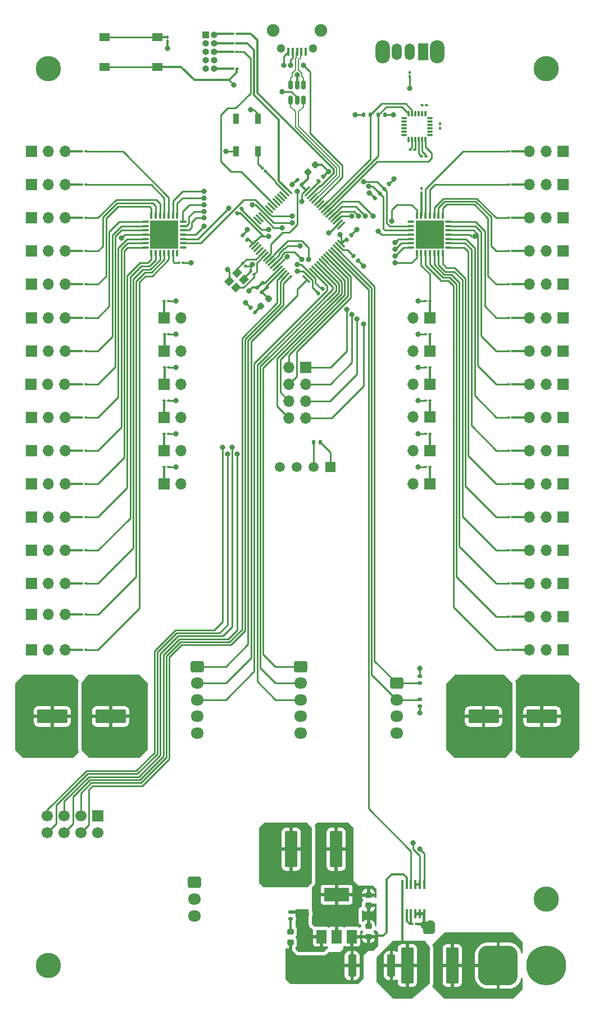
<source format=gtl>
%TF.GenerationSoftware,KiCad,Pcbnew,7.0.5*%
%TF.CreationDate,2024-01-08T18:30:08+10:00*%
%TF.ProjectId,HEXCORE PCB Design v1,48455843-4f52-4452-9050-434220446573,rev?*%
%TF.SameCoordinates,Original*%
%TF.FileFunction,Copper,L1,Top*%
%TF.FilePolarity,Positive*%
%FSLAX46Y46*%
G04 Gerber Fmt 4.6, Leading zero omitted, Abs format (unit mm)*
G04 Created by KiCad (PCBNEW 7.0.5) date 2024-01-08 18:30:08*
%MOMM*%
%LPD*%
G01*
G04 APERTURE LIST*
G04 Aperture macros list*
%AMRoundRect*
0 Rectangle with rounded corners*
0 $1 Rounding radius*
0 $2 $3 $4 $5 $6 $7 $8 $9 X,Y pos of 4 corners*
0 Add a 4 corners polygon primitive as box body*
4,1,4,$2,$3,$4,$5,$6,$7,$8,$9,$2,$3,0*
0 Add four circle primitives for the rounded corners*
1,1,$1+$1,$2,$3*
1,1,$1+$1,$4,$5*
1,1,$1+$1,$6,$7*
1,1,$1+$1,$8,$9*
0 Add four rect primitives between the rounded corners*
20,1,$1+$1,$2,$3,$4,$5,0*
20,1,$1+$1,$4,$5,$6,$7,0*
20,1,$1+$1,$6,$7,$8,$9,0*
20,1,$1+$1,$8,$9,$2,$3,0*%
%AMRotRect*
0 Rectangle, with rotation*
0 The origin of the aperture is its center*
0 $1 length*
0 $2 width*
0 $3 Rotation angle, in degrees counterclockwise*
0 Add horizontal line*
21,1,$1,$2,0,0,$3*%
G04 Aperture macros list end*
%TA.AperFunction,SMDPad,CuDef*%
%ADD10RoundRect,0.100000X0.162635X-0.021213X-0.021213X0.162635X-0.162635X0.021213X0.021213X-0.162635X0*%
%TD*%
%TA.AperFunction,SMDPad,CuDef*%
%ADD11R,0.900000X1.500000*%
%TD*%
%TA.AperFunction,ComponentPad*%
%ADD12C,1.500000*%
%TD*%
%TA.AperFunction,ComponentPad*%
%ADD13R,1.500000X1.500000*%
%TD*%
%TA.AperFunction,SMDPad,CuDef*%
%ADD14RoundRect,0.100000X-0.130000X-0.100000X0.130000X-0.100000X0.130000X0.100000X-0.130000X0.100000X0*%
%TD*%
%TA.AperFunction,SMDPad,CuDef*%
%ADD15R,1.500000X2.000000*%
%TD*%
%TA.AperFunction,SMDPad,CuDef*%
%ADD16R,3.800000X2.000000*%
%TD*%
%TA.AperFunction,SMDPad,CuDef*%
%ADD17RoundRect,0.100000X0.130000X0.100000X-0.130000X0.100000X-0.130000X-0.100000X0.130000X-0.100000X0*%
%TD*%
%TA.AperFunction,ComponentPad*%
%ADD18R,1.700000X1.700000*%
%TD*%
%TA.AperFunction,ComponentPad*%
%ADD19O,1.700000X1.700000*%
%TD*%
%TA.AperFunction,SMDPad,CuDef*%
%ADD20RoundRect,0.140000X0.219203X0.021213X0.021213X0.219203X-0.219203X-0.021213X-0.021213X-0.219203X0*%
%TD*%
%TA.AperFunction,SMDPad,CuDef*%
%ADD21RoundRect,0.100000X0.100000X-0.130000X0.100000X0.130000X-0.100000X0.130000X-0.100000X-0.130000X0*%
%TD*%
%TA.AperFunction,ComponentPad*%
%ADD22RoundRect,0.250000X-0.725000X0.600000X-0.725000X-0.600000X0.725000X-0.600000X0.725000X0.600000X0*%
%TD*%
%TA.AperFunction,ComponentPad*%
%ADD23O,1.950000X1.700000*%
%TD*%
%TA.AperFunction,ComponentPad*%
%ADD24R,1.000000X1.000000*%
%TD*%
%TA.AperFunction,ComponentPad*%
%ADD25O,1.000000X1.000000*%
%TD*%
%TA.AperFunction,SMDPad,CuDef*%
%ADD26RoundRect,0.075000X0.075000X-0.437500X0.075000X0.437500X-0.075000X0.437500X-0.075000X-0.437500X0*%
%TD*%
%TA.AperFunction,SMDPad,CuDef*%
%ADD27RoundRect,0.075000X0.437500X-0.075000X0.437500X0.075000X-0.437500X0.075000X-0.437500X-0.075000X0*%
%TD*%
%TA.AperFunction,SMDPad,CuDef*%
%ADD28R,4.250000X4.250000*%
%TD*%
%TA.AperFunction,SMDPad,CuDef*%
%ADD29RoundRect,0.075000X-0.441942X-0.548008X0.548008X0.441942X0.441942X0.548008X-0.548008X-0.441942X0*%
%TD*%
%TA.AperFunction,SMDPad,CuDef*%
%ADD30RoundRect,0.075000X0.441942X-0.548008X0.548008X-0.441942X-0.441942X0.548008X-0.548008X0.441942X0*%
%TD*%
%TA.AperFunction,SMDPad,CuDef*%
%ADD31RoundRect,0.225000X0.017678X-0.335876X0.335876X-0.017678X-0.017678X0.335876X-0.335876X0.017678X0*%
%TD*%
%TA.AperFunction,SMDPad,CuDef*%
%ADD32RoundRect,0.225000X0.250000X-0.225000X0.250000X0.225000X-0.250000X0.225000X-0.250000X-0.225000X0*%
%TD*%
%TA.AperFunction,SMDPad,CuDef*%
%ADD33RoundRect,0.250000X0.362500X1.425000X-0.362500X1.425000X-0.362500X-1.425000X0.362500X-1.425000X0*%
%TD*%
%TA.AperFunction,ComponentPad*%
%ADD34O,2.200000X3.500000*%
%TD*%
%TA.AperFunction,ComponentPad*%
%ADD35R,1.500000X2.500000*%
%TD*%
%TA.AperFunction,ComponentPad*%
%ADD36O,1.500000X2.500000*%
%TD*%
%TA.AperFunction,SMDPad,CuDef*%
%ADD37RoundRect,0.075000X-0.350000X-0.075000X0.350000X-0.075000X0.350000X0.075000X-0.350000X0.075000X0*%
%TD*%
%TA.AperFunction,SMDPad,CuDef*%
%ADD38RoundRect,0.075000X0.075000X-0.350000X0.075000X0.350000X-0.075000X0.350000X-0.075000X-0.350000X0*%
%TD*%
%TA.AperFunction,SMDPad,CuDef*%
%ADD39RoundRect,0.135000X-0.135000X-0.185000X0.135000X-0.185000X0.135000X0.185000X-0.135000X0.185000X0*%
%TD*%
%TA.AperFunction,ComponentPad*%
%ADD40C,3.800000*%
%TD*%
%TA.AperFunction,SMDPad,CuDef*%
%ADD41RoundRect,0.140000X-0.021213X0.219203X-0.219203X0.021213X0.021213X-0.219203X0.219203X-0.021213X0*%
%TD*%
%TA.AperFunction,ComponentPad*%
%ADD42RoundRect,1.500000X-1.500000X-1.500000X1.500000X-1.500000X1.500000X1.500000X-1.500000X1.500000X0*%
%TD*%
%TA.AperFunction,ComponentPad*%
%ADD43C,6.000000*%
%TD*%
%TA.AperFunction,SMDPad,CuDef*%
%ADD44RoundRect,0.140000X0.021213X-0.219203X0.219203X-0.021213X-0.021213X0.219203X-0.219203X0.021213X0*%
%TD*%
%TA.AperFunction,SMDPad,CuDef*%
%ADD45RoundRect,0.135000X-0.185000X0.135000X-0.185000X-0.135000X0.185000X-0.135000X0.185000X0.135000X0*%
%TD*%
%TA.AperFunction,SMDPad,CuDef*%
%ADD46RoundRect,0.150000X-0.150000X0.512500X-0.150000X-0.512500X0.150000X-0.512500X0.150000X0.512500X0*%
%TD*%
%TA.AperFunction,SMDPad,CuDef*%
%ADD47RoundRect,0.250001X2.049999X0.799999X-2.049999X0.799999X-2.049999X-0.799999X2.049999X-0.799999X0*%
%TD*%
%TA.AperFunction,SMDPad,CuDef*%
%ADD48RoundRect,0.225000X-0.250000X0.225000X-0.250000X-0.225000X0.250000X-0.225000X0.250000X0.225000X0*%
%TD*%
%TA.AperFunction,SMDPad,CuDef*%
%ADD49RoundRect,0.218750X-0.026517X0.335876X-0.335876X0.026517X0.026517X-0.335876X0.335876X-0.026517X0*%
%TD*%
%TA.AperFunction,SMDPad,CuDef*%
%ADD50RoundRect,0.250000X-0.712500X-2.475000X0.712500X-2.475000X0.712500X2.475000X-0.712500X2.475000X0*%
%TD*%
%TA.AperFunction,SMDPad,CuDef*%
%ADD51RoundRect,0.135000X0.185000X-0.135000X0.185000X0.135000X-0.185000X0.135000X-0.185000X-0.135000X0*%
%TD*%
%TA.AperFunction,SMDPad,CuDef*%
%ADD52RotRect,1.150000X1.000000X225.000000*%
%TD*%
%TA.AperFunction,SMDPad,CuDef*%
%ADD53RoundRect,0.218750X-0.256250X0.218750X-0.256250X-0.218750X0.256250X-0.218750X0.256250X0.218750X0*%
%TD*%
%TA.AperFunction,SMDPad,CuDef*%
%ADD54RoundRect,0.135000X0.135000X0.185000X-0.135000X0.185000X-0.135000X-0.185000X0.135000X-0.185000X0*%
%TD*%
%TA.AperFunction,SMDPad,CuDef*%
%ADD55RoundRect,0.250001X-2.049999X-0.799999X2.049999X-0.799999X2.049999X0.799999X-2.049999X0.799999X0*%
%TD*%
%TA.AperFunction,SMDPad,CuDef*%
%ADD56RoundRect,0.135000X-0.035355X0.226274X-0.226274X0.035355X0.035355X-0.226274X0.226274X-0.035355X0*%
%TD*%
%TA.AperFunction,SMDPad,CuDef*%
%ADD57RoundRect,0.140000X-0.219203X-0.021213X-0.021213X-0.219203X0.219203X0.021213X0.021213X0.219203X0*%
%TD*%
%TA.AperFunction,SMDPad,CuDef*%
%ADD58R,0.450000X1.425000*%
%TD*%
%TA.AperFunction,SMDPad,CuDef*%
%ADD59R,1.550000X1.300000*%
%TD*%
%TA.AperFunction,SMDPad,CuDef*%
%ADD60RoundRect,0.100000X-0.162635X0.021213X0.021213X-0.162635X0.162635X-0.021213X-0.021213X0.162635X0*%
%TD*%
%TA.AperFunction,SMDPad,CuDef*%
%ADD61RoundRect,0.075000X-0.075000X0.437500X-0.075000X-0.437500X0.075000X-0.437500X0.075000X0.437500X0*%
%TD*%
%TA.AperFunction,SMDPad,CuDef*%
%ADD62RoundRect,0.075000X-0.437500X0.075000X-0.437500X-0.075000X0.437500X-0.075000X0.437500X0.075000X0*%
%TD*%
%TA.AperFunction,SMDPad,CuDef*%
%ADD63R,0.400000X1.250000*%
%TD*%
%TA.AperFunction,ComponentPad*%
%ADD64C,1.300000*%
%TD*%
%TA.AperFunction,ComponentPad*%
%ADD65C,1.900000*%
%TD*%
%TA.AperFunction,SMDPad,CuDef*%
%ADD66RoundRect,0.250000X0.712500X2.475000X-0.712500X2.475000X-0.712500X-2.475000X0.712500X-2.475000X0*%
%TD*%
%TA.AperFunction,ComponentPad*%
%ADD67C,1.700000*%
%TD*%
%TA.AperFunction,ViaPad*%
%ADD68C,0.800000*%
%TD*%
%TA.AperFunction,ViaPad*%
%ADD69C,0.700000*%
%TD*%
%TA.AperFunction,Conductor*%
%ADD70C,0.250000*%
%TD*%
%TA.AperFunction,Conductor*%
%ADD71C,0.300000*%
%TD*%
%TA.AperFunction,Conductor*%
%ADD72C,0.200000*%
%TD*%
G04 APERTURE END LIST*
D10*
%TO.P,R59,2*%
%TO.N,Net-(D3-DIN)*%
X74767678Y-55017678D03*
%TO.P,R59,1*%
%TO.N,STATUS_IN*%
X75220226Y-55470226D03*
%TD*%
D11*
%TO.P,D3,1,VDD*%
%TO.N,+3.3V*%
X74100000Y-47550000D03*
%TO.P,D3,2,DOUT*%
%TO.N,unconnected-(D3-DOUT-Pad2)*%
X70800000Y-47550000D03*
%TO.P,D3,3,VSS*%
%TO.N,GND*%
X70800000Y-52450000D03*
%TO.P,D3,4,DIN*%
%TO.N,Net-(D3-DIN)*%
X74100000Y-52450000D03*
%TD*%
D12*
%TO.P,U6,4,GND*%
%TO.N,GND*%
X77420000Y-100000000D03*
%TO.P,U6,3,NC*%
%TO.N,unconnected-(U6-NC-Pad3)*%
X79960000Y-100000000D03*
%TO.P,U6,2,IO*%
%TO.N,DHT11_DA*%
X82500000Y-100000000D03*
D13*
%TO.P,U6,1,VCC*%
%TO.N,+3.3V*%
X85040000Y-100000000D03*
%TD*%
D14*
%TO.P,R9,1*%
%TO.N,Servo2*%
X47525000Y-62500000D03*
%TO.P,R9,2*%
%TO.N,Net-(U2-LED2)*%
X48165000Y-62500000D03*
%TD*%
D15*
%TO.P,U8,1,GND*%
%TO.N,GND*%
X83650000Y-170650000D03*
%TO.P,U8,2,VO*%
%TO.N,/NO_FUSE_3V3*%
X85950000Y-170650000D03*
D16*
X85950000Y-164350000D03*
D15*
%TO.P,U8,3,VI*%
%TO.N,+7.5V*%
X88250000Y-170650000D03*
%TD*%
D14*
%TO.P,R13,1*%
%TO.N,Servo6*%
X47525000Y-82500000D03*
%TO.P,R13,2*%
%TO.N,Net-(U2-LED6)*%
X48165000Y-82500000D03*
%TD*%
D17*
%TO.P,R29,1*%
%TO.N,Servo16*%
X112475000Y-127500000D03*
%TO.P,R29,2*%
%TO.N,Net-(U3-LED0)*%
X111835000Y-127500000D03*
%TD*%
%TO.P,R25,1*%
%TO.N,U2A2*%
X100000000Y-85000000D03*
%TO.P,R25,2*%
%TO.N,GND*%
X99360000Y-85000000D03*
%TD*%
D14*
%TO.P,R57,1*%
%TO.N,Net-(U2-~{OE})*%
X62180000Y-69250000D03*
%TO.P,R57,2*%
%TO.N,GND*%
X62820000Y-69250000D03*
%TD*%
D18*
%TO.P,J35,1,Pin_1*%
%TO.N,GND*%
X120040000Y-97500000D03*
D19*
%TO.P,J35,2,Pin_2*%
%TO.N,+7.5V*%
X117500000Y-97500000D03*
%TO.P,J35,3,Pin_3*%
%TO.N,Servo22*%
X114960000Y-97500000D03*
%TD*%
D10*
%TO.P,C13,1*%
%TO.N,HSE_OUT*%
X73480277Y-70980277D03*
%TO.P,C13,2*%
%TO.N,GND*%
X73027729Y-70527729D03*
%TD*%
D20*
%TO.P,C7,1*%
%TO.N,+3.3VA*%
X75428822Y-72928822D03*
%TO.P,C7,2*%
%TO.N,GND*%
X74750000Y-72250000D03*
%TD*%
D14*
%TO.P,R2,1*%
%TO.N,U1A1*%
X60025000Y-85000000D03*
%TO.P,R2,2*%
%TO.N,GND*%
X60665000Y-85000000D03*
%TD*%
D18*
%TO.P,J40,1,Pin_1*%
%TO.N,GND*%
X120040000Y-72500000D03*
D19*
%TO.P,J40,2,Pin_2*%
%TO.N,+7.5V*%
X117500000Y-72500000D03*
%TO.P,J40,3,Pin_3*%
%TO.N,Servo27*%
X114960000Y-72500000D03*
%TD*%
D14*
%TO.P,R12,1*%
%TO.N,Servo5*%
X47525000Y-77500000D03*
%TO.P,R12,2*%
%TO.N,Net-(U2-LED5)*%
X48165000Y-77500000D03*
%TD*%
D18*
%TO.P,J24,1,Pin_1*%
%TO.N,U2A1*%
X100000000Y-92460000D03*
D19*
%TO.P,J24,2,Pin_2*%
%TO.N,+3.3V*%
X97460000Y-92460000D03*
%TD*%
D21*
%TO.P,C10,1*%
%TO.N,GND*%
X60500000Y-35915000D03*
%TO.P,C10,2*%
%TO.N,/RESET_CAP*%
X60500000Y-35275000D03*
%TD*%
D22*
%TO.P,J57,1,Pin_1*%
%TO.N,GND*%
X64500000Y-162500000D03*
D23*
%TO.P,J57,2,Pin_2*%
%TO.N,+3.3V*%
X64500000Y-165000000D03*
%TO.P,J57,3,Pin_3*%
%TO.N,+7.5V*%
X64500000Y-167500000D03*
%TD*%
D17*
%TO.P,R43,1*%
%TO.N,Servo30*%
X112475000Y-57500000D03*
%TO.P,R43,2*%
%TO.N,Net-(U3-LED14)*%
X111835000Y-57500000D03*
%TD*%
%TO.P,R27,1*%
%TO.N,U2A4*%
X99975000Y-75000000D03*
%TO.P,R27,2*%
%TO.N,GND*%
X99335000Y-75000000D03*
%TD*%
D24*
%TO.P,J55,1,VTref*%
%TO.N,+3.3V*%
X66270000Y-34920000D03*
D25*
%TO.P,J55,2,SWDIO/TMS*%
%TO.N,Net-(J55-SWDIO{slash}TMS)*%
X67540000Y-34920000D03*
%TO.P,J55,3,GND*%
%TO.N,GND*%
X66270000Y-36190000D03*
%TO.P,J55,4,SWDCLK/TCK*%
%TO.N,Net-(J55-SWDCLK{slash}TCK)*%
X67540000Y-36190000D03*
%TO.P,J55,5,GND*%
%TO.N,GND*%
X66270000Y-37460000D03*
%TO.P,J55,6,SWO/TDO*%
%TO.N,Net-(J55-SWO{slash}TDO)*%
X67540000Y-37460000D03*
%TO.P,J55,7,KEY*%
%TO.N,unconnected-(J55-KEY-Pad7)*%
X66270000Y-38730000D03*
%TO.P,J55,8,NC/TDI*%
%TO.N,unconnected-(J55-NC{slash}TDI-Pad8)*%
X67540000Y-38730000D03*
%TO.P,J55,9,GNDDetect*%
%TO.N,GND*%
X66270000Y-40000000D03*
%TO.P,J55,10,~{RESET}*%
%TO.N,Net-(J55-~{RESET})*%
X67540000Y-40000000D03*
%TD*%
D26*
%TO.P,U3,1,A3*%
%TO.N,U2A3*%
X98050000Y-67837500D03*
%TO.P,U3,2,A4*%
%TO.N,U2A4*%
X98700000Y-67837500D03*
%TO.P,U3,3,LED0*%
%TO.N,Net-(U3-LED0)*%
X99350000Y-67837500D03*
%TO.P,U3,4,LED1*%
%TO.N,Net-(U3-LED1)*%
X100000000Y-67837500D03*
%TO.P,U3,5,LED2*%
%TO.N,Net-(U3-LED2)*%
X100650000Y-67837500D03*
%TO.P,U3,6,LED3*%
%TO.N,Net-(U3-LED3)*%
X101300000Y-67837500D03*
%TO.P,U3,7,LED4*%
%TO.N,Net-(U3-LED4)*%
X101950000Y-67837500D03*
D27*
%TO.P,U3,8,LED5*%
%TO.N,Net-(U3-LED5)*%
X102837500Y-66950000D03*
%TO.P,U3,9,LED6*%
%TO.N,Net-(U3-LED6)*%
X102837500Y-66300000D03*
%TO.P,U3,10,LED7*%
%TO.N,Net-(U3-LED7)*%
X102837500Y-65650000D03*
%TO.P,U3,11,VSS*%
%TO.N,GND*%
X102837500Y-65000000D03*
%TO.P,U3,12,LED8*%
%TO.N,Net-(U3-LED8)*%
X102837500Y-64350000D03*
%TO.P,U3,13,LED9*%
%TO.N,Net-(U3-LED9)*%
X102837500Y-63700000D03*
%TO.P,U3,14,LED10*%
%TO.N,Net-(U3-LED10)*%
X102837500Y-63050000D03*
D26*
%TO.P,U3,15,LED11*%
%TO.N,Net-(U3-LED11)*%
X101950000Y-62162500D03*
%TO.P,U3,16,LED12*%
%TO.N,Net-(U3-LED12)*%
X101300000Y-62162500D03*
%TO.P,U3,17,LED13*%
%TO.N,Net-(U3-LED13)*%
X100650000Y-62162500D03*
%TO.P,U3,18,LED14*%
%TO.N,Net-(U3-LED14)*%
X100000000Y-62162500D03*
%TO.P,U3,19,LED15*%
%TO.N,Net-(U3-LED15)*%
X99350000Y-62162500D03*
%TO.P,U3,20,~{OE}*%
%TO.N,Net-(U3-~{OE})*%
X98700000Y-62162500D03*
%TO.P,U3,21,A5*%
%TO.N,U2A5*%
X98050000Y-62162500D03*
D27*
%TO.P,U3,22,EXTCLK*%
%TO.N,unconnected-(U3-EXTCLK-Pad22)*%
X97162500Y-63050000D03*
%TO.P,U3,23,SCL*%
%TO.N,I2C1_SCL*%
X97162500Y-63700000D03*
%TO.P,U3,24,SDA*%
%TO.N,I2C1_SDA*%
X97162500Y-64350000D03*
%TO.P,U3,25,VDD*%
%TO.N,+3.3V*%
X97162500Y-65000000D03*
%TO.P,U3,26,A0*%
%TO.N,U2A0*%
X97162500Y-65650000D03*
%TO.P,U3,27,A1*%
%TO.N,U2A1*%
X97162500Y-66300000D03*
%TO.P,U3,28,A2*%
%TO.N,U2A2*%
X97162500Y-66950000D03*
D28*
%TO.P,U3,29,VSS*%
%TO.N,GND*%
X100000000Y-65000000D03*
%TD*%
D22*
%TO.P,J47,1,Pin_1*%
%TO.N,I2C2_SDA*%
X95000000Y-132500000D03*
D23*
%TO.P,J47,2,Pin_2*%
%TO.N,I2C2_SCL*%
X95000000Y-135000000D03*
%TO.P,J47,3,Pin_3*%
%TO.N,GND*%
X95000000Y-137500000D03*
%TO.P,J47,4,Pin_4*%
%TO.N,+3.3V*%
X95000000Y-140000000D03*
%TD*%
D29*
%TO.P,U1,1,VBAT*%
%TO.N,+3.3V*%
X73335519Y-66361181D03*
%TO.P,U1,2,PC13*%
%TO.N,/PC13*%
X73689072Y-66714734D03*
%TO.P,U1,3,PC14*%
%TO.N,/PC14*%
X74042625Y-67068287D03*
%TO.P,U1,4,PC15*%
%TO.N,/PC15*%
X74396179Y-67421841D03*
%TO.P,U1,5,PH0*%
%TO.N,HSE_IN*%
X74749732Y-67775394D03*
%TO.P,U1,6,PH1*%
%TO.N,HSE_OUT*%
X75103286Y-68128948D03*
%TO.P,U1,7,NRST*%
%TO.N,NRST*%
X75456839Y-68482501D03*
%TO.P,U1,8,PC0*%
%TO.N,DHT11_DA*%
X75810392Y-68836054D03*
%TO.P,U1,9,PC1*%
%TO.N,NRF_IRQ*%
X76163946Y-69189608D03*
%TO.P,U1,10,PC2*%
%TO.N,SPI2_MISO*%
X76517499Y-69543161D03*
%TO.P,U1,11,PC3*%
%TO.N,SPI2_MOSI*%
X76871052Y-69896714D03*
%TO.P,U1,12,VSSA*%
%TO.N,GND*%
X77224606Y-70250268D03*
%TO.P,U1,13,VDDA*%
%TO.N,+3.3VA*%
X77578159Y-70603821D03*
%TO.P,U1,14,PA0*%
%TO.N,NRF_CE*%
X77931713Y-70957375D03*
%TO.P,U1,15,PA1*%
%TO.N,NRF_CSN*%
X78285266Y-71310928D03*
%TO.P,U1,16,PA2*%
%TO.N,USART2_TX*%
X78638819Y-71664481D03*
D30*
%TO.P,U1,17,PA3*%
%TO.N,USART2_RX*%
X81361181Y-71664481D03*
%TO.P,U1,18,VSS*%
%TO.N,GND*%
X81714734Y-71310928D03*
%TO.P,U1,19,VDD*%
%TO.N,+3.3V*%
X82068287Y-70957375D03*
%TO.P,U1,20,PA4*%
%TO.N,USART2_CK*%
X82421841Y-70603821D03*
%TO.P,U1,21,PA5*%
%TO.N,SPI1_SCK*%
X82775394Y-70250268D03*
%TO.P,U1,22,PA6*%
%TO.N,SPI1_MISO*%
X83128948Y-69896714D03*
%TO.P,U1,23,PA7*%
%TO.N,SPI1_MOSI*%
X83482501Y-69543161D03*
%TO.P,U1,24,PC4*%
%TO.N,/PC4*%
X83836054Y-69189608D03*
%TO.P,U1,25,PC5*%
%TO.N,/PC5*%
X84189608Y-68836054D03*
%TO.P,U1,26,PB0*%
%TO.N,/PB0*%
X84543161Y-68482501D03*
%TO.P,U1,27,PB1*%
%TO.N,/PB1*%
X84896714Y-68128948D03*
%TO.P,U1,28,PB2*%
%TO.N,PWR_INT*%
X85250268Y-67775394D03*
%TO.P,U1,29,PB10*%
%TO.N,I2C2_SCL*%
X85603821Y-67421841D03*
%TO.P,U1,30,PB11*%
%TO.N,I2C2_SDA*%
X85957375Y-67068287D03*
%TO.P,U1,31,VCAP_1*%
%TO.N,Net-(U1-VCAP_1)*%
X86310928Y-66714734D03*
%TO.P,U1,32,VDD*%
%TO.N,+3.3V*%
X86664481Y-66361181D03*
D29*
%TO.P,U1,33,PB12*%
%TO.N,/PB12*%
X86664481Y-63638819D03*
%TO.P,U1,34,PB13*%
%TO.N,SPI2_SCK*%
X86310928Y-63285266D03*
%TO.P,U1,35,PB14*%
%TO.N,/PB14*%
X85957375Y-62931713D03*
%TO.P,U1,36,PB15*%
%TO.N,/PB15*%
X85603821Y-62578159D03*
%TO.P,U1,37,PC6*%
%TO.N,/PC6*%
X85250268Y-62224606D03*
%TO.P,U1,38,PC7*%
%TO.N,/PC7*%
X84896714Y-61871052D03*
%TO.P,U1,39,PC8*%
%TO.N,IMU_INT*%
X84543161Y-61517499D03*
%TO.P,U1,40,PC9*%
%TO.N,I2C3_SDA*%
X84189608Y-61163946D03*
%TO.P,U1,41,PA8*%
%TO.N,I2C3_SCL*%
X83836054Y-60810392D03*
%TO.P,U1,42,PA9*%
%TO.N,/PA9*%
X83482501Y-60456839D03*
%TO.P,U1,43,PA10*%
%TO.N,USB_ID*%
X83128948Y-60103286D03*
%TO.P,U1,44,PA11*%
%TO.N,USB_D-*%
X82775394Y-59749732D03*
%TO.P,U1,45,PA12*%
%TO.N,USB_D+*%
X82421841Y-59396179D03*
%TO.P,U1,46,PA13*%
%TO.N,SWDIO*%
X82068287Y-59042625D03*
%TO.P,U1,47,VCAP_2*%
%TO.N,Net-(U1-VCAP_2)*%
X81714734Y-58689072D03*
%TO.P,U1,48,VDD*%
%TO.N,+3.3V*%
X81361181Y-58335519D03*
D30*
%TO.P,U1,49,PA14*%
%TO.N,SWDCLK*%
X78638819Y-58335519D03*
%TO.P,U1,50,PA15*%
%TO.N,STATUS_IN*%
X78285266Y-58689072D03*
%TO.P,U1,51,PC10*%
%TO.N,/PC10*%
X77931713Y-59042625D03*
%TO.P,U1,52,PC11*%
%TO.N,/PC11*%
X77578159Y-59396179D03*
%TO.P,U1,53,PC12*%
%TO.N,/PC12*%
X77224606Y-59749732D03*
%TO.P,U1,54,PD2*%
%TO.N,unconnected-(U1-PD2-Pad54)*%
X76871052Y-60103286D03*
%TO.P,U1,55,PB3*%
%TO.N,SWDO*%
X76517499Y-60456839D03*
%TO.P,U1,56,PB4*%
%TO.N,/PB4*%
X76163946Y-60810392D03*
%TO.P,U1,57,PB5*%
%TO.N,/PB5*%
X75810392Y-61163946D03*
%TO.P,U1,58,PB6*%
%TO.N,I2C1_SCL*%
X75456839Y-61517499D03*
%TO.P,U1,59,PB7*%
%TO.N,I2C1_SDA*%
X75103286Y-61871052D03*
%TO.P,U1,60,BOOT0*%
%TO.N,/BOOT0*%
X74749732Y-62224606D03*
%TO.P,U1,61,PB8*%
%TO.N,/PB8*%
X74396179Y-62578159D03*
%TO.P,U1,62,PB9*%
%TO.N,/PB9*%
X74042625Y-62931713D03*
%TO.P,U1,63,VSS*%
%TO.N,GND*%
X73689072Y-63285266D03*
%TO.P,U1,64,VDD*%
%TO.N,+3.3V*%
X73335519Y-63638819D03*
%TD*%
D18*
%TO.P,J17,1,Pin_1*%
%TO.N,GND*%
X39960000Y-102500000D03*
D19*
%TO.P,J17,2,Pin_2*%
%TO.N,+7.5V*%
X42500000Y-102500000D03*
%TO.P,J17,3,Pin_3*%
%TO.N,Servo10*%
X45040000Y-102500000D03*
%TD*%
D20*
%TO.P,C8,1*%
%TO.N,+3.3VA*%
X74678822Y-73678822D03*
%TO.P,C8,2*%
%TO.N,GND*%
X74000000Y-73000000D03*
%TD*%
D14*
%TO.P,R21,1*%
%TO.N,Servo14*%
X47525000Y-122184567D03*
%TO.P,R21,2*%
%TO.N,Net-(U2-LED14)*%
X48165000Y-122184567D03*
%TD*%
D31*
%TO.P,C6,1*%
%TO.N,+3.3V*%
X81653984Y-55596016D03*
%TO.P,C6,2*%
%TO.N,GND*%
X82750000Y-54500000D03*
%TD*%
D17*
%TO.P,C19,1*%
%TO.N,GND*%
X99475000Y-45500000D03*
%TO.P,C19,2*%
%TO.N,Net-(U7-CPOUT)*%
X98835000Y-45500000D03*
%TD*%
D14*
%TO.P,R7,1*%
%TO.N,Servo0*%
X47525000Y-52500000D03*
%TO.P,R7,2*%
%TO.N,Net-(U2-LED0)*%
X48165000Y-52500000D03*
%TD*%
D17*
%TO.P,R30,1*%
%TO.N,Servo17*%
X112475000Y-122500000D03*
%TO.P,R30,2*%
%TO.N,Net-(U3-LED1)*%
X111835000Y-122500000D03*
%TD*%
D18*
%TO.P,J19,1,Pin_1*%
%TO.N,GND*%
X39960000Y-112500000D03*
D19*
%TO.P,J19,2,Pin_2*%
%TO.N,+7.5V*%
X42500000Y-112500000D03*
%TO.P,J19,3,Pin_3*%
%TO.N,Servo12*%
X45040000Y-112500000D03*
%TD*%
D32*
%TO.P,C15,1*%
%TO.N,+7.5V*%
X90750000Y-170650000D03*
%TO.P,C15,2*%
%TO.N,GND*%
X90750000Y-169100000D03*
%TD*%
D21*
%TO.P,R45,1*%
%TO.N,/BOOT0*%
X97000000Y-41225000D03*
%TO.P,R45,2*%
%TO.N,/SW_BOOT0*%
X97000000Y-40585000D03*
%TD*%
D14*
%TO.P,R11,1*%
%TO.N,Servo4*%
X47525000Y-72500000D03*
%TO.P,R11,2*%
%TO.N,Net-(U2-LED4)*%
X48165000Y-72500000D03*
%TD*%
D18*
%TO.P,J38,1,Pin_1*%
%TO.N,GND*%
X120080000Y-82500000D03*
D19*
%TO.P,J38,2,Pin_2*%
%TO.N,+7.5V*%
X117540000Y-82500000D03*
%TO.P,J38,3,Pin_3*%
%TO.N,Servo25*%
X115000000Y-82500000D03*
%TD*%
D22*
%TO.P,J49,1,Pin_1*%
%TO.N,SPI1_MOSI*%
X80525000Y-130000000D03*
D23*
%TO.P,J49,2,Pin_2*%
%TO.N,SPI1_MISO*%
X80525000Y-132500000D03*
%TO.P,J49,3,Pin_3*%
%TO.N,SPI1_SCK*%
X80525000Y-135000000D03*
%TO.P,J49,4,Pin_4*%
%TO.N,GND*%
X80525000Y-137500000D03*
%TO.P,J49,5,Pin_5*%
%TO.N,+3.3V*%
X80525000Y-140000000D03*
%TD*%
D33*
%TO.P,R56,1*%
%TO.N,POW_MON*%
X94212500Y-175000000D03*
%TO.P,R56,2*%
%TO.N,+7.5V*%
X88287500Y-175000000D03*
%TD*%
D34*
%TO.P,SW2,*%
%TO.N,*%
X101100000Y-37500000D03*
X92900000Y-37500000D03*
D35*
%TO.P,SW2,1,A*%
%TO.N,+3.3V*%
X99000000Y-37500000D03*
D36*
%TO.P,SW2,2,B*%
%TO.N,/SW_BOOT0*%
X97000000Y-37500000D03*
%TO.P,SW2,3,C*%
%TO.N,GND*%
X95000000Y-37500000D03*
%TD*%
D18*
%TO.P,J22,1,Pin_1*%
%TO.N,GND*%
X40000000Y-127500000D03*
D19*
%TO.P,J22,2,Pin_2*%
%TO.N,+7.5V*%
X42540000Y-127500000D03*
%TO.P,J22,3,Pin_3*%
%TO.N,Servo15*%
X45080000Y-127500000D03*
%TD*%
D37*
%TO.P,U7,1,CLKIN*%
%TO.N,GND*%
X96100000Y-47500000D03*
%TO.P,U7,2,NC*%
%TO.N,unconnected-(U7-NC-Pad2)*%
X96100000Y-48000000D03*
%TO.P,U7,3,NC*%
%TO.N,unconnected-(U7-NC-Pad3)*%
X96100000Y-48500000D03*
%TO.P,U7,4,NC*%
%TO.N,unconnected-(U7-NC-Pad4)*%
X96100000Y-49000000D03*
%TO.P,U7,5,NC*%
%TO.N,unconnected-(U7-NC-Pad5)*%
X96100000Y-49500000D03*
%TO.P,U7,6,AUX_DA*%
%TO.N,unconnected-(U7-AUX_DA-Pad6)*%
X96100000Y-50000000D03*
D38*
%TO.P,U7,7,AUX_CL*%
%TO.N,unconnected-(U7-AUX_CL-Pad7)*%
X96800000Y-50700000D03*
%TO.P,U7,8,VLOGIC*%
%TO.N,+3.3V*%
X97300000Y-50700000D03*
%TO.P,U7,9,AD0*%
%TO.N,GND*%
X97800000Y-50700000D03*
%TO.P,U7,10,REGOUT*%
%TO.N,Net-(U7-CPOUT)*%
X98300000Y-50700000D03*
%TO.P,U7,11,FSYNC*%
%TO.N,GND*%
X98800000Y-50700000D03*
%TO.P,U7,12,INT*%
%TO.N,IMU_INT*%
X99300000Y-50700000D03*
D37*
%TO.P,U7,13,VDD*%
%TO.N,+3.3V*%
X100000000Y-50000000D03*
%TO.P,U7,14,NC*%
%TO.N,unconnected-(U7-NC-Pad14)*%
X100000000Y-49500000D03*
%TO.P,U7,15,NC*%
%TO.N,unconnected-(U7-NC-Pad15)*%
X100000000Y-49000000D03*
%TO.P,U7,16,NC*%
%TO.N,unconnected-(U7-NC-Pad16)*%
X100000000Y-48500000D03*
%TO.P,U7,17,NC*%
%TO.N,unconnected-(U7-NC-Pad17)*%
X100000000Y-48000000D03*
%TO.P,U7,18,GND*%
%TO.N,GND*%
X100000000Y-47500000D03*
D38*
%TO.P,U7,19,RESV*%
%TO.N,unconnected-(U7-RESV-Pad19)*%
X99300000Y-46800000D03*
%TO.P,U7,20,CPOUT*%
%TO.N,Net-(U7-CPOUT)*%
X98800000Y-46800000D03*
%TO.P,U7,21,RESV*%
%TO.N,unconnected-(U7-RESV-Pad21)*%
X98300000Y-46800000D03*
%TO.P,U7,22,RESV*%
%TO.N,unconnected-(U7-RESV-Pad22)*%
X97800000Y-46800000D03*
%TO.P,U7,23,SCL*%
%TO.N,I2C3_SCL*%
X97300000Y-46800000D03*
%TO.P,U7,24,SDA*%
%TO.N,I2C3_SDA*%
X96800000Y-46800000D03*
%TD*%
D39*
%TO.P,R62,1*%
%TO.N,I2C3_SDA*%
X92230000Y-47000000D03*
%TO.P,R62,2*%
%TO.N,+3.3V*%
X93250000Y-47000000D03*
%TD*%
D18*
%TO.P,J33,1,Pin_1*%
%TO.N,GND*%
X120040000Y-107500000D03*
D19*
%TO.P,J33,2,Pin_2*%
%TO.N,+7.5V*%
X117500000Y-107500000D03*
%TO.P,J33,3,Pin_3*%
%TO.N,Servo20*%
X114960000Y-107500000D03*
%TD*%
D17*
%TO.P,R33,1*%
%TO.N,Servo20*%
X112475000Y-107500000D03*
%TO.P,R33,2*%
%TO.N,Net-(U3-LED4)*%
X111835000Y-107500000D03*
%TD*%
D14*
%TO.P,R8,1*%
%TO.N,Servo1*%
X47525000Y-57500000D03*
%TO.P,R8,2*%
%TO.N,Net-(U2-LED1)*%
X48165000Y-57500000D03*
%TD*%
D40*
%TO.P,H2,1,1*%
%TO.N,GND*%
X117500000Y-40000000D03*
%TD*%
D17*
%TO.P,R38,1*%
%TO.N,Servo25*%
X112475000Y-82500000D03*
%TO.P,R38,2*%
%TO.N,Net-(U3-LED9)*%
X111835000Y-82500000D03*
%TD*%
D40*
%TO.P,H4,1,1*%
%TO.N,GND*%
X117500000Y-165000000D03*
%TD*%
D18*
%TO.P,J10,1,Pin_1*%
%TO.N,GND*%
X39960000Y-67500000D03*
D19*
%TO.P,J10,2,Pin_2*%
%TO.N,+7.5V*%
X42500000Y-67500000D03*
%TO.P,J10,3,Pin_3*%
%TO.N,Servo3*%
X45040000Y-67500000D03*
%TD*%
D14*
%TO.P,R1,1*%
%TO.N,U1A0*%
X60025000Y-80000000D03*
%TO.P,R1,2*%
%TO.N,GND*%
X60665000Y-80000000D03*
%TD*%
D17*
%TO.P,R54,1*%
%TO.N,SWDO*%
X70915000Y-37500000D03*
%TO.P,R54,2*%
%TO.N,Net-(J55-SWO{slash}TDO)*%
X70275000Y-37500000D03*
%TD*%
D41*
%TO.P,C3,1*%
%TO.N,+3.3V*%
X83839411Y-73160589D03*
%TO.P,C3,2*%
%TO.N,GND*%
X83160589Y-73839411D03*
%TD*%
D18*
%TO.P,J28,1,Pin_1*%
%TO.N,U2A5*%
X100000000Y-102500000D03*
D19*
%TO.P,J28,2,Pin_2*%
%TO.N,+3.3V*%
X97460000Y-102500000D03*
%TD*%
D14*
%TO.P,C18,1*%
%TO.N,+3.3V*%
X97085000Y-52250000D03*
%TO.P,C18,2*%
%TO.N,GND*%
X97725000Y-52250000D03*
%TD*%
D42*
%TO.P,J56,1,Pin_1*%
%TO.N,/BAT_POS*%
X110300000Y-175000000D03*
D43*
%TO.P,J56,2,Pin_2*%
%TO.N,GND*%
X117500000Y-175000000D03*
%TD*%
D18*
%TO.P,J12,1,Pin_1*%
%TO.N,GND*%
X39960000Y-77500000D03*
D19*
%TO.P,J12,2,Pin_2*%
%TO.N,+7.5V*%
X42500000Y-77500000D03*
%TO.P,J12,3,Pin_3*%
%TO.N,Servo5*%
X45040000Y-77500000D03*
%TD*%
D14*
%TO.P,R15,1*%
%TO.N,Servo8*%
X47525000Y-92500000D03*
%TO.P,R15,2*%
%TO.N,Net-(U2-LED8)*%
X48165000Y-92500000D03*
%TD*%
D18*
%TO.P,J30,1,Pin_1*%
%TO.N,GND*%
X120040000Y-122500000D03*
D19*
%TO.P,J30,2,Pin_2*%
%TO.N,+7.5V*%
X117500000Y-122500000D03*
%TO.P,J30,3,Pin_3*%
%TO.N,Servo17*%
X114960000Y-122500000D03*
%TD*%
D14*
%TO.P,R3,1*%
%TO.N,U1A2*%
X60000000Y-90000000D03*
%TO.P,R3,2*%
%TO.N,GND*%
X60640000Y-90000000D03*
%TD*%
D18*
%TO.P,J16,1,Pin_1*%
%TO.N,GND*%
X40000000Y-97500000D03*
D19*
%TO.P,J16,2,Pin_2*%
%TO.N,+7.5V*%
X42540000Y-97500000D03*
%TO.P,J16,3,Pin_3*%
%TO.N,Servo9*%
X45080000Y-97500000D03*
%TD*%
D14*
%TO.P,R51,1*%
%TO.N,Net-(J55-~{RESET})*%
X70335000Y-40000000D03*
%TO.P,R51,2*%
%TO.N,NRST*%
X70975000Y-40000000D03*
%TD*%
D17*
%TO.P,R34,1*%
%TO.N,Servo21*%
X112475000Y-102500000D03*
%TO.P,R34,2*%
%TO.N,Net-(U3-LED5)*%
X111835000Y-102500000D03*
%TD*%
%TO.P,R23,1*%
%TO.N,U2A0*%
X100000000Y-95000000D03*
%TO.P,R23,2*%
%TO.N,GND*%
X99360000Y-95000000D03*
%TD*%
D21*
%TO.P,R58,1*%
%TO.N,Net-(U3-~{OE})*%
X98750000Y-58725000D03*
%TO.P,R58,2*%
%TO.N,GND*%
X98750000Y-58085000D03*
%TD*%
D44*
%TO.P,C12,1*%
%TO.N,Net-(U1-VCAP_2)*%
X83250000Y-57000000D03*
%TO.P,C12,2*%
%TO.N,GND*%
X83928822Y-56321178D03*
%TD*%
D45*
%TO.P,R50,1*%
%TO.N,GND*%
X79000000Y-166980000D03*
%TO.P,R50,2*%
%TO.N,Net-(D1-K)*%
X79000000Y-168000000D03*
%TD*%
D14*
%TO.P,R19,1*%
%TO.N,Servo12*%
X47525000Y-112500000D03*
%TO.P,R19,2*%
%TO.N,Net-(U2-LED12)*%
X48165000Y-112500000D03*
%TD*%
D18*
%TO.P,J25,1,Pin_1*%
%TO.N,U2A2*%
X100000000Y-87500000D03*
D19*
%TO.P,J25,2,Pin_2*%
%TO.N,+3.3V*%
X97460000Y-87500000D03*
%TD*%
D18*
%TO.P,J3,1,Pin_1*%
%TO.N,U1A2*%
X60000000Y-92500000D03*
D19*
%TO.P,J3,2,Pin_2*%
%TO.N,+3.3V*%
X62540000Y-92500000D03*
%TD*%
D18*
%TO.P,J15,1,Pin_1*%
%TO.N,GND*%
X40000000Y-92500000D03*
D19*
%TO.P,J15,2,Pin_2*%
%TO.N,+7.5V*%
X42540000Y-92500000D03*
%TO.P,J15,3,Pin_3*%
%TO.N,Servo8*%
X45080000Y-92500000D03*
%TD*%
D18*
%TO.P,J18,1,Pin_1*%
%TO.N,GND*%
X39960000Y-107500000D03*
D19*
%TO.P,J18,2,Pin_2*%
%TO.N,+7.5V*%
X42500000Y-107500000D03*
%TO.P,J18,3,Pin_3*%
%TO.N,Servo11*%
X45040000Y-107500000D03*
%TD*%
D14*
%TO.P,R22,1*%
%TO.N,Servo15*%
X47525000Y-127500000D03*
%TO.P,R22,2*%
%TO.N,Net-(U2-LED15)*%
X48165000Y-127500000D03*
%TD*%
D44*
%TO.P,C1,1*%
%TO.N,+3.3V*%
X71000000Y-61750000D03*
%TO.P,C1,2*%
%TO.N,GND*%
X71678822Y-61071178D03*
%TD*%
D46*
%TO.P,U5,1,I/O1*%
%TO.N,/USB_ESD_D-*%
X80950000Y-42500000D03*
%TO.P,U5,2,GND*%
%TO.N,GND*%
X80000000Y-42500000D03*
%TO.P,U5,3,I/O2*%
%TO.N,/USB_ESD_D+*%
X79050000Y-42500000D03*
%TO.P,U5,4,I/O2*%
%TO.N,USB_D+*%
X79050000Y-44775000D03*
%TO.P,U5,5,VBUS*%
%TO.N,+3.3V*%
X80000000Y-44775000D03*
%TO.P,U5,6,I/O1*%
%TO.N,USB_D-*%
X80950000Y-44775000D03*
%TD*%
D47*
%TO.P,C21,1*%
%TO.N,+7.5V*%
X116900000Y-137500000D03*
%TO.P,C21,2*%
%TO.N,GND*%
X108100000Y-137500000D03*
%TD*%
D48*
%TO.P,C16,1*%
%TO.N,/NO_FUSE_3V3*%
X90750000Y-164400000D03*
%TO.P,C16,2*%
%TO.N,GND*%
X90750000Y-165950000D03*
%TD*%
D18*
%TO.P,J1,1,Pin_1*%
%TO.N,U1A0*%
X60000000Y-82500000D03*
D19*
%TO.P,J1,2,Pin_2*%
%TO.N,+3.3V*%
X62540000Y-82500000D03*
%TD*%
D17*
%TO.P,R35,1*%
%TO.N,Servo22*%
X112475000Y-97500000D03*
%TO.P,R35,2*%
%TO.N,Net-(U3-LED6)*%
X111835000Y-97500000D03*
%TD*%
%TO.P,R44,1*%
%TO.N,Servo31*%
X112500000Y-52500000D03*
%TO.P,R44,2*%
%TO.N,Net-(U3-LED15)*%
X111860000Y-52500000D03*
%TD*%
D49*
%TO.P,FB1,1*%
%TO.N,+3.3VA*%
X75678822Y-74678822D03*
%TO.P,FB1,2*%
%TO.N,+3.3V*%
X74565128Y-75792516D03*
%TD*%
D50*
%TO.P,F1,1*%
%TO.N,POW_MON*%
X96612500Y-175000000D03*
%TO.P,F1,2*%
%TO.N,/BAT_POS*%
X103387500Y-175000000D03*
%TD*%
D18*
%TO.P,J13,1,Pin_1*%
%TO.N,GND*%
X39960000Y-82500000D03*
D19*
%TO.P,J13,2,Pin_2*%
%TO.N,+7.5V*%
X42500000Y-82500000D03*
%TO.P,J13,3,Pin_3*%
%TO.N,Servo6*%
X45040000Y-82500000D03*
%TD*%
D18*
%TO.P,J43,1,Pin_1*%
%TO.N,GND*%
X120040000Y-57500000D03*
D19*
%TO.P,J43,2,Pin_2*%
%TO.N,+7.5V*%
X117500000Y-57500000D03*
%TO.P,J43,3,Pin_3*%
%TO.N,Servo30*%
X114960000Y-57500000D03*
%TD*%
D17*
%TO.P,R36,1*%
%TO.N,Servo23*%
X112475000Y-92500000D03*
%TO.P,R36,2*%
%TO.N,Net-(U3-LED7)*%
X111835000Y-92500000D03*
%TD*%
D39*
%TO.P,R63,1*%
%TO.N,+3.3V*%
X89990000Y-47010000D03*
%TO.P,R63,2*%
%TO.N,I2C3_SCL*%
X91010000Y-47010000D03*
%TD*%
D14*
%TO.P,R10,1*%
%TO.N,Servo3*%
X47525000Y-67500000D03*
%TO.P,R10,2*%
%TO.N,Net-(U2-LED3)*%
X48165000Y-67500000D03*
%TD*%
D18*
%TO.P,J4,1,Pin_1*%
%TO.N,U1A3*%
X60000000Y-97500000D03*
D19*
%TO.P,J4,2,Pin_2*%
%TO.N,+3.3V*%
X62540000Y-97500000D03*
%TD*%
D17*
%TO.P,C20,1*%
%TO.N,GND*%
X99415000Y-53250000D03*
%TO.P,C20,2*%
%TO.N,Net-(U7-CPOUT)*%
X98775000Y-53250000D03*
%TD*%
D18*
%TO.P,J41,1,Pin_1*%
%TO.N,GND*%
X120040000Y-67500000D03*
D19*
%TO.P,J41,2,Pin_2*%
%TO.N,+7.5V*%
X117500000Y-67500000D03*
%TO.P,J41,3,Pin_3*%
%TO.N,Servo28*%
X114960000Y-67500000D03*
%TD*%
D51*
%TO.P,R48,1*%
%TO.N,I2C2_SDA*%
X98500000Y-132500000D03*
%TO.P,R48,2*%
%TO.N,+3.3V*%
X98500000Y-131480000D03*
%TD*%
D18*
%TO.P,J36,1,Pin_1*%
%TO.N,GND*%
X120040000Y-92500000D03*
D19*
%TO.P,J36,2,Pin_2*%
%TO.N,+7.5V*%
X117500000Y-92500000D03*
%TO.P,J36,3,Pin_3*%
%TO.N,Servo23*%
X114960000Y-92500000D03*
%TD*%
D17*
%TO.P,R41,1*%
%TO.N,Servo28*%
X112475000Y-67500000D03*
%TO.P,R41,2*%
%TO.N,Net-(U3-LED12)*%
X111835000Y-67500000D03*
%TD*%
D18*
%TO.P,J42,1,Pin_1*%
%TO.N,GND*%
X120080000Y-62500000D03*
D19*
%TO.P,J42,2,Pin_2*%
%TO.N,+7.5V*%
X117540000Y-62500000D03*
%TO.P,J42,3,Pin_3*%
%TO.N,Servo29*%
X115000000Y-62500000D03*
%TD*%
D18*
%TO.P,J14,1,Pin_1*%
%TO.N,GND*%
X39920001Y-87500000D03*
D19*
%TO.P,J14,2,Pin_2*%
%TO.N,+7.5V*%
X42460001Y-87500000D03*
%TO.P,J14,3,Pin_3*%
%TO.N,Servo7*%
X45000001Y-87500000D03*
%TD*%
D18*
%TO.P,J11,1,Pin_1*%
%TO.N,GND*%
X40000000Y-72500000D03*
D19*
%TO.P,J11,2,Pin_2*%
%TO.N,+7.5V*%
X42540000Y-72500000D03*
%TO.P,J11,3,Pin_3*%
%TO.N,Servo4*%
X45080000Y-72500000D03*
%TD*%
D17*
%TO.P,C23,1*%
%TO.N,GND*%
X97975000Y-168750000D03*
%TO.P,C23,2*%
%TO.N,Net-(IC1-ADR1)*%
X97335000Y-168750000D03*
%TD*%
D18*
%TO.P,J5,1,Pin_1*%
%TO.N,U1A4*%
X60000000Y-102500000D03*
D19*
%TO.P,J5,2,Pin_2*%
%TO.N,+3.3V*%
X62540000Y-102500000D03*
%TD*%
D18*
%TO.P,J7,1,Pin_1*%
%TO.N,GND*%
X39960000Y-52500000D03*
D19*
%TO.P,J7,2,Pin_2*%
%TO.N,+7.5V*%
X42500000Y-52500000D03*
%TO.P,J7,3,Pin_3*%
%TO.N,Servo0*%
X45040000Y-52500000D03*
%TD*%
D18*
%TO.P,J21,1,Pin_1*%
%TO.N,GND*%
X40000000Y-122200000D03*
D19*
%TO.P,J21,2,Pin_2*%
%TO.N,+7.5V*%
X42540000Y-122200000D03*
%TO.P,J21,3,Pin_3*%
%TO.N,Servo14*%
X45080000Y-122200000D03*
%TD*%
D52*
%TO.P,Y1,1,1*%
%TO.N,HSE_IN*%
X71010051Y-70760051D03*
%TO.P,Y1,2,2*%
%TO.N,GND*%
X69772614Y-71997488D03*
%TO.P,Y1,3,3*%
%TO.N,HSE_OUT*%
X70762563Y-72987437D03*
%TO.P,Y1,4,4*%
%TO.N,GND*%
X72000000Y-71750000D03*
%TD*%
D14*
%TO.P,R17,1*%
%TO.N,Servo10*%
X47525000Y-102500000D03*
%TO.P,R17,2*%
%TO.N,Net-(U2-LED10)*%
X48165000Y-102500000D03*
%TD*%
D18*
%TO.P,J23,1,Pin_1*%
%TO.N,U2A0*%
X100000000Y-97500000D03*
D19*
%TO.P,J23,2,Pin_2*%
%TO.N,+3.3V*%
X97460000Y-97500000D03*
%TD*%
D18*
%TO.P,J2,1,Pin_1*%
%TO.N,U1A1*%
X60000000Y-87500000D03*
D19*
%TO.P,J2,2,Pin_2*%
%TO.N,+3.3V*%
X62540000Y-87500000D03*
%TD*%
D20*
%TO.P,C5,1*%
%TO.N,+3.3V*%
X80750000Y-57500000D03*
%TO.P,C5,2*%
%TO.N,GND*%
X80071178Y-56821178D03*
%TD*%
%TO.P,C9,1*%
%TO.N,+3.3V*%
X73678822Y-76678822D03*
%TO.P,C9,2*%
%TO.N,GND*%
X73000000Y-76000000D03*
%TD*%
D17*
%TO.P,R37,1*%
%TO.N,Servo24*%
X112475000Y-87500000D03*
%TO.P,R37,2*%
%TO.N,Net-(U3-LED8)*%
X111835000Y-87500000D03*
%TD*%
%TO.P,R52,1*%
%TO.N,SWDCLK*%
X70915000Y-36250000D03*
%TO.P,R52,2*%
%TO.N,Net-(J55-SWDCLK{slash}TCK)*%
X70275000Y-36250000D03*
%TD*%
D53*
%TO.P,D1,1,K*%
%TO.N,Net-(D1-K)*%
X79000000Y-169925000D03*
%TO.P,D1,2,A*%
%TO.N,+7.5V*%
X79000000Y-171500000D03*
%TD*%
D18*
%TO.P,J37,1,Pin_1*%
%TO.N,GND*%
X120080000Y-87500000D03*
D19*
%TO.P,J37,2,Pin_2*%
%TO.N,+7.5V*%
X117540000Y-87500000D03*
%TO.P,J37,3,Pin_3*%
%TO.N,Servo24*%
X115000000Y-87500000D03*
%TD*%
D54*
%TO.P,R55,1*%
%TO.N,+3.3V*%
X83540000Y-96250000D03*
%TO.P,R55,2*%
%TO.N,DHT11_DA*%
X82520000Y-96250000D03*
%TD*%
D18*
%TO.P,J27,1,Pin_1*%
%TO.N,U2A4*%
X100000000Y-77500000D03*
D19*
%TO.P,J27,2,Pin_2*%
%TO.N,+3.3V*%
X97460000Y-77500000D03*
%TD*%
D55*
%TO.P,C22,1*%
%TO.N,+7.5V*%
X43100000Y-137500000D03*
%TO.P,C22,2*%
%TO.N,GND*%
X51900000Y-137500000D03*
%TD*%
D56*
%TO.P,R47,1*%
%TO.N,+3.3V*%
X93846248Y-57403752D03*
%TO.P,R47,2*%
%TO.N,I2C1_SCL*%
X93125000Y-58125000D03*
%TD*%
D44*
%TO.P,C4,1*%
%TO.N,+3.3V*%
X87500000Y-65750000D03*
%TO.P,C4,2*%
%TO.N,GND*%
X88178822Y-65071178D03*
%TD*%
D17*
%TO.P,R24,1*%
%TO.N,U2A1*%
X99975000Y-90000000D03*
%TO.P,R24,2*%
%TO.N,GND*%
X99335000Y-90000000D03*
%TD*%
D57*
%TO.P,C11,1*%
%TO.N,Net-(U1-VCAP_1)*%
X88500000Y-68250000D03*
%TO.P,C11,2*%
%TO.N,GND*%
X89178822Y-68928822D03*
%TD*%
D58*
%TO.P,IC1,1,VDD*%
%TO.N,POW_MON*%
X95875000Y-167212000D03*
%TO.P,IC1,2,INTVCC*%
%TO.N,Net-(IC1-ADR1)*%
X96525000Y-167212000D03*
%TO.P,IC1,3,ADR1*%
X97175000Y-167212000D03*
%TO.P,IC1,4,ADR0*%
%TO.N,GND*%
X97825000Y-167212000D03*
%TO.P,IC1,5,ADIN*%
X98475000Y-167212000D03*
%TO.P,IC1,6,GND*%
X99125000Y-167212000D03*
%TO.P,IC1,7,SCL*%
%TO.N,I2C2_SCL*%
X99125000Y-162788000D03*
%TO.P,IC1,8,SDAI*%
%TO.N,I2C2_SDA*%
X98475000Y-162788000D03*
%TO.P,IC1,9,SDAO*%
X97825000Y-162788000D03*
%TO.P,IC1,10,~{ALERT}*%
%TO.N,PWR_INT*%
X97175000Y-162788000D03*
%TO.P,IC1,11,SENSE-*%
%TO.N,+7.5V*%
X96525000Y-162788000D03*
%TO.P,IC1,12,SENSE+*%
%TO.N,POW_MON*%
X95875000Y-162788000D03*
%TD*%
D17*
%TO.P,R40,1*%
%TO.N,Servo27*%
X112475000Y-72500000D03*
%TO.P,R40,2*%
%TO.N,Net-(U3-LED11)*%
X111835000Y-72500000D03*
%TD*%
D40*
%TO.P,H3,1,1*%
%TO.N,GND*%
X42500000Y-175000000D03*
%TD*%
D17*
%TO.P,R32,1*%
%TO.N,Servo19*%
X112475000Y-112500000D03*
%TO.P,R32,2*%
%TO.N,Net-(U3-LED3)*%
X111835000Y-112500000D03*
%TD*%
D14*
%TO.P,R14,1*%
%TO.N,Servo7*%
X47525000Y-87500000D03*
%TO.P,R14,2*%
%TO.N,Net-(U2-LED7)*%
X48165000Y-87500000D03*
%TD*%
D18*
%TO.P,J32,1,Pin_1*%
%TO.N,GND*%
X120040000Y-112500000D03*
D19*
%TO.P,J32,2,Pin_2*%
%TO.N,+7.5V*%
X117500000Y-112500000D03*
%TO.P,J32,3,Pin_3*%
%TO.N,Servo19*%
X114960000Y-112500000D03*
%TD*%
D18*
%TO.P,J46,1,Pin_1*%
%TO.N,/PB14*%
X81290000Y-84960000D03*
D19*
%TO.P,J46,2,Pin_2*%
%TO.N,/PB0*%
X78750000Y-84960000D03*
%TO.P,J46,3,Pin_3*%
%TO.N,/PB15*%
X81290000Y-87500000D03*
%TO.P,J46,4,Pin_4*%
%TO.N,/PB1*%
X78750000Y-87500000D03*
%TO.P,J46,5,Pin_5*%
%TO.N,/PC6*%
X81290000Y-90040000D03*
%TO.P,J46,6,Pin_6*%
%TO.N,/PC5*%
X78750000Y-90040000D03*
%TO.P,J46,7,Pin_7*%
%TO.N,/PC7*%
X81290000Y-92580000D03*
%TO.P,J46,8,Pin_8*%
%TO.N,/PC4*%
X78750000Y-92580000D03*
%TD*%
D20*
%TO.P,C2,1*%
%TO.N,+3.3V*%
X72500000Y-65750000D03*
%TO.P,C2,2*%
%TO.N,GND*%
X71821178Y-65071178D03*
%TD*%
D18*
%TO.P,J31,1,Pin_1*%
%TO.N,GND*%
X120119999Y-117500000D03*
D19*
%TO.P,J31,2,Pin_2*%
%TO.N,+7.5V*%
X117579999Y-117500000D03*
%TO.P,J31,3,Pin_3*%
%TO.N,Servo18*%
X115039999Y-117500000D03*
%TD*%
D18*
%TO.P,J34,1,Pin_1*%
%TO.N,GND*%
X120040000Y-102500000D03*
D19*
%TO.P,J34,2,Pin_2*%
%TO.N,+7.5V*%
X117500000Y-102500000D03*
%TO.P,J34,3,Pin_3*%
%TO.N,Servo21*%
X114960000Y-102500000D03*
%TD*%
D14*
%TO.P,R16,1*%
%TO.N,Servo9*%
X47525000Y-97500000D03*
%TO.P,R16,2*%
%TO.N,Net-(U2-LED9)*%
X48165000Y-97500000D03*
%TD*%
D40*
%TO.P,H1,1,1*%
%TO.N,GND*%
X42500000Y-40000000D03*
%TD*%
D17*
%TO.P,R53,1*%
%TO.N,SWDIO*%
X70975000Y-34750000D03*
%TO.P,R53,2*%
%TO.N,Net-(J55-SWDIO{slash}TMS)*%
X70335000Y-34750000D03*
%TD*%
%TO.P,R42,1*%
%TO.N,Servo29*%
X112475000Y-62500000D03*
%TO.P,R42,2*%
%TO.N,Net-(U3-LED13)*%
X111835000Y-62500000D03*
%TD*%
D18*
%TO.P,J29,1,Pin_1*%
%TO.N,GND*%
X120040000Y-127500000D03*
D19*
%TO.P,J29,2,Pin_2*%
%TO.N,+7.5V*%
X117500000Y-127500000D03*
%TO.P,J29,3,Pin_3*%
%TO.N,Servo16*%
X114960000Y-127500000D03*
%TD*%
D18*
%TO.P,J44,1,Pin_1*%
%TO.N,GND*%
X120040000Y-52500000D03*
D19*
%TO.P,J44,2,Pin_2*%
%TO.N,+7.5V*%
X117500000Y-52500000D03*
%TO.P,J44,3,Pin_3*%
%TO.N,Servo31*%
X114960000Y-52500000D03*
%TD*%
D18*
%TO.P,J39,1,Pin_1*%
%TO.N,GND*%
X120040000Y-77500000D03*
D19*
%TO.P,J39,2,Pin_2*%
%TO.N,+7.5V*%
X117500000Y-77500000D03*
%TO.P,J39,3,Pin_3*%
%TO.N,Servo26*%
X114960000Y-77500000D03*
%TD*%
D18*
%TO.P,J8,1,Pin_1*%
%TO.N,GND*%
X40000000Y-57500000D03*
D19*
%TO.P,J8,2,Pin_2*%
%TO.N,+7.5V*%
X42540000Y-57500000D03*
%TO.P,J8,3,Pin_3*%
%TO.N,Servo1*%
X45080000Y-57500000D03*
%TD*%
D59*
%TO.P,SW3,1,A*%
%TO.N,NRST*%
X58975000Y-39750000D03*
X51025000Y-39750000D03*
%TO.P,SW3,2,B*%
%TO.N,/RESET_CAP*%
X58975000Y-35250000D03*
X51025000Y-35250000D03*
%TD*%
D14*
%TO.P,R6,1*%
%TO.N,U1A5*%
X60000000Y-75000000D03*
%TO.P,R6,2*%
%TO.N,GND*%
X60640000Y-75000000D03*
%TD*%
D18*
%TO.P,J26,1,Pin_1*%
%TO.N,U2A3*%
X100000000Y-82500000D03*
D19*
%TO.P,J26,2,Pin_2*%
%TO.N,+3.3V*%
X97460000Y-82500000D03*
%TD*%
D14*
%TO.P,R18,1*%
%TO.N,Servo11*%
X47525000Y-107500000D03*
%TO.P,R18,2*%
%TO.N,Net-(U2-LED11)*%
X48165000Y-107500000D03*
%TD*%
D17*
%TO.P,R26,1*%
%TO.N,U2A3*%
X99975000Y-80000000D03*
%TO.P,R26,2*%
%TO.N,GND*%
X99335000Y-80000000D03*
%TD*%
D60*
%TO.P,C14,1*%
%TO.N,HSE_IN*%
X71789825Y-69289825D03*
%TO.P,C14,2*%
%TO.N,GND*%
X72242373Y-69742373D03*
%TD*%
D14*
%TO.P,R20,1*%
%TO.N,Servo13*%
X47525000Y-117500000D03*
%TO.P,R20,2*%
%TO.N,Net-(U2-LED13)*%
X48165000Y-117500000D03*
%TD*%
D61*
%TO.P,U2,1,A3*%
%TO.N,U1A3*%
X61950000Y-62162500D03*
%TO.P,U2,2,A4*%
%TO.N,U1A4*%
X61300000Y-62162500D03*
%TO.P,U2,3,LED0*%
%TO.N,Net-(U2-LED0)*%
X60650000Y-62162500D03*
%TO.P,U2,4,LED1*%
%TO.N,Net-(U2-LED1)*%
X60000000Y-62162500D03*
%TO.P,U2,5,LED2*%
%TO.N,Net-(U2-LED2)*%
X59350000Y-62162500D03*
%TO.P,U2,6,LED3*%
%TO.N,Net-(U2-LED3)*%
X58700000Y-62162500D03*
%TO.P,U2,7,LED4*%
%TO.N,Net-(U2-LED4)*%
X58050000Y-62162500D03*
D62*
%TO.P,U2,8,LED5*%
%TO.N,Net-(U2-LED5)*%
X57162500Y-63050000D03*
%TO.P,U2,9,LED6*%
%TO.N,Net-(U2-LED6)*%
X57162500Y-63700000D03*
%TO.P,U2,10,LED7*%
%TO.N,Net-(U2-LED7)*%
X57162500Y-64350000D03*
%TO.P,U2,11,VSS*%
%TO.N,GND*%
X57162500Y-65000000D03*
%TO.P,U2,12,LED8*%
%TO.N,Net-(U2-LED8)*%
X57162500Y-65650000D03*
%TO.P,U2,13,LED9*%
%TO.N,Net-(U2-LED9)*%
X57162500Y-66300000D03*
%TO.P,U2,14,LED10*%
%TO.N,Net-(U2-LED10)*%
X57162500Y-66950000D03*
D61*
%TO.P,U2,15,LED11*%
%TO.N,Net-(U2-LED11)*%
X58050000Y-67837500D03*
%TO.P,U2,16,LED12*%
%TO.N,Net-(U2-LED12)*%
X58700000Y-67837500D03*
%TO.P,U2,17,LED13*%
%TO.N,Net-(U2-LED13)*%
X59350000Y-67837500D03*
%TO.P,U2,18,LED14*%
%TO.N,Net-(U2-LED14)*%
X60000000Y-67837500D03*
%TO.P,U2,19,LED15*%
%TO.N,Net-(U2-LED15)*%
X60650000Y-67837500D03*
%TO.P,U2,20,~{OE}*%
%TO.N,Net-(U2-~{OE})*%
X61300000Y-67837500D03*
%TO.P,U2,21,A5*%
%TO.N,U1A5*%
X61950000Y-67837500D03*
D62*
%TO.P,U2,22,EXTCLK*%
%TO.N,unconnected-(U2-EXTCLK-Pad22)*%
X62837500Y-66950000D03*
%TO.P,U2,23,SCL*%
%TO.N,I2C1_SCL*%
X62837500Y-66300000D03*
%TO.P,U2,24,SDA*%
%TO.N,I2C1_SDA*%
X62837500Y-65650000D03*
%TO.P,U2,25,VDD*%
%TO.N,+3.3V*%
X62837500Y-65000000D03*
%TO.P,U2,26,A0*%
%TO.N,U1A0*%
X62837500Y-64350000D03*
%TO.P,U2,27,A1*%
%TO.N,U1A1*%
X62837500Y-63700000D03*
%TO.P,U2,28,A2*%
%TO.N,U1A2*%
X62837500Y-63050000D03*
D28*
%TO.P,U2,29,VSS*%
%TO.N,GND*%
X60000000Y-65000000D03*
%TD*%
D21*
%TO.P,C17,1*%
%TO.N,+3.3V*%
X101500000Y-48975000D03*
%TO.P,C17,2*%
%TO.N,GND*%
X101500000Y-48335000D03*
%TD*%
D17*
%TO.P,R39,1*%
%TO.N,Servo26*%
X112475000Y-77500000D03*
%TO.P,R39,2*%
%TO.N,Net-(U3-LED10)*%
X111835000Y-77500000D03*
%TD*%
D14*
%TO.P,R4,1*%
%TO.N,U1A3*%
X60000000Y-95000000D03*
%TO.P,R4,2*%
%TO.N,GND*%
X60640000Y-95000000D03*
%TD*%
D18*
%TO.P,J20,1,Pin_1*%
%TO.N,GND*%
X39960000Y-117500000D03*
D19*
%TO.P,J20,2,Pin_2*%
%TO.N,+7.5V*%
X42500000Y-117500000D03*
%TO.P,J20,3,Pin_3*%
%TO.N,Servo13*%
X45040000Y-117500000D03*
%TD*%
D56*
%TO.P,R46,1*%
%TO.N,I2C1_SDA*%
X92439106Y-58810894D03*
%TO.P,R46,2*%
%TO.N,+3.3V*%
X91717858Y-59532142D03*
%TD*%
D17*
%TO.P,R28,1*%
%TO.N,U2A5*%
X99975000Y-100000000D03*
%TO.P,R28,2*%
%TO.N,GND*%
X99335000Y-100000000D03*
%TD*%
D63*
%TO.P,J45,1,VBUS*%
%TO.N,VBUS*%
X81300000Y-37500000D03*
%TO.P,J45,2,D-*%
%TO.N,/USB_ESD_D-*%
X80650000Y-37500000D03*
%TO.P,J45,3,D+*%
%TO.N,/USB_ESD_D+*%
X80000000Y-37500000D03*
%TO.P,J45,4,ID*%
%TO.N,USB_ID*%
X79350000Y-37500000D03*
%TO.P,J45,5,GND*%
%TO.N,GND*%
X78700000Y-37500000D03*
D64*
%TO.P,J45,MH1*%
%TO.N,N/C*%
X82425000Y-36980000D03*
%TO.P,J45,MH2*%
X77575000Y-36980000D03*
D65*
%TO.P,J45,MH3*%
X83625000Y-34300000D03*
%TO.P,J45,MH4*%
X76375000Y-34300000D03*
%TD*%
D66*
%TO.P,F2,1*%
%TO.N,/NO_FUSE_3V3*%
X85887500Y-157500000D03*
%TO.P,F2,2*%
%TO.N,+3.3V*%
X79112500Y-157500000D03*
%TD*%
D18*
%TO.P,U4,1,GND*%
%TO.N,GND*%
X50000000Y-152460000D03*
D67*
%TO.P,U4,2,VCC*%
%TO.N,+3.3V*%
X50000000Y-155000000D03*
%TO.P,U4,3,CE*%
%TO.N,NRF_CE*%
X47460000Y-152460000D03*
%TO.P,U4,4,~{CSN}*%
%TO.N,NRF_CSN*%
X47460000Y-155000000D03*
%TO.P,U4,5,SCK*%
%TO.N,SPI2_SCK*%
X44920000Y-152460000D03*
%TO.P,U4,6,MOSI*%
%TO.N,SPI2_MISO*%
X44920000Y-155000000D03*
%TO.P,U4,7,MISO*%
%TO.N,SPI2_MOSI*%
X42380000Y-152460000D03*
%TO.P,U4,8,IRQ*%
%TO.N,NRF_IRQ*%
X42380000Y-155000000D03*
%TD*%
D18*
%TO.P,J6,1,Pin_1*%
%TO.N,U1A5*%
X60000000Y-77500000D03*
D19*
%TO.P,J6,2,Pin_2*%
%TO.N,+3.3V*%
X62540000Y-77500000D03*
%TD*%
D14*
%TO.P,R5,1*%
%TO.N,U1A4*%
X60000000Y-100000000D03*
%TO.P,R5,2*%
%TO.N,GND*%
X60640000Y-100000000D03*
%TD*%
D22*
%TO.P,J48,1,Pin_1*%
%TO.N,USART2_TX*%
X65000000Y-130000000D03*
D23*
%TO.P,J48,2,Pin_2*%
%TO.N,USART2_RX*%
X65000000Y-132500000D03*
%TO.P,J48,3,Pin_3*%
%TO.N,USART2_CK*%
X65000000Y-135000000D03*
%TO.P,J48,4,Pin_4*%
%TO.N,GND*%
X65000000Y-137500000D03*
%TO.P,J48,5,Pin_5*%
%TO.N,+3.3V*%
X65000000Y-140000000D03*
%TD*%
D17*
%TO.P,R31,1*%
%TO.N,Servo18*%
X112475000Y-117500000D03*
%TO.P,R31,2*%
%TO.N,Net-(U3-LED2)*%
X111835000Y-117500000D03*
%TD*%
D18*
%TO.P,J9,1,Pin_1*%
%TO.N,GND*%
X39960000Y-62500000D03*
D19*
%TO.P,J9,2,Pin_2*%
%TO.N,+7.5V*%
X42500000Y-62500000D03*
%TO.P,J9,3,Pin_3*%
%TO.N,Servo2*%
X45040000Y-62500000D03*
%TD*%
D51*
%TO.P,R49,1*%
%TO.N,+3.3V*%
X98500000Y-136000000D03*
%TO.P,R49,2*%
%TO.N,I2C2_SCL*%
X98500000Y-134980000D03*
%TD*%
D68*
%TO.N,+3.3V*%
X77750000Y-43500000D03*
X73000000Y-46250000D03*
%TO.N,GND*%
X69250000Y-52450000D03*
X64000000Y-69250000D03*
%TO.N,DHT11_DA*%
X81750000Y-68750000D03*
%TO.N,+3.3V*%
X92250000Y-64500000D03*
D69*
X76750000Y-155250000D03*
D68*
X90876100Y-58758645D03*
D69*
X75250000Y-157500000D03*
D68*
X98500000Y-130250000D03*
X86500000Y-65000000D03*
D69*
X75250000Y-156000000D03*
X75250000Y-160500000D03*
D68*
X98500000Y-137000000D03*
D69*
X75250000Y-162000000D03*
D68*
X80750000Y-60000000D03*
X75750000Y-65250000D03*
X88750000Y-47000000D03*
D69*
X75250000Y-154500000D03*
X76750000Y-159750000D03*
D68*
X94500000Y-47000000D03*
D69*
X76750000Y-158250000D03*
D68*
X65975402Y-63725402D03*
D69*
X79750000Y-161250000D03*
D68*
X80000000Y-69500000D03*
D69*
X81250000Y-162000000D03*
D68*
X94625000Y-56625000D03*
D69*
X78250000Y-162000000D03*
X75250000Y-159000000D03*
X76750000Y-156750000D03*
X76750000Y-161250000D03*
D68*
%TO.N,GND*%
X56250000Y-136250000D03*
X105000000Y-137500000D03*
X54999999Y-132500000D03*
X103750000Y-138750000D03*
D69*
X99500000Y-169750000D03*
D68*
X90000000Y-69750000D03*
D69*
X80500000Y-168250000D03*
D68*
X56250000Y-138750000D03*
D69*
X91500000Y-167500000D03*
X81500000Y-169250000D03*
D68*
X53500000Y-65500000D03*
X84750000Y-55500000D03*
X61750000Y-90000000D03*
X61750000Y-100000000D03*
X105000000Y-132500000D03*
X80000000Y-70500000D03*
X75750000Y-64250000D03*
X54999999Y-140000000D03*
X80000000Y-41000000D03*
X54999999Y-137500000D03*
X98250000Y-75000000D03*
X98250000Y-95000000D03*
X72250000Y-75250000D03*
D69*
X100250000Y-168750000D03*
D68*
X72750000Y-73500000D03*
X61750000Y-75000000D03*
X78000000Y-39500000D03*
X103750000Y-136250000D03*
X55000000Y-142500000D03*
X69500000Y-70250000D03*
X54999999Y-135000000D03*
X105000000Y-140000000D03*
X98250000Y-90000000D03*
X98250000Y-100000000D03*
X72500000Y-64250000D03*
X105000000Y-142500000D03*
X73250000Y-69500000D03*
D69*
X81500000Y-167250000D03*
D68*
X60500000Y-37000000D03*
X79250000Y-57500000D03*
X106750000Y-65250000D03*
X98250000Y-85000000D03*
X105000000Y-135000000D03*
X89000000Y-64250000D03*
X61750000Y-85000000D03*
D69*
X81500000Y-171500000D03*
X90250000Y-167500000D03*
D68*
X98250000Y-80000000D03*
X61750000Y-80000000D03*
D69*
X80500000Y-170500000D03*
D68*
X61750000Y-95000000D03*
D69*
%TO.N,+7.5V*%
X84500000Y-175000000D03*
D68*
X121000000Y-142500000D03*
X121000000Y-137500000D03*
X41500000Y-132500000D03*
D69*
X80750000Y-176000000D03*
D68*
X39000000Y-132500000D03*
D69*
X80000000Y-177000000D03*
X83750000Y-176000000D03*
D68*
X121000000Y-135000000D03*
X39000000Y-140000000D03*
D69*
X81500000Y-177000000D03*
X79250000Y-176000000D03*
X82250000Y-174000000D03*
X82250000Y-176000000D03*
X80000000Y-175000000D03*
X79250000Y-174000000D03*
D68*
X39000000Y-137500000D03*
X121000000Y-132500000D03*
X118500000Y-142500000D03*
D69*
X86000000Y-175000000D03*
D68*
X41500000Y-142500000D03*
D69*
X80750000Y-174000000D03*
X85250000Y-174000000D03*
D68*
X118500000Y-132500000D03*
D69*
X86750000Y-176000000D03*
X84500000Y-177000000D03*
X83000000Y-177000000D03*
X86000000Y-177000000D03*
X85250000Y-176000000D03*
X83750000Y-174000000D03*
X81500000Y-175000000D03*
D68*
X39000000Y-135000000D03*
X121000000Y-140000000D03*
X39000000Y-142500000D03*
D69*
X83000000Y-175000000D03*
X86750000Y-174000000D03*
D68*
%TO.N,I2C2_SCL*%
X98512653Y-157487347D03*
%TO.N,I2C2_SDA*%
X97500000Y-156500000D03*
%TO.N,U1A0*%
X66000000Y-62500000D03*
%TO.N,U1A1*%
X66000000Y-61500000D03*
%TO.N,U1A2*%
X66000000Y-60500000D03*
%TO.N,U1A3*%
X66000000Y-59500000D03*
%TO.N,U1A4*%
X66000000Y-58500497D03*
%TO.N,U2A0*%
X94731337Y-66219467D03*
%TO.N,U2A1*%
X94737701Y-67237701D03*
%TO.N,U2A2*%
X94750000Y-68250000D03*
%TO.N,U2A3*%
X94750000Y-69249503D03*
%TO.N,U2A5*%
X94250000Y-62975500D03*
%TO.N,USB_ID*%
X79000000Y-39500000D03*
X81000000Y-39500000D03*
%TO.N,I2C1_SCL*%
X79250000Y-62250000D03*
X90042629Y-57042629D03*
%TO.N,I2C1_SDA*%
X69737701Y-60987701D03*
X79250000Y-63250000D03*
X90750000Y-57767129D03*
X73250000Y-60500000D03*
%TO.N,SPI2_MISO*%
X70975500Y-98000000D03*
X80750000Y-68750000D03*
%TO.N,SPI2_MOSI*%
X78484223Y-68329997D03*
X68750000Y-97000000D03*
%TO.N,SPI2_SCK*%
X84750000Y-64750000D03*
X70250000Y-97000000D03*
%TO.N,/BOOT0*%
X97000000Y-43000000D03*
X77750000Y-63974500D03*
%TO.N,NRST*%
X80000000Y-58500000D03*
X70500000Y-42500000D03*
%TO.N,NRF_IRQ*%
X80423523Y-66673524D03*
X69500000Y-98000000D03*
%TO.N,/PB14*%
X87500000Y-76250000D03*
X88250000Y-62250000D03*
%TO.N,/PB15*%
X88250000Y-77000000D03*
X89262299Y-62237701D03*
%TO.N,/PC6*%
X90280533Y-62231337D03*
X89000000Y-77750000D03*
%TO.N,/PC7*%
X91500000Y-62250000D03*
X90000000Y-78500000D03*
%TD*%
D70*
%TO.N,SWDO*%
X72000000Y-37500000D02*
X70915000Y-37500000D01*
X73000000Y-38500000D02*
X72000000Y-37500000D01*
X70750000Y-46000000D02*
X73000000Y-43750000D01*
X73000000Y-43750000D02*
X73000000Y-38500000D01*
X68500000Y-54000000D02*
X68500000Y-47000000D01*
X70000000Y-55500000D02*
X68500000Y-54000000D01*
X68500000Y-47000000D02*
X69500000Y-46000000D01*
X71560660Y-55500000D02*
X70000000Y-55500000D01*
X76517499Y-60456839D02*
X71560660Y-55500000D01*
X69500000Y-46000000D02*
X70750000Y-46000000D01*
%TO.N,GND*%
X69250000Y-52450000D02*
X70800000Y-52450000D01*
%TO.N,+3.3V*%
X73000000Y-46250000D02*
X73500000Y-46250000D01*
X73500000Y-46250000D02*
X74100000Y-46850000D01*
X74100000Y-46850000D02*
X74100000Y-47550000D01*
X79109251Y-43500000D02*
X77750000Y-43500000D01*
X80000000Y-44390749D02*
X79109251Y-43500000D01*
X80000000Y-44775000D02*
X80000000Y-44390749D01*
%TO.N,STATUS_IN*%
X76750000Y-57153806D02*
X78285266Y-58689072D01*
X76750000Y-57000000D02*
X76750000Y-57153806D01*
X75220226Y-55470226D02*
X76750000Y-57000000D01*
%TO.N,Net-(D3-DIN)*%
X74100000Y-54350000D02*
X74767678Y-55017678D01*
X74100000Y-52450000D02*
X74100000Y-54350000D01*
%TO.N,NRST*%
X70500000Y-42500000D02*
X69750000Y-41750000D01*
%TO.N,GND*%
X62820000Y-69250000D02*
X64000000Y-69250000D01*
%TO.N,Net-(U2-~{OE})*%
X61500000Y-69250000D02*
X62180000Y-69250000D01*
X61300000Y-69050000D02*
X61500000Y-69250000D01*
X61300000Y-67837500D02*
X61300000Y-69050000D01*
%TO.N,DHT11_DA*%
X78567599Y-65948524D02*
X80723828Y-65948524D01*
X76501294Y-68014829D02*
X78567599Y-65948524D01*
X80723828Y-65948524D02*
X81750000Y-66974696D01*
X76501294Y-68145152D02*
X76501294Y-68014829D01*
X75810392Y-68836054D02*
X76501294Y-68145152D01*
X81750000Y-66974696D02*
X81750000Y-68750000D01*
%TO.N,NRF_IRQ*%
X77997022Y-67155497D02*
X77309223Y-67843296D01*
X78094503Y-67155497D02*
X77997022Y-67155497D01*
X77309223Y-68044331D02*
X76163946Y-69189608D01*
X78576476Y-66673524D02*
X78094503Y-67155497D01*
X77309223Y-67843296D02*
X77309223Y-68044331D01*
X80423523Y-66673524D02*
X78576476Y-66673524D01*
%TO.N,SPI2_MISO*%
X77759223Y-68301437D02*
X76517499Y-69543161D01*
X77759223Y-68029692D02*
X77759223Y-68301437D01*
X79605497Y-67605497D02*
X78183418Y-67605497D01*
X78183418Y-67605497D02*
X77759223Y-68029692D01*
X80750000Y-68750000D02*
X79605497Y-67605497D01*
%TO.N,SPI2_MOSI*%
X78437769Y-68329997D02*
X76871052Y-69896714D01*
X78484223Y-68329997D02*
X78437769Y-68329997D01*
%TO.N,NRST*%
X80000000Y-63525305D02*
X80000000Y-58500000D01*
X78825805Y-64699500D02*
X80000000Y-63525305D01*
X77800500Y-64699500D02*
X78825805Y-64699500D01*
X76051294Y-66448706D02*
X77800500Y-64699500D01*
X76051294Y-67888046D02*
X76051294Y-66448706D01*
X75456839Y-68482501D02*
X76051294Y-67888046D01*
%TO.N,+3.3V*%
X80610912Y-69500000D02*
X80000000Y-69500000D01*
D71*
X71000000Y-61750000D02*
X71446700Y-61750000D01*
X71446700Y-61750000D02*
X73335519Y-63638819D01*
D70*
X97300000Y-51843959D02*
X97085000Y-52058959D01*
X93846248Y-57403752D02*
X94625000Y-56625000D01*
X62837500Y-65000000D02*
X64700804Y-65000000D01*
X82759189Y-71648277D02*
X82759189Y-72259189D01*
X82068287Y-70957375D02*
X80610912Y-69500000D01*
D71*
X81653984Y-55596016D02*
X81653984Y-56596016D01*
D70*
X88760000Y-47010000D02*
X88750000Y-47000000D01*
X83660589Y-73160589D02*
X83839411Y-73160589D01*
D71*
X72500000Y-65750000D02*
X72724338Y-65750000D01*
D70*
X86664481Y-65164481D02*
X86500000Y-65000000D01*
X97085000Y-52058959D02*
X97085000Y-52250000D01*
X82068287Y-70957375D02*
X82759189Y-71648277D01*
X97162500Y-65000000D02*
X92750000Y-65000000D01*
X92750000Y-65000000D02*
X92250000Y-64500000D01*
X93250000Y-47000000D02*
X94500000Y-47000000D01*
X89990000Y-47010000D02*
X88760000Y-47010000D01*
X83540000Y-96250001D02*
X85040000Y-97750000D01*
X98500000Y-136000000D02*
X98500000Y-137000000D01*
X74946700Y-65250000D02*
X75750000Y-65250000D01*
X82759189Y-72259189D02*
X83660589Y-73160589D01*
D71*
X87275662Y-65750000D02*
X86664481Y-66361181D01*
D70*
X98500000Y-131479999D02*
X98500000Y-130250000D01*
D71*
X80750000Y-57724338D02*
X81361181Y-58335519D01*
X81653984Y-56596016D02*
X80750000Y-57500000D01*
D70*
X73335519Y-63638819D02*
X74946700Y-65250000D01*
X73335519Y-66361181D02*
X74446700Y-65250000D01*
D71*
X74565128Y-75792516D02*
X73678822Y-76678822D01*
X87500000Y-65750000D02*
X87275662Y-65750000D01*
D70*
X90944361Y-58758645D02*
X90876100Y-58758645D01*
X91717858Y-59532142D02*
X90944361Y-58758645D01*
X64700804Y-65000000D02*
X65975402Y-63725402D01*
D71*
X80750000Y-57500000D02*
X80750000Y-57724338D01*
D70*
X85040000Y-97750000D02*
X85040000Y-100000000D01*
X81361181Y-58335519D02*
X80750000Y-58946700D01*
X74446700Y-65250000D02*
X74946700Y-65250000D01*
X86664481Y-66361181D02*
X86664481Y-65164481D01*
X80750000Y-58946700D02*
X80750000Y-60000000D01*
D71*
X72724338Y-65750000D02*
X73335519Y-66361181D01*
D70*
X97300000Y-50700000D02*
X97300000Y-51843959D01*
%TO.N,GND*%
X60665000Y-80000000D02*
X61750000Y-80000000D01*
D71*
X83928822Y-56321178D02*
X84750000Y-55500000D01*
D70*
X106000000Y-65000000D02*
X106250000Y-65250000D01*
X69500000Y-70250000D02*
X69772614Y-70522614D01*
X60665000Y-85000000D02*
X61750000Y-85000000D01*
D71*
X79928822Y-56821178D02*
X79250000Y-57500000D01*
X60500000Y-35915000D02*
X60500000Y-37000000D01*
D70*
X81714734Y-71310928D02*
X82309189Y-71905383D01*
X97800000Y-50700000D02*
X97800000Y-52175000D01*
D71*
X71678822Y-61275016D02*
X73689072Y-63285266D01*
D70*
X99415000Y-53058959D02*
X99415000Y-53250000D01*
X80903806Y-70500000D02*
X80000000Y-70500000D01*
X54000000Y-65000000D02*
X53500000Y-65500000D01*
X73007627Y-69742373D02*
X73250000Y-69500000D01*
X57162500Y-65000000D02*
X60000000Y-65000000D01*
D71*
X72500000Y-64392356D02*
X72500000Y-64250000D01*
D70*
X102837500Y-65000000D02*
X106000000Y-65000000D01*
D71*
X74750000Y-72250000D02*
X74000000Y-73000000D01*
X88178822Y-65071178D02*
X89000000Y-64250000D01*
D70*
X72000000Y-71555458D02*
X73027729Y-70527729D01*
X99335000Y-75000000D02*
X98250000Y-75000000D01*
X99360000Y-85000000D02*
X98250000Y-85000000D01*
X73027729Y-70527729D02*
X73027729Y-69722271D01*
X60640000Y-90000000D02*
X61750000Y-90000000D01*
X78000000Y-38200000D02*
X78000000Y-39500000D01*
X99335000Y-80000000D02*
X98250000Y-80000000D01*
X73689072Y-63285266D02*
X74653806Y-64250000D01*
D71*
X71821178Y-65071178D02*
X72500000Y-64392356D01*
X71678822Y-61071178D02*
X71678822Y-61275016D01*
D70*
X98800000Y-52443959D02*
X99415000Y-53058959D01*
X78700000Y-37500000D02*
X78000000Y-38200000D01*
D71*
X74000000Y-73000000D02*
X73250000Y-73000000D01*
D70*
X82309189Y-72988011D02*
X83160589Y-73839411D01*
D71*
X80000000Y-42500000D02*
X80000000Y-41000000D01*
D70*
X60640000Y-75000000D02*
X61750000Y-75000000D01*
X81714734Y-71310928D02*
X80903806Y-70500000D01*
D71*
X83750000Y-54500000D02*
X84750000Y-55500000D01*
D70*
X99360000Y-95000000D02*
X98250000Y-95000000D01*
X97800000Y-52175000D02*
X97725000Y-52250000D01*
X72242373Y-69742373D02*
X73007627Y-69742373D01*
X57162500Y-65000000D02*
X54000000Y-65000000D01*
X60640000Y-100000000D02*
X61750000Y-100000000D01*
D71*
X73250000Y-73000000D02*
X72750000Y-73500000D01*
X80071178Y-56821178D02*
X79928822Y-56821178D01*
D70*
X99335000Y-100000000D02*
X98250000Y-100000000D01*
D71*
X82750000Y-54500000D02*
X83750000Y-54500000D01*
D70*
X72000000Y-71750000D02*
X72000000Y-71555458D01*
X89178822Y-68928822D02*
X90000000Y-69750000D01*
D71*
X75224872Y-72250000D02*
X77224606Y-70250268D01*
D70*
X69772614Y-70522614D02*
X69772614Y-71997488D01*
D71*
X73000000Y-76000000D02*
X72250000Y-75250000D01*
D70*
X74653806Y-64250000D02*
X75750000Y-64250000D01*
X82309189Y-71905383D02*
X82309189Y-72988011D01*
D71*
X74750000Y-72250000D02*
X75224872Y-72250000D01*
D70*
X73027729Y-69722271D02*
X73250000Y-69500000D01*
X98800000Y-50700000D02*
X98800000Y-52443959D01*
X60640000Y-95000000D02*
X61750000Y-95000000D01*
X99335000Y-90000000D02*
X98250000Y-90000000D01*
D71*
%TO.N,+3.3VA*%
X75428822Y-72928822D02*
X74678822Y-73678822D01*
X75428822Y-72928822D02*
X75428822Y-72753158D01*
X75428822Y-72753158D02*
X77578159Y-70603821D01*
X74678822Y-73678822D02*
X75678822Y-74678822D01*
D70*
%TO.N,Net-(U1-VCAP_1)*%
X86310928Y-66714734D02*
X86905383Y-67309189D01*
X86905383Y-67309189D02*
X87559189Y-67309189D01*
X87559189Y-67309189D02*
X88500000Y-68250000D01*
D71*
%TO.N,Net-(U1-VCAP_2)*%
X83250000Y-57000000D02*
X83250000Y-57153806D01*
X83250000Y-57153806D02*
X81714734Y-58689072D01*
D70*
%TO.N,HSE_OUT*%
X73975000Y-69257234D02*
X75103286Y-68128948D01*
X73480277Y-71436451D02*
X71929291Y-72987437D01*
X73480277Y-70980277D02*
X73480277Y-71436451D01*
X71929291Y-72987437D02*
X70762563Y-72987437D01*
X73975000Y-70485554D02*
X73975000Y-69257234D01*
X73480277Y-70980277D02*
X73975000Y-70485554D01*
%TO.N,HSE_IN*%
X71789825Y-69289825D02*
X72304650Y-68775000D01*
X73750126Y-68775000D02*
X74749732Y-67775394D01*
X71010051Y-70760051D02*
X71010051Y-70069599D01*
X72304650Y-68775000D02*
X73750126Y-68775000D01*
X71010051Y-70069599D02*
X71789825Y-69289825D01*
D71*
%TO.N,+7.5V*%
X93500000Y-170000000D02*
X93000000Y-170500000D01*
X94250000Y-161250000D02*
X93500000Y-162000000D01*
X93000000Y-170500000D02*
X92000000Y-170500000D01*
X93500000Y-162000000D02*
X93500000Y-170000000D01*
X95999500Y-161250000D02*
X94250000Y-161250000D01*
X96525000Y-162788000D02*
X96525000Y-161775500D01*
X96525000Y-161775500D02*
X95999500Y-161250000D01*
D70*
%TO.N,Net-(U7-CPOUT)*%
X98300000Y-52775000D02*
X98775000Y-53250000D01*
X98300000Y-50700000D02*
X98300000Y-52775000D01*
D71*
%TO.N,Net-(IC1-ADR1)*%
X96525000Y-167212000D02*
X96525000Y-168275000D01*
X97000000Y-168750000D02*
X97335000Y-168750000D01*
X97175000Y-168590000D02*
X97335000Y-168750000D01*
X97175000Y-167212000D02*
X97175000Y-168590000D01*
X96525000Y-168275000D02*
X97000000Y-168750000D01*
%TO.N,Net-(D1-K)*%
X79000000Y-169925000D02*
X79000000Y-168000000D01*
%TO.N,POW_MON*%
X95875000Y-162788000D02*
X95875000Y-167212000D01*
X95875000Y-167212000D02*
X95875000Y-171375000D01*
X95875000Y-171375000D02*
X96000000Y-171500000D01*
D70*
%TO.N,I2C2_SCL*%
X85603821Y-67421841D02*
X91200000Y-73018020D01*
X99125000Y-158099695D02*
X99125000Y-162788000D01*
X98512653Y-157487347D02*
X99125000Y-158099695D01*
X91200000Y-73018020D02*
X91200000Y-131200000D01*
X91200000Y-131200000D02*
X94681802Y-134681802D01*
X98480000Y-135000000D02*
X98500000Y-134980000D01*
X95000000Y-135000000D02*
X98480000Y-135000000D01*
%TO.N,I2C2_SDA*%
X98475000Y-158474999D02*
X98475000Y-162788000D01*
X97500000Y-156500000D02*
X97500000Y-157499999D01*
D71*
X97825000Y-162788000D02*
X98475000Y-162788000D01*
D70*
X85957375Y-67068287D02*
X91650000Y-72760912D01*
X95000000Y-132500000D02*
X98500000Y-132500000D01*
X95020000Y-132520000D02*
X95000000Y-132500000D01*
X91650000Y-129150000D02*
X94681802Y-132181802D01*
X91650000Y-72760912D02*
X91650000Y-129150000D01*
X97500000Y-157499999D02*
X98475000Y-158474999D01*
%TO.N,PWR_INT*%
X97175000Y-157811395D02*
X90750000Y-151386395D01*
X90750000Y-73275126D02*
X85250268Y-67775394D01*
X90750000Y-151386395D02*
X90750000Y-73275126D01*
X97175000Y-162788000D02*
X97175000Y-157811395D01*
D71*
%TO.N,U1A0*%
X60025000Y-80000000D02*
X60025000Y-82475000D01*
D70*
X64125000Y-63875000D02*
X63650000Y-64350000D01*
X66000000Y-62500000D02*
X64750000Y-62500000D01*
X64750000Y-62500000D02*
X64125000Y-63125000D01*
X63650000Y-64350000D02*
X62837500Y-64350000D01*
D71*
X60025000Y-82475000D02*
X60000000Y-82500000D01*
D70*
X64125000Y-63125000D02*
X64125000Y-63875000D01*
D71*
%TO.N,U1A1*%
X60025000Y-85000000D02*
X60025000Y-87475000D01*
D70*
X63675000Y-62325000D02*
X64500000Y-61500000D01*
X62837500Y-63700000D02*
X63265685Y-63700000D01*
D71*
X60025000Y-87475000D02*
X60000000Y-87500000D01*
D70*
X63265685Y-63700000D02*
X63675000Y-63290685D01*
X63675000Y-63290685D02*
X63675000Y-62325000D01*
X64500000Y-61500000D02*
X66000000Y-61500000D01*
D71*
%TO.N,U1A2*%
X60000000Y-90000000D02*
X60000000Y-92500000D01*
D70*
X62837500Y-63050000D02*
X62750000Y-62962500D01*
X62750000Y-61500000D02*
X63750000Y-60500000D01*
X63750000Y-60500000D02*
X66000000Y-60500000D01*
X62750000Y-62962500D02*
X62750000Y-61500000D01*
%TO.N,U1A3*%
X62750000Y-59500000D02*
X66000000Y-59500000D01*
X61950000Y-62162500D02*
X61950000Y-60300000D01*
X61950000Y-60300000D02*
X62750000Y-59500000D01*
D71*
X60000000Y-95000000D02*
X60000000Y-97500000D01*
D70*
%TO.N,U1A4*%
X62750000Y-58500000D02*
X64533321Y-58500000D01*
X64533818Y-58500497D02*
X66000000Y-58500497D01*
X64533321Y-58500000D02*
X64533818Y-58500497D01*
X61300000Y-62162500D02*
X61300000Y-59950000D01*
X61300000Y-59950000D02*
X62750000Y-58500000D01*
D71*
X60000000Y-100000000D02*
X60000000Y-102500000D01*
%TO.N,U1A5*%
X60000000Y-75000000D02*
X60000000Y-77500000D01*
%TO.N,Servo0*%
X47525000Y-52500000D02*
X45040000Y-52500000D01*
%TO.N,Servo1*%
X45080000Y-57500000D02*
X47525000Y-57500000D01*
%TO.N,Servo2*%
X45040000Y-62500000D02*
X47525000Y-62500000D01*
%TO.N,Servo3*%
X47525000Y-67500000D02*
X45040000Y-67500000D01*
%TO.N,Servo4*%
X45080000Y-72500000D02*
X47525000Y-72500000D01*
%TO.N,Servo5*%
X47525000Y-77500000D02*
X45040000Y-77500000D01*
%TO.N,Servo6*%
X45040000Y-82500000D02*
X47525000Y-82500000D01*
%TO.N,Servo7*%
X45000001Y-87500000D02*
X47525000Y-87500000D01*
%TO.N,Servo8*%
X45080000Y-92500000D02*
X47525000Y-92500000D01*
%TO.N,Servo9*%
X45080000Y-97500000D02*
X47525000Y-97500000D01*
%TO.N,Servo10*%
X45040000Y-102500000D02*
X47525000Y-102500000D01*
%TO.N,Servo11*%
X45040000Y-107500000D02*
X47525000Y-107500000D01*
%TO.N,Servo12*%
X45040000Y-112500000D02*
X47525000Y-112500000D01*
%TO.N,Servo13*%
X45040000Y-117500000D02*
X47525000Y-117500000D01*
%TO.N,Servo14*%
X47509567Y-122200000D02*
X47525000Y-122184567D01*
X45080000Y-122200000D02*
X47509567Y-122200000D01*
%TO.N,Servo15*%
X45080000Y-127500000D02*
X47525000Y-127500000D01*
D70*
%TO.N,U2A0*%
X95300804Y-65650000D02*
X97162500Y-65650000D01*
D71*
X100000000Y-95000000D02*
X100000000Y-97500000D01*
D70*
X94731337Y-66219467D02*
X95300804Y-65650000D01*
%TO.N,U2A1*%
X94737701Y-67237701D02*
X95675402Y-66300000D01*
D71*
X99975000Y-92435000D02*
X100000000Y-92460000D01*
X99975000Y-90000000D02*
X99975000Y-92435000D01*
D70*
X95675402Y-66300000D02*
X97162500Y-66300000D01*
%TO.N,U2A2*%
X94750000Y-68250000D02*
X96050000Y-66950000D01*
D71*
X100000000Y-85000000D02*
X100000000Y-87500000D01*
D70*
X96050000Y-66950000D02*
X97162500Y-66950000D01*
%TO.N,U2A3*%
X94750497Y-69250000D02*
X94750000Y-69249503D01*
D71*
X99975000Y-80000000D02*
X99975000Y-82475000D01*
D70*
X98050000Y-68450000D02*
X97250000Y-69250000D01*
X98050000Y-67837500D02*
X98050000Y-68450000D01*
X97250000Y-69250000D02*
X94750497Y-69250000D01*
D71*
X99975000Y-82475000D02*
X100000000Y-82500000D01*
%TO.N,U2A4*%
X99975000Y-75000000D02*
X99975000Y-77475000D01*
D70*
X98700000Y-67837500D02*
X98700000Y-69700000D01*
X99975000Y-70975000D02*
X99975000Y-75000000D01*
X98700000Y-69700000D02*
X99975000Y-70975000D01*
D71*
X99975000Y-77475000D02*
X100000000Y-77500000D01*
D70*
%TO.N,U2A5*%
X97250000Y-60500000D02*
X95000000Y-60500000D01*
X98050000Y-62162500D02*
X98050000Y-61300000D01*
X95000000Y-60500000D02*
X94250000Y-61250000D01*
D71*
X99975000Y-100000000D02*
X99975000Y-102475000D01*
D70*
X98050000Y-61300000D02*
X97250000Y-60500000D01*
D71*
X99975000Y-102475000D02*
X100000000Y-102500000D01*
D70*
X94250000Y-61250000D02*
X94250000Y-62975500D01*
D71*
%TO.N,Servo16*%
X114960000Y-127500000D02*
X112475000Y-127500000D01*
%TO.N,Servo17*%
X114960000Y-122500000D02*
X112475000Y-122500000D01*
%TO.N,Servo18*%
X115039999Y-117500000D02*
X112475000Y-117500000D01*
%TO.N,Servo19*%
X114960000Y-112500000D02*
X112475000Y-112500000D01*
%TO.N,Servo20*%
X114960000Y-107500000D02*
X112475000Y-107500000D01*
%TO.N,Servo21*%
X114960000Y-102500000D02*
X112475000Y-102500000D01*
%TO.N,Servo22*%
X114960000Y-97500000D02*
X112475000Y-97500000D01*
%TO.N,Servo23*%
X114960000Y-92500000D02*
X112500000Y-92500000D01*
%TO.N,Servo24*%
X115000000Y-87500000D02*
X112475000Y-87500000D01*
%TO.N,Servo25*%
X115000000Y-82500000D02*
X112475000Y-82500000D01*
%TO.N,Servo26*%
X114960000Y-77500000D02*
X112475000Y-77500000D01*
%TO.N,Servo27*%
X114960000Y-72500000D02*
X112475000Y-72500000D01*
%TO.N,Servo28*%
X114960000Y-67500000D02*
X112500000Y-67500000D01*
%TO.N,Servo29*%
X112475000Y-62500000D02*
X115000000Y-62500000D01*
%TO.N,Servo30*%
X114960000Y-57500000D02*
X112500000Y-57500000D01*
%TO.N,Servo31*%
X112500000Y-52500000D02*
X114960000Y-52500000D01*
D72*
%TO.N,/USB_ESD_D-*%
X80500000Y-38411368D02*
X80500000Y-37650000D01*
X80700000Y-41256249D02*
X80700000Y-40710050D01*
X80225000Y-38686368D02*
X80500000Y-38411368D01*
X80950000Y-41506249D02*
X80700000Y-41256249D01*
X80289950Y-40300000D02*
X80225000Y-40300000D01*
X80500000Y-37650000D02*
X80650000Y-37500000D01*
X80950000Y-42500000D02*
X80950000Y-41506249D01*
X80700000Y-40710050D02*
X80289950Y-40300000D01*
X80225000Y-40300000D02*
X80225000Y-38686368D01*
%TO.N,/USB_ESD_D+*%
X79050000Y-42500000D02*
X79050000Y-41506249D01*
X79775000Y-40300000D02*
X79775000Y-38425000D01*
X80000000Y-37513603D02*
X80000000Y-37500000D01*
X79850000Y-38425000D02*
X79850000Y-37663603D01*
X79300000Y-40710050D02*
X79710050Y-40300000D01*
X79300000Y-41256249D02*
X79300000Y-40710050D01*
X79775000Y-38425000D02*
X79850000Y-38425000D01*
X79710050Y-40300000D02*
X79775000Y-40300000D01*
X79050000Y-41506249D02*
X79300000Y-41256249D01*
X79850000Y-37663603D02*
X80000000Y-37513603D01*
D70*
%TO.N,USB_ID*%
X86824500Y-56407734D02*
X83128948Y-60103286D01*
X79000000Y-39500000D02*
X79000000Y-38725000D01*
X82000000Y-49750000D02*
X86824500Y-54574500D01*
X82000000Y-40500000D02*
X82000000Y-49750000D01*
X79000000Y-38725000D02*
X79350000Y-38375000D01*
X81000000Y-39500000D02*
X82000000Y-40500000D01*
X86824500Y-54574500D02*
X86824500Y-56407734D01*
X79350000Y-38375000D02*
X79350000Y-37500000D01*
%TO.N,I2C1_SCL*%
X72000000Y-59750000D02*
X73689340Y-59750000D01*
X93125000Y-58125000D02*
X93500000Y-58500000D01*
X62837500Y-66300000D02*
X65450000Y-66300000D01*
X73689340Y-59750000D02*
X75456839Y-61517499D01*
X76189340Y-62250000D02*
X79250000Y-62250000D01*
X75456839Y-61517499D02*
X76189340Y-62250000D01*
X93500000Y-58500000D02*
X93500000Y-63250805D01*
X97162500Y-63700000D02*
X93950000Y-63700000D01*
X93500000Y-63250805D02*
X93949598Y-63700403D01*
X93125000Y-58125000D02*
X92042629Y-57042629D01*
X92042629Y-57042629D02*
X90042629Y-57042629D01*
X65450000Y-66300000D02*
X72000000Y-59750000D01*
%TO.N,I2C1_SDA*%
X90750000Y-57767129D02*
X91395341Y-57767129D01*
X93000000Y-64121788D02*
X93000000Y-59371788D01*
X76482234Y-63250000D02*
X79250000Y-63250000D01*
X75103286Y-61871052D02*
X73732234Y-60500000D01*
X92439106Y-58810894D02*
X92310894Y-58810894D01*
X65075402Y-65650000D02*
X62837500Y-65650000D01*
X97162500Y-64350000D02*
X93228212Y-64350000D01*
X75103286Y-61871052D02*
X76482234Y-63250000D01*
X93228212Y-64350000D02*
X93000000Y-64121788D01*
X69737701Y-60987701D02*
X65075402Y-65650000D01*
X73732234Y-60500000D02*
X73250000Y-60500000D01*
X91395341Y-57767129D02*
X92439106Y-58810894D01*
X93000000Y-59371788D02*
X92439106Y-58810894D01*
%TO.N,SPI1_MOSI*%
X86284203Y-72344863D02*
X86284203Y-73715797D01*
X74900000Y-128150000D02*
X76750000Y-130000000D01*
X74900000Y-85100000D02*
X74900000Y-128150000D01*
X86284203Y-73715797D02*
X74900000Y-85100000D01*
X76750000Y-130000000D02*
X80525000Y-130000000D01*
X83482501Y-69543161D02*
X86284203Y-72344863D01*
%TO.N,SPI1_MISO*%
X76750000Y-132500000D02*
X74450000Y-130200000D01*
X80525000Y-132500000D02*
X76750000Y-132500000D01*
X74450000Y-84822792D02*
X85834203Y-73438589D01*
X74450000Y-130200000D02*
X74450000Y-84822792D01*
X85834203Y-73438589D02*
X85834203Y-72601969D01*
X85834203Y-72601969D02*
X83128948Y-69896714D01*
%TO.N,SPI1_SCK*%
X85384203Y-72859077D02*
X85384203Y-73252193D01*
X82775394Y-70250268D02*
X85384203Y-72859077D01*
X85384203Y-73252193D02*
X74000000Y-84636396D01*
X74000000Y-84636396D02*
X74000000Y-132250000D01*
X76750000Y-135000000D02*
X80525000Y-135000000D01*
X74000000Y-132250000D02*
X76750000Y-135000000D01*
%TO.N,SPI2_MISO*%
X70975500Y-124501708D02*
X69627208Y-125850000D01*
X48813604Y-147050000D02*
X46285000Y-149578604D01*
X69627208Y-125850000D02*
X62240812Y-125850000D01*
X46285000Y-149578604D02*
X46285000Y-153635000D01*
X70975500Y-98000000D02*
X70975500Y-124501708D01*
X59850000Y-128240812D02*
X59850000Y-143513604D01*
X62240812Y-125850000D02*
X59850000Y-128240812D01*
X56313604Y-147050000D02*
X48813604Y-147050000D01*
X59850000Y-143513604D02*
X56313604Y-147050000D01*
X46285000Y-153635000D02*
X44920000Y-155000000D01*
%TO.N,SPI2_MOSI*%
X58500000Y-142954416D02*
X55754416Y-145700000D01*
X61681624Y-124500000D02*
X58500000Y-127681624D01*
X55754416Y-145700000D02*
X48254416Y-145700000D01*
X48254416Y-145700000D02*
X42380000Y-151574416D01*
X68750000Y-97000000D02*
X68750000Y-123250000D01*
X42380000Y-151574416D02*
X42380000Y-152460000D01*
X68750000Y-123250000D02*
X67500000Y-124500000D01*
X67500000Y-124500000D02*
X61681624Y-124500000D01*
X58500000Y-127681624D02*
X58500000Y-142954416D01*
%TO.N,SPI2_SCK*%
X84846194Y-64750000D02*
X86310928Y-63285266D01*
X56127208Y-146600000D02*
X48627208Y-146600000D01*
X62054416Y-125400000D02*
X59400000Y-128054416D01*
X59400000Y-143327208D02*
X56127208Y-146600000D01*
X44920000Y-150307208D02*
X44920000Y-152460000D01*
X48627208Y-146600000D02*
X44920000Y-150307208D01*
X70250000Y-124000000D02*
X68850000Y-125400000D01*
X68850000Y-125400000D02*
X62054416Y-125400000D01*
X84750000Y-64750000D02*
X84846194Y-64750000D01*
X59400000Y-128054416D02*
X59400000Y-143327208D01*
X70250000Y-97000000D02*
X70250000Y-124000000D01*
D71*
%TO.N,Net-(J55-~{RESET})*%
X70275000Y-40000000D02*
X67540000Y-40000000D01*
%TO.N,Net-(J55-SWDCLK{slash}TCK)*%
X67600000Y-36250000D02*
X67540000Y-36190000D01*
X70275000Y-36250000D02*
X67600000Y-36250000D01*
%TO.N,Net-(J55-SWDIO{slash}TMS)*%
X67710000Y-34750000D02*
X67540000Y-34920000D01*
X70335000Y-34750000D02*
X67710000Y-34750000D01*
%TO.N,Net-(J55-SWO{slash}TDO)*%
X67580000Y-37500000D02*
X67540000Y-37460000D01*
X70275000Y-37500000D02*
X67580000Y-37500000D01*
D70*
%TO.N,Net-(U2-LED0)*%
X60650000Y-59400000D02*
X60650000Y-62162500D01*
X48165000Y-52500000D02*
X53750000Y-52500000D01*
X53750000Y-52500000D02*
X60650000Y-59400000D01*
%TO.N,Net-(U2-LED1)*%
X58000000Y-57500000D02*
X48165000Y-57500000D01*
X60000000Y-62162500D02*
X60000000Y-59500000D01*
X60000000Y-59500000D02*
X58000000Y-57500000D01*
%TO.N,Net-(U2-LED2)*%
X52750000Y-59750000D02*
X58750000Y-59750000D01*
X50000000Y-62500000D02*
X52750000Y-59750000D01*
X48165000Y-62500000D02*
X50000000Y-62500000D01*
X58750000Y-59750000D02*
X59350000Y-60350000D01*
X59350000Y-60350000D02*
X59350000Y-62162500D01*
%TO.N,Net-(U2-LED3)*%
X50750000Y-66750000D02*
X50000000Y-67500000D01*
X50750000Y-62386396D02*
X50750000Y-66750000D01*
X58250000Y-60250000D02*
X52886396Y-60250000D01*
X58700000Y-60700000D02*
X58250000Y-60250000D01*
X50000000Y-67500000D02*
X48165000Y-67500000D01*
X52886396Y-60250000D02*
X50750000Y-62386396D01*
X58700000Y-62162500D02*
X58700000Y-60700000D01*
%TO.N,Net-(U2-LED4)*%
X57750000Y-60750000D02*
X53022792Y-60750000D01*
X58050000Y-61050000D02*
X57750000Y-60750000D01*
X58050000Y-62162500D02*
X58050000Y-61050000D01*
X51250000Y-71250000D02*
X50000000Y-72500000D01*
X51250000Y-62522792D02*
X51250000Y-71250000D01*
X53022792Y-60750000D02*
X51250000Y-62522792D01*
X50000000Y-72500000D02*
X48165000Y-72500000D01*
%TO.N,Net-(U2-LED5)*%
X57162500Y-63050000D02*
X53200000Y-63050000D01*
X53200000Y-63050000D02*
X51700000Y-64550000D01*
X51700000Y-75800000D02*
X50000000Y-77500000D01*
X51700000Y-64550000D02*
X51700000Y-75800000D01*
X50000000Y-77500000D02*
X48165000Y-77500000D01*
%TO.N,Net-(U2-LED6)*%
X50000000Y-82500000D02*
X48165000Y-82500000D01*
X52150000Y-80350000D02*
X50000000Y-82500000D01*
X53550000Y-63700000D02*
X52150000Y-65100000D01*
X52150000Y-65100000D02*
X52150000Y-80350000D01*
X57162500Y-63700000D02*
X53550000Y-63700000D01*
%TO.N,Net-(U2-LED7)*%
X52600000Y-84900000D02*
X50000000Y-87500000D01*
X57162500Y-64350000D02*
X53536396Y-64350000D01*
X53536396Y-64350000D02*
X52600000Y-65286396D01*
X50000000Y-87500000D02*
X48165000Y-87500000D01*
X52600000Y-65286396D02*
X52600000Y-84900000D01*
%TO.N,Net-(U2-LED8)*%
X54400000Y-65650000D02*
X53050000Y-67000000D01*
X53050000Y-89450000D02*
X50000000Y-92500000D01*
X50000000Y-92500000D02*
X48165000Y-92500000D01*
X57162500Y-65650000D02*
X54400000Y-65650000D01*
X53050000Y-67000000D02*
X53050000Y-89450000D01*
%TO.N,Net-(U2-LED9)*%
X53500000Y-94000000D02*
X50000000Y-97500000D01*
X57162500Y-66300000D02*
X54450000Y-66300000D01*
X53500000Y-67250000D02*
X53500000Y-94000000D01*
X54450000Y-66300000D02*
X53500000Y-67250000D01*
X50000000Y-97500000D02*
X48165000Y-97500000D01*
%TO.N,Net-(U2-LED10)*%
X57162500Y-66950000D02*
X54436396Y-66950000D01*
X50000000Y-102500000D02*
X48165000Y-102500000D01*
X54436396Y-66950000D02*
X53950000Y-67436396D01*
X53950000Y-67436396D02*
X53950000Y-98550000D01*
X53950000Y-98550000D02*
X50000000Y-102500000D01*
%TO.N,Net-(U2-LED11)*%
X58050000Y-67837500D02*
X58050000Y-68700000D01*
X50000000Y-107500000D02*
X48165000Y-107500000D01*
X56363604Y-69250000D02*
X54400000Y-71213604D01*
X57500000Y-69250000D02*
X56363604Y-69250000D01*
X54400000Y-103100000D02*
X50000000Y-107500000D01*
X58050000Y-68700000D02*
X57500000Y-69250000D01*
X54400000Y-71213604D02*
X54400000Y-103100000D01*
%TO.N,Net-(U2-LED12)*%
X54850000Y-71400000D02*
X56500000Y-69750000D01*
X50000000Y-112500000D02*
X54850000Y-107650000D01*
X56500000Y-69750000D02*
X57750000Y-69750000D01*
X58700000Y-68800000D02*
X58700000Y-67837500D01*
X54850000Y-107650000D02*
X54850000Y-71400000D01*
X48165000Y-112500000D02*
X50000000Y-112500000D01*
X57750000Y-69750000D02*
X58700000Y-68800000D01*
%TO.N,Net-(U2-LED13)*%
X59350000Y-68786396D02*
X57886396Y-70250000D01*
X50000000Y-117500000D02*
X48165000Y-117500000D01*
X55300000Y-71700000D02*
X55300000Y-112200000D01*
X55300000Y-112200000D02*
X50000000Y-117500000D01*
X59350000Y-67837500D02*
X59350000Y-68786396D01*
X56750000Y-70250000D02*
X55300000Y-71700000D01*
X57886396Y-70250000D02*
X56750000Y-70250000D01*
%TO.N,Net-(U2-LED14)*%
X60000000Y-67837500D02*
X60000000Y-68772792D01*
X50065433Y-122184567D02*
X48165000Y-122184567D01*
X57050000Y-70700000D02*
X55750000Y-72000000D01*
X58072792Y-70700000D02*
X57050000Y-70700000D01*
X55750000Y-116500000D02*
X50065433Y-122184567D01*
X55750000Y-72000000D02*
X55750000Y-116500000D01*
X60000000Y-68772792D02*
X58072792Y-70700000D01*
%TO.N,Net-(U2-LED15)*%
X60650000Y-67837500D02*
X60650000Y-68759188D01*
X57136396Y-71250000D02*
X56250000Y-72136396D01*
X50000000Y-127500000D02*
X48165000Y-127500000D01*
X58159188Y-71250000D02*
X57136396Y-71250000D01*
X60650000Y-68759188D02*
X58159188Y-71250000D01*
X56250000Y-121250000D02*
X50000000Y-127500000D01*
X56250000Y-72136396D02*
X56250000Y-121250000D01*
%TO.N,Net-(U3-LED0)*%
X110000000Y-127500000D02*
X103550000Y-121050000D01*
X101668198Y-71918198D02*
X99350000Y-69600000D01*
X103550000Y-121050000D02*
X103550000Y-72686396D01*
X103550000Y-72686396D02*
X102781802Y-71918198D01*
X102781802Y-71918198D02*
X101668198Y-71918198D01*
X111835000Y-127500000D02*
X110000000Y-127500000D01*
X99350000Y-69600000D02*
X99350000Y-67837500D01*
%TO.N,Net-(U3-LED1)*%
X104000000Y-72500000D02*
X104000000Y-116500000D01*
X110000000Y-122500000D02*
X111835000Y-122500000D01*
X101945406Y-71468198D02*
X102968198Y-71468198D01*
X100000000Y-69522792D02*
X101945406Y-71468198D01*
X102968198Y-71468198D02*
X104000000Y-72500000D01*
X104000000Y-116500000D02*
X110000000Y-122500000D01*
X100000000Y-67837500D02*
X100000000Y-69522792D01*
%TO.N,Net-(U3-LED2)*%
X110000000Y-117500000D02*
X104450000Y-111950000D01*
X103268198Y-71018198D02*
X102131802Y-71018198D01*
X111835000Y-117500000D02*
X110000000Y-117500000D01*
X104450000Y-111950000D02*
X104450000Y-72200000D01*
X104450000Y-72200000D02*
X103268198Y-71018198D01*
X100650000Y-69536396D02*
X100650000Y-67837500D01*
X102131802Y-71018198D02*
X100650000Y-69536396D01*
%TO.N,Net-(U3-LED3)*%
X103681802Y-70568198D02*
X102318198Y-70568198D01*
X104900000Y-71786396D02*
X103681802Y-70568198D01*
X111835000Y-112500000D02*
X110000000Y-112500000D01*
X104900000Y-107400000D02*
X104900000Y-71786396D01*
X110000000Y-112500000D02*
X104900000Y-107400000D01*
X102318198Y-70568198D02*
X101300000Y-69550000D01*
X101300000Y-69550000D02*
X101300000Y-67837500D01*
%TO.N,Net-(U3-LED4)*%
X105350000Y-102850000D02*
X110000000Y-107500000D01*
X102500000Y-70000000D02*
X103750000Y-70000000D01*
X110000000Y-107500000D02*
X111835000Y-107500000D01*
X103750000Y-70000000D02*
X105350000Y-71600000D01*
X105350000Y-71600000D02*
X105350000Y-102850000D01*
X101950000Y-67837500D02*
X101950000Y-69450000D01*
X101950000Y-69450000D02*
X102500000Y-70000000D01*
%TO.N,Net-(U3-LED5)*%
X105800000Y-98300000D02*
X110000000Y-102500000D01*
X110000000Y-102500000D02*
X111835000Y-102500000D01*
X105800000Y-67550000D02*
X105800000Y-98300000D01*
X102837500Y-66950000D02*
X105200000Y-66950000D01*
X105200000Y-66950000D02*
X105800000Y-67550000D01*
%TO.N,Net-(U3-LED6)*%
X110000000Y-97500000D02*
X111835000Y-97500000D01*
X106250000Y-67250000D02*
X106250000Y-93750000D01*
X102837500Y-66300000D02*
X105300000Y-66300000D01*
X105300000Y-66300000D02*
X106250000Y-67250000D01*
X106250000Y-93750000D02*
X110000000Y-97500000D01*
%TO.N,Net-(U3-LED7)*%
X110000000Y-92500000D02*
X111835000Y-92500000D01*
X106750000Y-67000000D02*
X106750000Y-89250000D01*
X105400000Y-65650000D02*
X106750000Y-67000000D01*
X102837500Y-65650000D02*
X105400000Y-65650000D01*
X106750000Y-89250000D02*
X110000000Y-92500000D01*
%TO.N,Net-(U3-LED8)*%
X107250000Y-65000000D02*
X107250000Y-84750000D01*
X102837500Y-64350000D02*
X106600000Y-64350000D01*
X107250000Y-84750000D02*
X110000000Y-87500000D01*
X106600000Y-64350000D02*
X107250000Y-65000000D01*
X110000000Y-87500000D02*
X111835000Y-87500000D01*
%TO.N,Net-(U3-LED9)*%
X102837500Y-63700000D02*
X106863604Y-63700000D01*
X110000000Y-82500000D02*
X111835000Y-82500000D01*
X106863604Y-63700000D02*
X107750000Y-64586396D01*
X107750000Y-64586396D02*
X107750000Y-80250000D01*
X107750000Y-80250000D02*
X110000000Y-82500000D01*
%TO.N,Net-(U3-LED10)*%
X108300000Y-64500000D02*
X108300000Y-75800000D01*
X110000000Y-77500000D02*
X111835000Y-77500000D01*
X106850000Y-63050000D02*
X108300000Y-64500000D01*
X108300000Y-75800000D02*
X110000000Y-77500000D01*
X102837500Y-63050000D02*
X106850000Y-63050000D01*
%TO.N,Net-(U3-LED11)*%
X101950000Y-61050000D02*
X102550000Y-60450000D01*
X101950000Y-62162500D02*
X101950000Y-61050000D01*
X106677208Y-60450000D02*
X108750000Y-62522792D01*
X110000000Y-72500000D02*
X111835000Y-72500000D01*
X102550000Y-60450000D02*
X106677208Y-60450000D01*
X108750000Y-62522792D02*
X108750000Y-71250000D01*
X108750000Y-71250000D02*
X110000000Y-72500000D01*
%TO.N,Net-(U3-LED12)*%
X109200000Y-62336396D02*
X109200000Y-66700000D01*
X101300000Y-60950000D02*
X102250000Y-60000000D01*
X109200000Y-66700000D02*
X110000000Y-67500000D01*
X102250000Y-60000000D02*
X106863604Y-60000000D01*
X106863604Y-60000000D02*
X109200000Y-62336396D01*
X110000000Y-67500000D02*
X111835000Y-67500000D01*
X101300000Y-62162500D02*
X101300000Y-60950000D01*
%TO.N,Net-(U3-LED13)*%
X102063604Y-59550000D02*
X100650000Y-60963604D01*
X100650000Y-60963604D02*
X100650000Y-62162500D01*
X107050000Y-59550000D02*
X102063604Y-59550000D01*
X111835000Y-62500000D02*
X110000000Y-62500000D01*
X110000000Y-62500000D02*
X107050000Y-59550000D01*
%TO.N,Net-(U3-LED14)*%
X100000000Y-58250000D02*
X100750000Y-57500000D01*
X100000000Y-62162500D02*
X100000000Y-58250000D01*
X100750000Y-57500000D02*
X111835000Y-57500000D01*
%TO.N,Net-(U3-LED15)*%
X105000000Y-52500000D02*
X99350000Y-58150000D01*
X99350000Y-58150000D02*
X99350000Y-62162500D01*
X111860000Y-52500000D02*
X105000000Y-52500000D01*
%TO.N,/BOOT0*%
X76499626Y-63974500D02*
X77750000Y-63974500D01*
X97000000Y-43000000D02*
X97000000Y-41225000D01*
X74749732Y-62224606D02*
X76499626Y-63974500D01*
D71*
%TO.N,NRST*%
X64500000Y-41750000D02*
X69750000Y-41750000D01*
D70*
X51025000Y-39750000D02*
X58975000Y-39750000D01*
D71*
X62500000Y-39750000D02*
X64500000Y-41750000D01*
X70915000Y-40585000D02*
X70915000Y-40000000D01*
X58975000Y-39750000D02*
X62500000Y-39750000D01*
X69750000Y-41750000D02*
X70915000Y-40585000D01*
%TO.N,SWDCLK*%
X73500000Y-44000000D02*
X73500000Y-37250000D01*
X72500000Y-36250000D02*
X70915000Y-36250000D01*
X73500000Y-37250000D02*
X72500000Y-36250000D01*
X77250000Y-47750000D02*
X73500000Y-44000000D01*
X78638819Y-58335519D02*
X77250000Y-56946700D01*
X77250000Y-56946700D02*
X77250000Y-47750000D01*
%TO.N,SWDIO*%
X83401709Y-57709203D02*
X83601458Y-57709203D01*
X85500000Y-55189339D02*
X74000000Y-43689339D01*
X74000000Y-43689339D02*
X74000000Y-35750000D01*
X85500000Y-55810661D02*
X85500000Y-55189339D01*
X74000000Y-35750000D02*
X73000000Y-34750000D01*
X73000000Y-34750000D02*
X70975000Y-34750000D01*
X82068287Y-59042625D02*
X83401709Y-57709203D01*
X83601458Y-57709203D02*
X85500000Y-55810661D01*
D70*
%TO.N,DHT11_DA*%
X82500000Y-96270000D02*
X82500000Y-100000000D01*
D71*
%TO.N,Net-(U3-~{OE})*%
X98750000Y-58725000D02*
X98750000Y-62112500D01*
X98750000Y-62112500D02*
X98700000Y-62162500D01*
D70*
%TO.N,NRF_IRQ*%
X68300000Y-124950000D02*
X61868020Y-124950000D01*
X58950000Y-143140812D02*
X55940812Y-146150000D01*
X61868020Y-124950000D02*
X58950000Y-127868020D01*
X43745000Y-153635000D02*
X42380000Y-155000000D01*
X58950000Y-127868020D02*
X58950000Y-143140812D01*
X48440812Y-146150000D02*
X43745000Y-150845812D01*
X43745000Y-150845812D02*
X43745000Y-153635000D01*
X55940812Y-146150000D02*
X48440812Y-146150000D01*
X69500000Y-98000000D02*
X69500000Y-123750000D01*
X69500000Y-123750000D02*
X68300000Y-124950000D01*
%TO.N,NRF_CE*%
X60300000Y-128427208D02*
X60300000Y-143700000D01*
X47460000Y-149040000D02*
X47460000Y-152460000D01*
X56500000Y-147500000D02*
X49000000Y-147500000D01*
X69813604Y-126300000D02*
X62427208Y-126300000D01*
X77000000Y-75250000D02*
X71700000Y-80550000D01*
X77000000Y-71889088D02*
X77000000Y-75250000D01*
X62427208Y-126300000D02*
X60300000Y-128427208D01*
X60300000Y-143700000D02*
X56500000Y-147500000D01*
X71700000Y-80550000D02*
X71700000Y-124413604D01*
X71700000Y-124413604D02*
X69813604Y-126300000D01*
X77931713Y-70957375D02*
X77000000Y-71889088D01*
X49000000Y-147500000D02*
X47460000Y-149040000D01*
%TO.N,NRF_CSN*%
X49186396Y-147950000D02*
X48635000Y-148501396D01*
X70000000Y-126750000D02*
X62613604Y-126750000D01*
X77450000Y-72146194D02*
X77450000Y-75436396D01*
X72150000Y-124600000D02*
X70000000Y-126750000D01*
X62613604Y-126750000D02*
X60750000Y-128613604D01*
X48635000Y-153825000D02*
X47460000Y-155000000D01*
X78285266Y-71310928D02*
X77450000Y-72146194D01*
X56686396Y-147950000D02*
X49186396Y-147950000D01*
X60750000Y-128613604D02*
X60750000Y-143886396D01*
X60750000Y-143886396D02*
X56686396Y-147950000D01*
X72150000Y-80736396D02*
X72150000Y-124600000D01*
X48635000Y-148501396D02*
X48635000Y-153825000D01*
X77450000Y-75436396D02*
X72150000Y-80736396D01*
%TO.N,/PB0*%
X87634203Y-71573543D02*
X84543161Y-68482501D01*
X78750000Y-84960000D02*
X78750000Y-83159188D01*
X87634203Y-74274985D02*
X87634203Y-71573543D01*
X78750000Y-83159188D02*
X87634203Y-74274985D01*
%TO.N,/PB1*%
X79925000Y-86325000D02*
X79925000Y-82620584D01*
X88084203Y-71316437D02*
X88084203Y-74461381D01*
X79925000Y-82620584D02*
X88084203Y-74461381D01*
X84896714Y-68128948D02*
X88084203Y-71316437D01*
X78750000Y-87500000D02*
X79925000Y-86325000D01*
%TO.N,IMU_INT*%
X92060660Y-54000000D02*
X99750000Y-54000000D01*
X99300000Y-51800000D02*
X99300000Y-50700000D01*
X99750000Y-54000000D02*
X100250000Y-53500000D01*
X100250000Y-52750000D02*
X99300000Y-51800000D01*
X84543161Y-61517499D02*
X92060660Y-54000000D01*
X100250000Y-53500000D02*
X100250000Y-52750000D01*
%TO.N,/PB14*%
X87500000Y-82500000D02*
X87500000Y-76250000D01*
X85040000Y-84960000D02*
X87500000Y-82500000D01*
X81290000Y-84960000D02*
X85040000Y-84960000D01*
X86639088Y-62250000D02*
X88250000Y-62250000D01*
X85957375Y-62931713D02*
X86639088Y-62250000D01*
%TO.N,/PB15*%
X88250000Y-77000000D02*
X88250000Y-84250000D01*
X86656980Y-61525000D02*
X85603821Y-62578159D01*
X85000000Y-87500000D02*
X81290000Y-87500000D01*
X88250000Y-84250000D02*
X85000000Y-87500000D01*
X88549598Y-61525000D02*
X86656980Y-61525000D01*
X89262299Y-62237701D02*
X88549598Y-61525000D01*
%TO.N,/PC6*%
X89000000Y-86000000D02*
X84960000Y-90040000D01*
X84960000Y-90040000D02*
X81290000Y-90040000D01*
X89000000Y-77750000D02*
X89000000Y-86000000D01*
X88799196Y-60750000D02*
X86724874Y-60750000D01*
X90280533Y-62231337D02*
X88799196Y-60750000D01*
X86724874Y-60750000D02*
X85250268Y-62224606D01*
%TO.N,/PC7*%
X85170000Y-92580000D02*
X81290000Y-92580000D01*
X86767766Y-60000000D02*
X84896714Y-61871052D01*
X90000000Y-87750000D02*
X85170000Y-92580000D01*
X90000000Y-78500000D02*
X90000000Y-87750000D01*
X89250000Y-60000000D02*
X86767766Y-60000000D01*
X91500000Y-62250000D02*
X89250000Y-60000000D01*
D72*
%TO.N,USB_D-*%
X80225000Y-48642250D02*
X86399500Y-54816750D01*
X83494494Y-59088931D02*
X83436195Y-59088931D01*
X86399500Y-54816750D02*
X86399500Y-55437397D01*
X86399980Y-56183445D02*
X83494494Y-59088931D01*
X80950000Y-44775000D02*
X80950000Y-45768751D01*
X83436195Y-59088931D02*
X82775394Y-59749732D01*
X86399980Y-55437877D02*
X86399980Y-56183445D01*
X80950000Y-45768751D02*
X80225000Y-46493751D01*
X86399500Y-55437397D02*
X86399980Y-55437877D01*
X80225000Y-46493751D02*
X80225000Y-48642250D01*
%TO.N,USB_D+*%
X79050000Y-45768751D02*
X79775000Y-46493751D01*
X83082642Y-58735378D02*
X82421841Y-59396179D01*
X79050000Y-44775000D02*
X79050000Y-45768751D01*
X85950000Y-55624265D02*
X85950000Y-55997057D01*
X79775000Y-48828650D02*
X85949500Y-55003150D01*
X85950000Y-55997057D02*
X83211679Y-58735378D01*
X85949500Y-55003150D02*
X85949500Y-55623765D01*
X79775000Y-46493751D02*
X79775000Y-48828650D01*
X83211679Y-58735378D02*
X83082642Y-58735378D01*
X85949500Y-55623765D02*
X85950000Y-55624265D01*
D71*
%TO.N,/RESET_CAP*%
X58975000Y-35250000D02*
X60475000Y-35250000D01*
D70*
X51025000Y-35250000D02*
X58975000Y-35250000D01*
D71*
X60475000Y-35250000D02*
X60500000Y-35275000D01*
D70*
%TO.N,USART2_TX*%
X65000000Y-130000000D02*
X69250000Y-130000000D01*
X77900000Y-72367946D02*
X78603465Y-71664481D01*
X72600000Y-126650000D02*
X72600000Y-80922792D01*
X78603465Y-71664481D02*
X78638819Y-71664481D01*
X72600000Y-80922792D02*
X77900000Y-75622792D01*
X77900000Y-75622792D02*
X77900000Y-72367946D01*
X69250000Y-130000000D02*
X72600000Y-126650000D01*
%TO.N,USART2_RX*%
X69250000Y-132500000D02*
X65000000Y-132500000D01*
X80000000Y-73250000D02*
X80000000Y-74159188D01*
X73050000Y-128700000D02*
X69250000Y-132500000D01*
X81361181Y-71664481D02*
X81361181Y-71888819D01*
X73050000Y-81109188D02*
X73050000Y-128700000D01*
X81361181Y-71888819D02*
X80000000Y-73250000D01*
X80000000Y-74159188D02*
X73050000Y-81109188D01*
%TO.N,USART2_CK*%
X84523614Y-72705594D02*
X84523614Y-73374412D01*
X73500000Y-130750000D02*
X69250000Y-135000000D01*
X69250000Y-135000000D02*
X65000000Y-135000000D01*
X84523614Y-73374412D02*
X73500000Y-84398026D01*
X73500000Y-84398026D02*
X73500000Y-130750000D01*
X82421841Y-70603821D02*
X84523614Y-72705594D01*
%TO.N,I2C3_SDA*%
X84189608Y-61163946D02*
X92230000Y-53123554D01*
X95750000Y-45750000D02*
X93480000Y-45750000D01*
X92230000Y-53123554D02*
X92230000Y-47000000D01*
X93480000Y-45750000D02*
X92230000Y-47000000D01*
X96800000Y-46800000D02*
X95750000Y-45750000D01*
%TO.N,I2C3_SCL*%
X91010000Y-47010000D02*
X91010000Y-53636446D01*
X96340685Y-45300000D02*
X92720000Y-45300000D01*
X97300000Y-46800000D02*
X97300000Y-46259315D01*
X92720000Y-45300000D02*
X91010000Y-47010000D01*
X97300000Y-46259315D02*
X96340685Y-45300000D01*
X91010000Y-53636446D02*
X83836054Y-60810392D01*
%TO.N,/PC4*%
X86734203Y-72087757D02*
X83836054Y-69189608D01*
X77000000Y-90830000D02*
X77000000Y-83636396D01*
X77000000Y-83636396D02*
X86734203Y-73902193D01*
X86734203Y-73902193D02*
X86734203Y-72087757D01*
X78750000Y-92580000D02*
X77000000Y-90830000D01*
%TO.N,/PC5*%
X78750000Y-90040000D02*
X77450000Y-88740000D01*
X84189608Y-68836054D02*
X87184203Y-71830649D01*
X87184203Y-71830649D02*
X87184203Y-74088589D01*
X77450000Y-83822792D02*
X87184203Y-74088589D01*
X77450000Y-88740000D02*
X77450000Y-83822792D01*
%TD*%
%TA.AperFunction,Conductor*%
%TO.N,/BAT_POS*%
G36*
X112515677Y-170019685D02*
G01*
X112536319Y-170036319D01*
X113963681Y-171463681D01*
X113997166Y-171525004D01*
X114000000Y-171551362D01*
X114000000Y-173050991D01*
X113980315Y-173118030D01*
X113927511Y-173163785D01*
X113858353Y-173173729D01*
X113794797Y-173144704D01*
X113757023Y-173085926D01*
X113754834Y-173077349D01*
X113723890Y-172935104D01*
X113623908Y-172667041D01*
X113486808Y-172415961D01*
X113486807Y-172415960D01*
X113315360Y-172186934D01*
X113315350Y-172186922D01*
X113113077Y-171984649D01*
X113113065Y-171984639D01*
X112884039Y-171813192D01*
X112884038Y-171813191D01*
X112632957Y-171676091D01*
X112632958Y-171676091D01*
X112364895Y-171576109D01*
X112085362Y-171515300D01*
X111871436Y-171500000D01*
X110550000Y-171500000D01*
X110550000Y-172763365D01*
X110450620Y-172750000D01*
X110224772Y-172750000D01*
X110050000Y-172761699D01*
X110050000Y-171500000D01*
X108728563Y-171500000D01*
X108514637Y-171515300D01*
X108235104Y-171576109D01*
X107967041Y-171676091D01*
X107715961Y-171813191D01*
X107715960Y-171813192D01*
X107486934Y-171984639D01*
X107486922Y-171984649D01*
X107284649Y-172186922D01*
X107284639Y-172186934D01*
X107113192Y-172415960D01*
X107113191Y-172415961D01*
X106976091Y-172667041D01*
X106876109Y-172935104D01*
X106815300Y-173214637D01*
X106800000Y-173428563D01*
X106800000Y-174750000D01*
X108060385Y-174750000D01*
X108056289Y-174774281D01*
X108046223Y-175075352D01*
X108063793Y-175250000D01*
X106800000Y-175250000D01*
X106800000Y-176571436D01*
X106815300Y-176785362D01*
X106876109Y-177064895D01*
X106976091Y-177332958D01*
X107113191Y-177584038D01*
X107113192Y-177584039D01*
X107284639Y-177813065D01*
X107284649Y-177813077D01*
X107486922Y-178015350D01*
X107486934Y-178015360D01*
X107715960Y-178186807D01*
X107715961Y-178186808D01*
X107967042Y-178323908D01*
X107967041Y-178323908D01*
X108235104Y-178423890D01*
X108514637Y-178484699D01*
X108728563Y-178499999D01*
X108728566Y-178500000D01*
X110050000Y-178500000D01*
X110050000Y-177236634D01*
X110149380Y-177250000D01*
X110375228Y-177250000D01*
X110550000Y-177238300D01*
X110550000Y-178500000D01*
X111871434Y-178500000D01*
X111871436Y-178499999D01*
X112085362Y-178484699D01*
X112364895Y-178423890D01*
X112632958Y-178323908D01*
X112884038Y-178186808D01*
X112884039Y-178186807D01*
X113113065Y-178015360D01*
X113113077Y-178015350D01*
X113315350Y-177813077D01*
X113315360Y-177813065D01*
X113486807Y-177584039D01*
X113486808Y-177584038D01*
X113623908Y-177332958D01*
X113723890Y-177064893D01*
X113754833Y-176922651D01*
X113788317Y-176861327D01*
X113849640Y-176827842D01*
X113919332Y-176832826D01*
X113975266Y-176874697D01*
X113999683Y-176940161D01*
X113999999Y-176949008D01*
X114000000Y-178448638D01*
X113980315Y-178515677D01*
X113963681Y-178536319D01*
X112536319Y-179963681D01*
X112474996Y-179997166D01*
X112448638Y-180000000D01*
X102301362Y-180000000D01*
X102234323Y-179980315D01*
X102213681Y-179963681D01*
X100427523Y-178177523D01*
X100394038Y-178116200D01*
X100399022Y-178046508D01*
X100403113Y-178038003D01*
X100402715Y-178037821D01*
X100465336Y-177900702D01*
X100465338Y-177900698D01*
X100485023Y-177833659D01*
X100485024Y-177833655D01*
X100505500Y-177691239D01*
X100505500Y-175250000D01*
X101925001Y-175250000D01*
X101925001Y-177524986D01*
X101935494Y-177627697D01*
X101990641Y-177794119D01*
X101990643Y-177794124D01*
X102082684Y-177943345D01*
X102206654Y-178067315D01*
X102355875Y-178159356D01*
X102355880Y-178159358D01*
X102522302Y-178214505D01*
X102522309Y-178214506D01*
X102625019Y-178224999D01*
X103137499Y-178224999D01*
X103137500Y-178224998D01*
X103137500Y-175250000D01*
X103637500Y-175250000D01*
X103637500Y-178224999D01*
X104149972Y-178224999D01*
X104149986Y-178224998D01*
X104252697Y-178214505D01*
X104419119Y-178159358D01*
X104419124Y-178159356D01*
X104568345Y-178067315D01*
X104692315Y-177943345D01*
X104784356Y-177794124D01*
X104784358Y-177794119D01*
X104839505Y-177627697D01*
X104839506Y-177627690D01*
X104849999Y-177524986D01*
X104850000Y-177524973D01*
X104850000Y-175250000D01*
X103637500Y-175250000D01*
X103137500Y-175250000D01*
X101925001Y-175250000D01*
X100505500Y-175250000D01*
X100505500Y-174750000D01*
X101925000Y-174750000D01*
X103137500Y-174750000D01*
X103137500Y-171775000D01*
X103637500Y-171775000D01*
X103637500Y-174750000D01*
X104849999Y-174750000D01*
X104849998Y-172475028D01*
X104849998Y-172475013D01*
X104839505Y-172372302D01*
X104784358Y-172205880D01*
X104784356Y-172205875D01*
X104692315Y-172056654D01*
X104568345Y-171932684D01*
X104419124Y-171840643D01*
X104419119Y-171840641D01*
X104252697Y-171785494D01*
X104252690Y-171785493D01*
X104149986Y-171775000D01*
X103637500Y-171775000D01*
X103137500Y-171775000D01*
X102625028Y-171775000D01*
X102625012Y-171775001D01*
X102522302Y-171785494D01*
X102355880Y-171840641D01*
X102355875Y-171840643D01*
X102206654Y-171932684D01*
X102082684Y-172056654D01*
X101990643Y-172205875D01*
X101990641Y-172205880D01*
X101935494Y-172372302D01*
X101935493Y-172372309D01*
X101925000Y-172475013D01*
X101925000Y-174750000D01*
X100505500Y-174750000D01*
X100505500Y-172286764D01*
X100505335Y-172277628D01*
X100504846Y-172264104D01*
X100503855Y-172245857D01*
X100473144Y-172105293D01*
X100454952Y-172056654D01*
X100448670Y-172039856D01*
X100448669Y-172039854D01*
X100448668Y-172039851D01*
X100408910Y-171967195D01*
X100393997Y-171898936D01*
X100418355Y-171833449D01*
X100429995Y-171820004D01*
X102213681Y-170036319D01*
X102275004Y-170002834D01*
X102301362Y-170000000D01*
X112448638Y-170000000D01*
X112515677Y-170019685D01*
G37*
%TD.AperFunction*%
%TD*%
%TA.AperFunction,Conductor*%
%TO.N,GND*%
G36*
X99293039Y-167006685D02*
G01*
X99338794Y-167059489D01*
X99350000Y-167111000D01*
X99350000Y-168424500D01*
X99397828Y-168424500D01*
X99397844Y-168424499D01*
X99457372Y-168418098D01*
X99457379Y-168418096D01*
X99592086Y-168367854D01*
X99592093Y-168367850D01*
X99707187Y-168281690D01*
X99707188Y-168281689D01*
X99760352Y-168210671D01*
X99816285Y-168168799D01*
X99885977Y-168163815D01*
X99947297Y-168197297D01*
X100000000Y-168250000D01*
X100448638Y-168250000D01*
X100515677Y-168269685D01*
X100536319Y-168286319D01*
X100713681Y-168463681D01*
X100747166Y-168525004D01*
X100750000Y-168551362D01*
X100750000Y-169948638D01*
X100730315Y-170015677D01*
X100713681Y-170036319D01*
X100536319Y-170213681D01*
X100474996Y-170247166D01*
X100448638Y-170250000D01*
X99301362Y-170250000D01*
X99234323Y-170230315D01*
X99213681Y-170213681D01*
X99036319Y-170036319D01*
X99002834Y-169974996D01*
X99000000Y-169948638D01*
X99000000Y-169500000D01*
X98750000Y-169250000D01*
X98727212Y-169240561D01*
X98728835Y-169236641D01*
X98707290Y-169230315D01*
X98661535Y-169177511D01*
X98651591Y-169108353D01*
X98659767Y-169078548D01*
X98689556Y-169006628D01*
X98697012Y-168950000D01*
X98189500Y-168950000D01*
X98122461Y-168930315D01*
X98076706Y-168877511D01*
X98065500Y-168826001D01*
X98065499Y-168674001D01*
X98085183Y-168606961D01*
X98137987Y-168561206D01*
X98189499Y-168550000D01*
X98697010Y-168550000D01*
X98701244Y-168545171D01*
X98709369Y-168493072D01*
X98755749Y-168440816D01*
X98823018Y-168421930D01*
X98834800Y-168422632D01*
X98852165Y-168424499D01*
X98852179Y-168424500D01*
X98900000Y-168424500D01*
X98900000Y-167437000D01*
X98024499Y-167437000D01*
X97957460Y-167417315D01*
X97911705Y-167364511D01*
X97900499Y-167313002D01*
X97900499Y-167110998D01*
X97920184Y-167043961D01*
X97972988Y-166998206D01*
X98024499Y-166987000D01*
X99226000Y-166987000D01*
X99293039Y-167006685D01*
G37*
%TD.AperFunction*%
%TD*%
%TA.AperFunction,Conductor*%
%TO.N,GND*%
G36*
X81687539Y-166519685D02*
G01*
X81733294Y-166572489D01*
X81744500Y-166624000D01*
X81744500Y-166814819D01*
X81761724Y-166945642D01*
X81778339Y-167007648D01*
X81778343Y-167007659D01*
X81803711Y-167068906D01*
X81805396Y-167073473D01*
X81832539Y-167157011D01*
X81835291Y-167165479D01*
X81840681Y-167190837D01*
X81845537Y-167237039D01*
X81845537Y-167262961D01*
X81840681Y-167309163D01*
X81835291Y-167334520D01*
X81805396Y-167426529D01*
X81803710Y-167431098D01*
X81778340Y-167492347D01*
X81778333Y-167492366D01*
X81761725Y-167554350D01*
X81761722Y-167554364D01*
X81744500Y-167685186D01*
X81744500Y-168712178D01*
X81745949Y-168739217D01*
X81745950Y-168739234D01*
X81750230Y-168779038D01*
X81758885Y-168832444D01*
X81758885Y-168832447D01*
X81781725Y-168893682D01*
X81809168Y-168967257D01*
X81842653Y-169028580D01*
X81928877Y-169143761D01*
X81928881Y-169143765D01*
X81928886Y-169143771D01*
X82154644Y-169369528D01*
X82279227Y-169494111D01*
X82350312Y-169547327D01*
X82392182Y-169603260D01*
X82400000Y-169646592D01*
X82400000Y-170400000D01*
X83776000Y-170400000D01*
X83843039Y-170419685D01*
X83888794Y-170472489D01*
X83900000Y-170524000D01*
X83900000Y-172150000D01*
X84447828Y-172150000D01*
X84447844Y-172149999D01*
X84507372Y-172143598D01*
X84507374Y-172143598D01*
X84529937Y-172135182D01*
X84599629Y-172130196D01*
X84660953Y-172163680D01*
X84694440Y-172225002D01*
X84689457Y-172294694D01*
X84660955Y-172339044D01*
X84036319Y-172963681D01*
X83974996Y-172997166D01*
X83948638Y-173000000D01*
X80301362Y-173000000D01*
X80234323Y-172980315D01*
X80213681Y-172963681D01*
X79786319Y-172536319D01*
X79752834Y-172474996D01*
X79750000Y-172448638D01*
X79750000Y-172293533D01*
X79769685Y-172226494D01*
X79786315Y-172205856D01*
X79824281Y-172167891D01*
X79912549Y-172024787D01*
X79965436Y-171865185D01*
X79975500Y-171766674D01*
X79975500Y-171233326D01*
X79965436Y-171134815D01*
X79912549Y-170975213D01*
X79912545Y-170975207D01*
X79912544Y-170975204D01*
X79866157Y-170900000D01*
X82400000Y-170900000D01*
X82400000Y-171697844D01*
X82406401Y-171757372D01*
X82406403Y-171757379D01*
X82456645Y-171892086D01*
X82456649Y-171892093D01*
X82542809Y-172007187D01*
X82542812Y-172007190D01*
X82657906Y-172093350D01*
X82657913Y-172093354D01*
X82792620Y-172143596D01*
X82792627Y-172143598D01*
X82852155Y-172149999D01*
X82852172Y-172150000D01*
X83400000Y-172150000D01*
X83400000Y-170900000D01*
X82400000Y-170900000D01*
X79866157Y-170900000D01*
X79824283Y-170832112D01*
X79824280Y-170832107D01*
X79792352Y-170800179D01*
X79758867Y-170738855D01*
X79763853Y-170669164D01*
X79792352Y-170624819D01*
X79824281Y-170592891D01*
X79912549Y-170449787D01*
X79965436Y-170290185D01*
X79975500Y-170191674D01*
X79975500Y-169658326D01*
X79965436Y-169559815D01*
X79912549Y-169400213D01*
X79912545Y-169400207D01*
X79912544Y-169400204D01*
X79824283Y-169257112D01*
X79824280Y-169257108D01*
X79786319Y-169219147D01*
X79752834Y-169157824D01*
X79750000Y-169131466D01*
X79750000Y-168461984D01*
X79767269Y-168398862D01*
X79769295Y-168395436D01*
X79772869Y-168389393D01*
X79817665Y-168235204D01*
X79820500Y-168199181D01*
X79820499Y-167800820D01*
X79817665Y-167764796D01*
X79772869Y-167610607D01*
X79738581Y-167552629D01*
X79721398Y-167484905D01*
X79738582Y-167426386D01*
X79772404Y-167369196D01*
X79772405Y-167369194D01*
X79812844Y-167230000D01*
X79257974Y-167230000D01*
X79253109Y-167229809D01*
X79249191Y-167229500D01*
X78874000Y-167229500D01*
X78806961Y-167209815D01*
X78761206Y-167157011D01*
X78750000Y-167105500D01*
X78750000Y-166854000D01*
X78769685Y-166786961D01*
X78822489Y-166741206D01*
X78874000Y-166730000D01*
X79812845Y-166730000D01*
X79812844Y-166729999D01*
X79792100Y-166658595D01*
X79792299Y-166588725D01*
X79830241Y-166530055D01*
X79893880Y-166501212D01*
X79911176Y-166500000D01*
X81620500Y-166500000D01*
X81687539Y-166519685D01*
G37*
%TD.AperFunction*%
%TD*%
%TA.AperFunction,Conductor*%
%TO.N,GND*%
G36*
X111265677Y-131269685D02*
G01*
X111286319Y-131286319D01*
X112463681Y-132463681D01*
X112497166Y-132525004D01*
X112500000Y-132551362D01*
X112500000Y-142456503D01*
X112480315Y-142523542D01*
X112472828Y-142533965D01*
X111537230Y-143703462D01*
X111479979Y-143743514D01*
X111440402Y-143750000D01*
X103801362Y-143750000D01*
X103734323Y-143730315D01*
X103713681Y-143713681D01*
X102536319Y-142536319D01*
X102502834Y-142474996D01*
X102500000Y-142448638D01*
X102500000Y-137750000D01*
X105300000Y-137750000D01*
X105300000Y-138349985D01*
X105310493Y-138452689D01*
X105310494Y-138452696D01*
X105365641Y-138619118D01*
X105365643Y-138619123D01*
X105457684Y-138768344D01*
X105581655Y-138892315D01*
X105730876Y-138984356D01*
X105730881Y-138984358D01*
X105897303Y-139039505D01*
X105897310Y-139039506D01*
X106000014Y-139049999D01*
X106000027Y-139050000D01*
X107849999Y-139050000D01*
X107850000Y-137750000D01*
X108350000Y-137750000D01*
X108350000Y-139050000D01*
X110199973Y-139050000D01*
X110199985Y-139049999D01*
X110302689Y-139039506D01*
X110302696Y-139039505D01*
X110469118Y-138984358D01*
X110469123Y-138984356D01*
X110618344Y-138892315D01*
X110742315Y-138768344D01*
X110834356Y-138619123D01*
X110834358Y-138619118D01*
X110889505Y-138452696D01*
X110889506Y-138452689D01*
X110899999Y-138349985D01*
X110900000Y-138349972D01*
X110900000Y-137750000D01*
X108350000Y-137750000D01*
X107850000Y-137750000D01*
X105300000Y-137750000D01*
X102500000Y-137750000D01*
X102500000Y-137250000D01*
X105300000Y-137250000D01*
X107849999Y-137250000D01*
X107850000Y-135950000D01*
X108350000Y-135950000D01*
X108350000Y-137250000D01*
X110899999Y-137250000D01*
X110900000Y-136650027D01*
X110899999Y-136650014D01*
X110889506Y-136547310D01*
X110889505Y-136547303D01*
X110834358Y-136380881D01*
X110834356Y-136380876D01*
X110742315Y-136231655D01*
X110618344Y-136107684D01*
X110469123Y-136015643D01*
X110469118Y-136015641D01*
X110302696Y-135960494D01*
X110302689Y-135960493D01*
X110199985Y-135950000D01*
X108350000Y-135950000D01*
X107850000Y-135950000D01*
X106000014Y-135950000D01*
X105897310Y-135960493D01*
X105897303Y-135960494D01*
X105730881Y-136015641D01*
X105730876Y-136015643D01*
X105581655Y-136107684D01*
X105457684Y-136231655D01*
X105365643Y-136380876D01*
X105365641Y-136380881D01*
X105310494Y-136547303D01*
X105310493Y-136547310D01*
X105300000Y-136650014D01*
X105300000Y-137250000D01*
X102500000Y-137250000D01*
X102500000Y-132551362D01*
X102519685Y-132484323D01*
X102536319Y-132463681D01*
X103713681Y-131286319D01*
X103775004Y-131252834D01*
X103801362Y-131250000D01*
X111198638Y-131250000D01*
X111265677Y-131269685D01*
G37*
%TD.AperFunction*%
%TD*%
%TA.AperFunction,Conductor*%
%TO.N,GND*%
G36*
X91880832Y-165646679D02*
G01*
X91925180Y-165675180D01*
X91963681Y-165713681D01*
X91997166Y-165775004D01*
X92000000Y-165801362D01*
X92000000Y-168948637D01*
X91980315Y-169015676D01*
X91963681Y-169036318D01*
X91936680Y-169063319D01*
X91875357Y-169096804D01*
X91805665Y-169091820D01*
X91749732Y-169049948D01*
X91725315Y-168984484D01*
X91724999Y-168975638D01*
X91724999Y-168826692D01*
X91724998Y-168826677D01*
X91714855Y-168727392D01*
X91661547Y-168566518D01*
X91661542Y-168566507D01*
X91572575Y-168422271D01*
X91572572Y-168422267D01*
X91452732Y-168302427D01*
X91452728Y-168302424D01*
X91308492Y-168213457D01*
X91308481Y-168213452D01*
X91147606Y-168160144D01*
X91048322Y-168150000D01*
X91000000Y-168150000D01*
X91000000Y-169226000D01*
X90980315Y-169293039D01*
X90927511Y-169338794D01*
X90876000Y-169350000D01*
X90624000Y-169350000D01*
X90556961Y-169330315D01*
X90511206Y-169277511D01*
X90500000Y-169226000D01*
X90500000Y-168150000D01*
X90499999Y-168149999D01*
X90451693Y-168150000D01*
X90451675Y-168150001D01*
X90352392Y-168160144D01*
X90191518Y-168213452D01*
X90191507Y-168213457D01*
X90047271Y-168302424D01*
X89961681Y-168388014D01*
X89900357Y-168421498D01*
X89830666Y-168416514D01*
X89774732Y-168374642D01*
X89750316Y-168309177D01*
X89750000Y-168300332D01*
X89750000Y-166749667D01*
X89769685Y-166682628D01*
X89822489Y-166636873D01*
X89891647Y-166626929D01*
X89955203Y-166655954D01*
X89961681Y-166661986D01*
X90047267Y-166747572D01*
X90047271Y-166747575D01*
X90191507Y-166836542D01*
X90191518Y-166836547D01*
X90352393Y-166889855D01*
X90451683Y-166899999D01*
X90499999Y-166899998D01*
X90500000Y-166899998D01*
X90500000Y-166200000D01*
X91000000Y-166200000D01*
X91000000Y-166899999D01*
X91048308Y-166899999D01*
X91048322Y-166899998D01*
X91147607Y-166889855D01*
X91308481Y-166836547D01*
X91308492Y-166836542D01*
X91452728Y-166747575D01*
X91452732Y-166747572D01*
X91572572Y-166627732D01*
X91572575Y-166627728D01*
X91661542Y-166483492D01*
X91661547Y-166483481D01*
X91714855Y-166322606D01*
X91724999Y-166223322D01*
X91725000Y-166223309D01*
X91725000Y-166200000D01*
X91000000Y-166200000D01*
X90500000Y-166200000D01*
X90500000Y-165824000D01*
X90519685Y-165756961D01*
X90572489Y-165711206D01*
X90624000Y-165700000D01*
X91724997Y-165700000D01*
X91749817Y-165675180D01*
X91811140Y-165641695D01*
X91880832Y-165646679D01*
G37*
%TD.AperFunction*%
%TD*%
%TA.AperFunction,Conductor*%
%TO.N,GND*%
G36*
X56265677Y-131269685D02*
G01*
X56286319Y-131286319D01*
X57463681Y-132463681D01*
X57497166Y-132525004D01*
X57500000Y-132551362D01*
X57500000Y-142448638D01*
X57480315Y-142515677D01*
X57463681Y-142536319D01*
X56286319Y-143713681D01*
X56224996Y-143747166D01*
X56198638Y-143750000D01*
X48801362Y-143750000D01*
X48734323Y-143730315D01*
X48713681Y-143713681D01*
X47536319Y-142536319D01*
X47502834Y-142474996D01*
X47500000Y-142448638D01*
X47500000Y-137750000D01*
X49100000Y-137750000D01*
X49100000Y-138349985D01*
X49110493Y-138452689D01*
X49110494Y-138452696D01*
X49165641Y-138619118D01*
X49165643Y-138619123D01*
X49257684Y-138768344D01*
X49381655Y-138892315D01*
X49530876Y-138984356D01*
X49530881Y-138984358D01*
X49697303Y-139039505D01*
X49697310Y-139039506D01*
X49800014Y-139049999D01*
X49800027Y-139050000D01*
X51649999Y-139050000D01*
X51650000Y-137750000D01*
X52150000Y-137750000D01*
X52150000Y-139050000D01*
X53999973Y-139050000D01*
X53999985Y-139049999D01*
X54102689Y-139039506D01*
X54102696Y-139039505D01*
X54269118Y-138984358D01*
X54269123Y-138984356D01*
X54418344Y-138892315D01*
X54542315Y-138768344D01*
X54634356Y-138619123D01*
X54634358Y-138619118D01*
X54689505Y-138452696D01*
X54689506Y-138452689D01*
X54699999Y-138349985D01*
X54700000Y-138349972D01*
X54700000Y-137750000D01*
X52150000Y-137750000D01*
X51650000Y-137750000D01*
X49100000Y-137750000D01*
X47500000Y-137750000D01*
X47500000Y-137250000D01*
X49100000Y-137250000D01*
X51649999Y-137250000D01*
X51650000Y-135950000D01*
X52150000Y-135950000D01*
X52150000Y-137250000D01*
X54700000Y-137250000D01*
X54700000Y-136650027D01*
X54699999Y-136650014D01*
X54689506Y-136547310D01*
X54689505Y-136547303D01*
X54634358Y-136380881D01*
X54634356Y-136380876D01*
X54542315Y-136231655D01*
X54418344Y-136107684D01*
X54269123Y-136015643D01*
X54269118Y-136015641D01*
X54102696Y-135960494D01*
X54102689Y-135960493D01*
X53999985Y-135950000D01*
X52150000Y-135950000D01*
X51650000Y-135950000D01*
X49800014Y-135950000D01*
X49697310Y-135960493D01*
X49697303Y-135960494D01*
X49530881Y-136015641D01*
X49530876Y-136015643D01*
X49381655Y-136107684D01*
X49257684Y-136231655D01*
X49165643Y-136380876D01*
X49165641Y-136380881D01*
X49110494Y-136547303D01*
X49110493Y-136547310D01*
X49100000Y-136650014D01*
X49100000Y-137250000D01*
X47500000Y-137250000D01*
X47500000Y-132543497D01*
X47519685Y-132476458D01*
X47527165Y-132466044D01*
X48462769Y-131296538D01*
X48520021Y-131256486D01*
X48559598Y-131250000D01*
X56198638Y-131250000D01*
X56265677Y-131269685D01*
G37*
%TD.AperFunction*%
%TD*%
%TA.AperFunction,Conductor*%
%TO.N,POW_MON*%
G36*
X99255039Y-171269685D02*
G01*
X99287200Y-171299600D01*
X99854990Y-172056654D01*
X99975200Y-172216933D01*
X99999676Y-172282375D01*
X100000000Y-172291333D01*
X100000000Y-177691239D01*
X99980315Y-177758278D01*
X99954521Y-177787210D01*
X97284258Y-179971971D01*
X97219908Y-179999188D01*
X97205737Y-180000000D01*
X94551362Y-180000000D01*
X94484323Y-179980315D01*
X94463681Y-179963681D01*
X92036319Y-177536319D01*
X92002834Y-177474996D01*
X92000000Y-177448638D01*
X92000000Y-175250000D01*
X93100001Y-175250000D01*
X93100001Y-176474986D01*
X93110494Y-176577697D01*
X93165641Y-176744119D01*
X93165643Y-176744124D01*
X93257684Y-176893345D01*
X93381654Y-177017315D01*
X93530875Y-177109356D01*
X93530880Y-177109358D01*
X93697302Y-177164505D01*
X93697309Y-177164506D01*
X93800019Y-177174999D01*
X93962499Y-177174999D01*
X93962500Y-177174998D01*
X93962500Y-175250000D01*
X94462500Y-175250000D01*
X94462500Y-177174999D01*
X94624972Y-177174999D01*
X94624986Y-177174998D01*
X94727697Y-177164505D01*
X94894119Y-177109358D01*
X94894130Y-177109353D01*
X94960903Y-177068167D01*
X95028295Y-177049726D01*
X95094959Y-177070648D01*
X95139728Y-177124290D01*
X95150000Y-177173705D01*
X95150000Y-177524971D01*
X95150001Y-177524987D01*
X95160494Y-177627697D01*
X95215641Y-177794119D01*
X95215643Y-177794124D01*
X95307684Y-177943345D01*
X95431654Y-178067315D01*
X95580875Y-178159356D01*
X95580880Y-178159358D01*
X95747302Y-178214505D01*
X95747309Y-178214506D01*
X95850019Y-178224999D01*
X96362499Y-178224999D01*
X96362500Y-178224998D01*
X96362500Y-175250000D01*
X96862500Y-175250000D01*
X96862500Y-178224999D01*
X97374972Y-178224999D01*
X97374986Y-178224998D01*
X97477697Y-178214505D01*
X97644119Y-178159358D01*
X97644124Y-178159356D01*
X97793345Y-178067315D01*
X97917315Y-177943345D01*
X98009356Y-177794124D01*
X98009358Y-177794119D01*
X98064505Y-177627697D01*
X98064506Y-177627690D01*
X98074999Y-177524986D01*
X98075000Y-177524973D01*
X98075000Y-175250000D01*
X96862500Y-175250000D01*
X96362500Y-175250000D01*
X94462500Y-175250000D01*
X93962500Y-175250000D01*
X93100001Y-175250000D01*
X92000000Y-175250000D01*
X92000000Y-174750000D01*
X93100000Y-174750000D01*
X93962500Y-174750000D01*
X94462500Y-174750000D01*
X96362500Y-174750000D01*
X96362500Y-171775000D01*
X96862500Y-171775000D01*
X96862500Y-174750000D01*
X98074999Y-174750000D01*
X98074998Y-172475028D01*
X98074998Y-172475013D01*
X98064505Y-172372302D01*
X98009358Y-172205880D01*
X98009356Y-172205875D01*
X97917315Y-172056654D01*
X97793345Y-171932684D01*
X97644124Y-171840643D01*
X97644119Y-171840641D01*
X97477697Y-171785494D01*
X97477690Y-171785493D01*
X97374986Y-171775000D01*
X96862500Y-171775000D01*
X96362500Y-171775000D01*
X95850028Y-171775000D01*
X95850012Y-171775001D01*
X95747302Y-171785494D01*
X95580880Y-171840641D01*
X95580875Y-171840643D01*
X95431654Y-171932684D01*
X95307684Y-172056654D01*
X95215643Y-172205875D01*
X95215641Y-172205880D01*
X95160494Y-172372302D01*
X95160493Y-172372309D01*
X95150000Y-172475013D01*
X95150000Y-172826294D01*
X95130315Y-172893333D01*
X95077511Y-172939088D01*
X95008353Y-172949032D01*
X94960904Y-172931833D01*
X94894128Y-172890645D01*
X94894119Y-172890641D01*
X94727697Y-172835494D01*
X94727690Y-172835493D01*
X94624986Y-172825000D01*
X94462500Y-172825000D01*
X94462500Y-174750000D01*
X93962500Y-174750000D01*
X93962500Y-172825000D01*
X93800029Y-172825000D01*
X93800012Y-172825001D01*
X93697302Y-172835494D01*
X93530880Y-172890641D01*
X93530875Y-172890643D01*
X93381654Y-172982684D01*
X93257684Y-173106654D01*
X93165643Y-173255875D01*
X93165641Y-173255880D01*
X93110494Y-173422302D01*
X93110493Y-173422309D01*
X93100000Y-173525013D01*
X93100000Y-174750000D01*
X92000000Y-174750000D01*
X92000000Y-173801361D01*
X92019685Y-173734322D01*
X92036314Y-173713685D01*
X94463681Y-171286318D01*
X94525004Y-171252834D01*
X94551362Y-171250000D01*
X99188000Y-171250000D01*
X99255039Y-171269685D01*
G37*
%TD.AperFunction*%
%TD*%
%TA.AperFunction,Conductor*%
%TO.N,+7.5V*%
G36*
X121265677Y-131269685D02*
G01*
X121286319Y-131286319D01*
X122463680Y-132463681D01*
X122497165Y-132525004D01*
X122499999Y-132551362D01*
X122499999Y-142448638D01*
X122480314Y-142515677D01*
X122463680Y-142536319D01*
X121286319Y-143713681D01*
X121224996Y-143747166D01*
X121198638Y-143750000D01*
X113801362Y-143750000D01*
X113734323Y-143730315D01*
X113713681Y-143713681D01*
X112932357Y-142932357D01*
X112898872Y-142871034D01*
X112903856Y-142801342D01*
X112907232Y-142793191D01*
X112965338Y-142665962D01*
X112985023Y-142598923D01*
X112985024Y-142598919D01*
X113005500Y-142456503D01*
X113005500Y-137750000D01*
X114100000Y-137750000D01*
X114100000Y-138349985D01*
X114110493Y-138452689D01*
X114110494Y-138452696D01*
X114165641Y-138619118D01*
X114165643Y-138619123D01*
X114257684Y-138768344D01*
X114381655Y-138892315D01*
X114530876Y-138984356D01*
X114530881Y-138984358D01*
X114697303Y-139039505D01*
X114697310Y-139039506D01*
X114800014Y-139049999D01*
X114800027Y-139050000D01*
X116649999Y-139050000D01*
X116650000Y-137750000D01*
X117150000Y-137750000D01*
X117150000Y-139050000D01*
X118999973Y-139050000D01*
X118999985Y-139049999D01*
X119102689Y-139039506D01*
X119102696Y-139039505D01*
X119269118Y-138984358D01*
X119269123Y-138984356D01*
X119418344Y-138892315D01*
X119542315Y-138768344D01*
X119634356Y-138619123D01*
X119634358Y-138619118D01*
X119689505Y-138452696D01*
X119689506Y-138452689D01*
X119699999Y-138349985D01*
X119700000Y-138349972D01*
X119700000Y-137750000D01*
X117150000Y-137750000D01*
X116650000Y-137750000D01*
X114100000Y-137750000D01*
X113005500Y-137750000D01*
X113005500Y-137250000D01*
X114099999Y-137250000D01*
X116649999Y-137250000D01*
X116650000Y-135950000D01*
X117150000Y-135950000D01*
X117150000Y-137250000D01*
X119700000Y-137250000D01*
X119700000Y-136650027D01*
X119699999Y-136650014D01*
X119689506Y-136547310D01*
X119689505Y-136547303D01*
X119634358Y-136380881D01*
X119634356Y-136380876D01*
X119542315Y-136231655D01*
X119418344Y-136107684D01*
X119269123Y-136015643D01*
X119269118Y-136015641D01*
X119102696Y-135960494D01*
X119102689Y-135960493D01*
X118999985Y-135950000D01*
X117150000Y-135950000D01*
X116650000Y-135950000D01*
X114800014Y-135950000D01*
X114697310Y-135960493D01*
X114697303Y-135960494D01*
X114530881Y-136015641D01*
X114530876Y-136015643D01*
X114381655Y-136107684D01*
X114257684Y-136231655D01*
X114165643Y-136380876D01*
X114165641Y-136380881D01*
X114110494Y-136547303D01*
X114110493Y-136547310D01*
X114100000Y-136650014D01*
X114100000Y-136650027D01*
X114099999Y-137250000D01*
X113005500Y-137250000D01*
X113005500Y-132537823D01*
X113004051Y-132510784D01*
X112999769Y-132470964D01*
X112991114Y-132417552D01*
X112940832Y-132282743D01*
X112907347Y-132221420D01*
X112907346Y-132221418D01*
X112906353Y-132219600D01*
X112891502Y-132151327D01*
X112915919Y-132085863D01*
X112927492Y-132072507D01*
X113713681Y-131286319D01*
X113775004Y-131252834D01*
X113801362Y-131250000D01*
X121198638Y-131250000D01*
X121265677Y-131269685D01*
G37*
%TD.AperFunction*%
%TD*%
%TA.AperFunction,Conductor*%
%TO.N,/NO_FUSE_3V3*%
G36*
X87765677Y-153519685D02*
G01*
X87786319Y-153536319D01*
X88463681Y-154213681D01*
X88497166Y-154275004D01*
X88500000Y-154301362D01*
X88500000Y-162250000D01*
X89250000Y-163000000D01*
X91448638Y-163000000D01*
X91515677Y-163019685D01*
X91536319Y-163036319D01*
X91963681Y-163463681D01*
X91997166Y-163525004D01*
X92000000Y-163551362D01*
X92000000Y-164698638D01*
X91980315Y-164765677D01*
X91963684Y-164786315D01*
X91944819Y-164805181D01*
X91931445Y-164818555D01*
X91870121Y-164852039D01*
X91800430Y-164847053D01*
X91744497Y-164805181D01*
X91720081Y-164739716D01*
X91720407Y-164718268D01*
X91724999Y-164673319D01*
X91725000Y-164673309D01*
X91725000Y-164650000D01*
X89775001Y-164650000D01*
X89775001Y-164673322D01*
X89785144Y-164772607D01*
X89838452Y-164933481D01*
X89838457Y-164933492D01*
X89927424Y-165077728D01*
X89927427Y-165077732D01*
X89936660Y-165086965D01*
X89970145Y-165148288D01*
X89965161Y-165217980D01*
X89936663Y-165262324D01*
X89927033Y-165271953D01*
X89927029Y-165271959D01*
X89838001Y-165416294D01*
X89837996Y-165416305D01*
X89784651Y-165577290D01*
X89774500Y-165676647D01*
X89774340Y-165679803D01*
X89774179Y-165679794D01*
X89774179Y-165679796D01*
X89774155Y-165679793D01*
X89772858Y-165679727D01*
X89758972Y-165727018D01*
X89759439Y-165727212D01*
X89757639Y-165731555D01*
X89754815Y-165741176D01*
X89752428Y-165744138D01*
X89750000Y-165750000D01*
X89750000Y-166043854D01*
X89730315Y-166110893D01*
X89677511Y-166156648D01*
X89660935Y-166162831D01*
X89612498Y-166177053D01*
X89612492Y-166177056D01*
X89491462Y-166254838D01*
X89491451Y-166254846D01*
X89438659Y-166300590D01*
X89344433Y-166409331D01*
X89344430Y-166409335D01*
X89284663Y-166540203D01*
X89264978Y-166607243D01*
X89264976Y-166607251D01*
X89244500Y-166749668D01*
X89244500Y-168304868D01*
X89244659Y-168313831D01*
X89244939Y-168321674D01*
X89245138Y-168327225D01*
X89245910Y-168341629D01*
X89246103Y-168345234D01*
X89246104Y-168345241D01*
X89276683Y-168485818D01*
X89276684Y-168485821D01*
X89301101Y-168551291D01*
X89301102Y-168551292D01*
X89301103Y-168551294D01*
X89370057Y-168677575D01*
X89471796Y-168779314D01*
X89481154Y-168786319D01*
X89520633Y-168815873D01*
X89520641Y-168815880D01*
X89527729Y-168821186D01*
X89527731Y-168821187D01*
X89527733Y-168821189D01*
X89641774Y-168883459D01*
X89691178Y-168932862D01*
X89706030Y-169001135D01*
X89681614Y-169066600D01*
X89670027Y-169079971D01*
X89490710Y-169259288D01*
X89429387Y-169292773D01*
X89359695Y-169287789D01*
X89328718Y-169270873D01*
X89242335Y-169206206D01*
X89242328Y-169206202D01*
X89107482Y-169155908D01*
X89107483Y-169155908D01*
X89047883Y-169149501D01*
X89047881Y-169149500D01*
X89047873Y-169149500D01*
X89047864Y-169149500D01*
X87452129Y-169149500D01*
X87452123Y-169149501D01*
X87392516Y-169155908D01*
X87257671Y-169206202D01*
X87257669Y-169206204D01*
X87173894Y-169268918D01*
X87108430Y-169293335D01*
X87040157Y-169278484D01*
X87025272Y-169268918D01*
X86942088Y-169206646D01*
X86942086Y-169206645D01*
X86807379Y-169156403D01*
X86807372Y-169156401D01*
X86747844Y-169150000D01*
X86200000Y-169150000D01*
X86200000Y-170776000D01*
X86180315Y-170843039D01*
X86127511Y-170888794D01*
X86076000Y-170900000D01*
X85824000Y-170900000D01*
X85756961Y-170880315D01*
X85711206Y-170827511D01*
X85700000Y-170776000D01*
X85700000Y-169150000D01*
X85152155Y-169150000D01*
X85092627Y-169156401D01*
X85092620Y-169156403D01*
X84957913Y-169206645D01*
X84957910Y-169206647D01*
X84874727Y-169268918D01*
X84809262Y-169293335D01*
X84740989Y-169278483D01*
X84726106Y-169268918D01*
X84642331Y-169206204D01*
X84642328Y-169206202D01*
X84507482Y-169155908D01*
X84507483Y-169155908D01*
X84447883Y-169149501D01*
X84447881Y-169149500D01*
X84447873Y-169149500D01*
X84447864Y-169149500D01*
X82852129Y-169149500D01*
X82852123Y-169149501D01*
X82792513Y-169155909D01*
X82767679Y-169165171D01*
X82697987Y-169170153D01*
X82636669Y-169136669D01*
X82286319Y-168786319D01*
X82252834Y-168724996D01*
X82250000Y-168698638D01*
X82250000Y-167685187D01*
X82266612Y-167623187D01*
X82281250Y-167597835D01*
X82336497Y-167427803D01*
X82355185Y-167250000D01*
X82336497Y-167072197D01*
X82281250Y-166902165D01*
X82281249Y-166902163D01*
X82266613Y-166876812D01*
X82250000Y-166814812D01*
X82250000Y-164600000D01*
X83550000Y-164600000D01*
X83550000Y-165397844D01*
X83556401Y-165457372D01*
X83556403Y-165457379D01*
X83606645Y-165592086D01*
X83606649Y-165592093D01*
X83692809Y-165707187D01*
X83692812Y-165707190D01*
X83807906Y-165793350D01*
X83807913Y-165793354D01*
X83942620Y-165843596D01*
X83942627Y-165843598D01*
X84002155Y-165849999D01*
X84002172Y-165850000D01*
X85700000Y-165850000D01*
X85700000Y-164600000D01*
X86200000Y-164600000D01*
X86200000Y-165850000D01*
X87897828Y-165850000D01*
X87897844Y-165849999D01*
X87957372Y-165843598D01*
X87957379Y-165843596D01*
X88092086Y-165793354D01*
X88092093Y-165793350D01*
X88207187Y-165707190D01*
X88207190Y-165707187D01*
X88293350Y-165592093D01*
X88293354Y-165592086D01*
X88343596Y-165457379D01*
X88343598Y-165457372D01*
X88349999Y-165397844D01*
X88350000Y-165397827D01*
X88350000Y-164600000D01*
X86200000Y-164600000D01*
X85700000Y-164600000D01*
X83550000Y-164600000D01*
X82250000Y-164600000D01*
X82250000Y-164150000D01*
X89775000Y-164150000D01*
X90500000Y-164150000D01*
X90500000Y-164149999D01*
X90999999Y-164149999D01*
X91000000Y-164150000D01*
X91724999Y-164150000D01*
X91724999Y-164126692D01*
X91724998Y-164126677D01*
X91714855Y-164027392D01*
X91661547Y-163866518D01*
X91661542Y-163866507D01*
X91572575Y-163722271D01*
X91572572Y-163722267D01*
X91452732Y-163602427D01*
X91452728Y-163602424D01*
X91308492Y-163513457D01*
X91308481Y-163513452D01*
X91147606Y-163460144D01*
X91048322Y-163450000D01*
X91000000Y-163450000D01*
X90999999Y-164149999D01*
X90500000Y-164149999D01*
X90499999Y-163450000D01*
X90499999Y-163449999D01*
X90451693Y-163450000D01*
X90451675Y-163450001D01*
X90352392Y-163460144D01*
X90191518Y-163513452D01*
X90191507Y-163513457D01*
X90047271Y-163602424D01*
X90047267Y-163602427D01*
X89927427Y-163722267D01*
X89927424Y-163722271D01*
X89838457Y-163866507D01*
X89838452Y-163866518D01*
X89785144Y-164027393D01*
X89775000Y-164126677D01*
X89775000Y-164150000D01*
X82250000Y-164150000D01*
X82250000Y-164100000D01*
X83550000Y-164100000D01*
X85700000Y-164100000D01*
X85700000Y-162850000D01*
X86200000Y-162850000D01*
X86200000Y-164100000D01*
X88350000Y-164100000D01*
X88350000Y-163302172D01*
X88349999Y-163302155D01*
X88343598Y-163242627D01*
X88343596Y-163242620D01*
X88293354Y-163107913D01*
X88293350Y-163107906D01*
X88207190Y-162992812D01*
X88207187Y-162992809D01*
X88092093Y-162906649D01*
X88092086Y-162906645D01*
X87957379Y-162856403D01*
X87957372Y-162856401D01*
X87897844Y-162850000D01*
X86200000Y-162850000D01*
X85700000Y-162850000D01*
X84002155Y-162850000D01*
X83942627Y-162856401D01*
X83942620Y-162856403D01*
X83807913Y-162906645D01*
X83807906Y-162906649D01*
X83692812Y-162992809D01*
X83692809Y-162992812D01*
X83606649Y-163107906D01*
X83606645Y-163107913D01*
X83556403Y-163242620D01*
X83556401Y-163242627D01*
X83550000Y-163302155D01*
X83550000Y-164100000D01*
X82250000Y-164100000D01*
X82250000Y-163266246D01*
X82269685Y-163199207D01*
X82286316Y-163178567D01*
X82580697Y-162884188D01*
X82598792Y-162864043D01*
X82598797Y-162864035D01*
X82598803Y-162864030D01*
X82623917Y-162832864D01*
X82623922Y-162832858D01*
X82655567Y-162788974D01*
X82715338Y-162658097D01*
X82735023Y-162591058D01*
X82735024Y-162591054D01*
X82755500Y-162448638D01*
X82755500Y-157750000D01*
X84425001Y-157750000D01*
X84425001Y-160024986D01*
X84435494Y-160127697D01*
X84490641Y-160294119D01*
X84490643Y-160294124D01*
X84582684Y-160443345D01*
X84706654Y-160567315D01*
X84855875Y-160659356D01*
X84855880Y-160659358D01*
X85022302Y-160714505D01*
X85022309Y-160714506D01*
X85125019Y-160724999D01*
X85637499Y-160724999D01*
X85637500Y-160724998D01*
X85637500Y-157750000D01*
X86137500Y-157750000D01*
X86137500Y-160724999D01*
X86649972Y-160724999D01*
X86649986Y-160724998D01*
X86752697Y-160714505D01*
X86919119Y-160659358D01*
X86919124Y-160659356D01*
X87068345Y-160567315D01*
X87192315Y-160443345D01*
X87284356Y-160294124D01*
X87284358Y-160294119D01*
X87339505Y-160127697D01*
X87339506Y-160127690D01*
X87349999Y-160024986D01*
X87350000Y-160024973D01*
X87350000Y-157750000D01*
X86137500Y-157750000D01*
X85637500Y-157750000D01*
X84425001Y-157750000D01*
X82755500Y-157750000D01*
X82755500Y-157250000D01*
X84425000Y-157250000D01*
X85637500Y-157250000D01*
X85637500Y-154275000D01*
X86137500Y-154275000D01*
X86137500Y-157250000D01*
X87349999Y-157250000D01*
X87349999Y-154975028D01*
X87349998Y-154975013D01*
X87339505Y-154872302D01*
X87284358Y-154705880D01*
X87284356Y-154705875D01*
X87192315Y-154556654D01*
X87068345Y-154432684D01*
X86919124Y-154340643D01*
X86919119Y-154340641D01*
X86752697Y-154285494D01*
X86752690Y-154285493D01*
X86649986Y-154275000D01*
X86137500Y-154275000D01*
X85637500Y-154275000D01*
X85125028Y-154275000D01*
X85125012Y-154275001D01*
X85022302Y-154285494D01*
X84855880Y-154340641D01*
X84855875Y-154340643D01*
X84706654Y-154432684D01*
X84582684Y-154556654D01*
X84490643Y-154705875D01*
X84490641Y-154705880D01*
X84435494Y-154872302D01*
X84435493Y-154872309D01*
X84425000Y-154975013D01*
X84425000Y-157250000D01*
X82755500Y-157250000D01*
X82755500Y-154287823D01*
X82754051Y-154260784D01*
X82749769Y-154220964D01*
X82741114Y-154167552D01*
X82690832Y-154032743D01*
X82657347Y-153971420D01*
X82657346Y-153971418D01*
X82656353Y-153969600D01*
X82641502Y-153901327D01*
X82665919Y-153835863D01*
X82677485Y-153822514D01*
X82963683Y-153536316D01*
X83025004Y-153502834D01*
X83051362Y-153500000D01*
X87698638Y-153500000D01*
X87765677Y-153519685D01*
G37*
%TD.AperFunction*%
%TD*%
%TA.AperFunction,Conductor*%
%TO.N,+3.3V*%
G36*
X81515677Y-153519685D02*
G01*
X81536319Y-153536319D01*
X82213681Y-154213681D01*
X82247166Y-154275004D01*
X82250000Y-154301362D01*
X82250000Y-162448638D01*
X82230315Y-162515677D01*
X82213681Y-162536319D01*
X81536319Y-163213681D01*
X81474996Y-163247166D01*
X81448638Y-163250000D01*
X75051362Y-163250000D01*
X74984323Y-163230315D01*
X74963681Y-163213681D01*
X74286319Y-162536319D01*
X74252834Y-162474996D01*
X74250000Y-162448638D01*
X74250000Y-157750000D01*
X77650001Y-157750000D01*
X77650001Y-160024986D01*
X77660494Y-160127697D01*
X77715641Y-160294119D01*
X77715643Y-160294124D01*
X77807684Y-160443345D01*
X77931654Y-160567315D01*
X78080875Y-160659356D01*
X78080880Y-160659358D01*
X78247302Y-160714505D01*
X78247309Y-160714506D01*
X78350019Y-160724999D01*
X78862499Y-160724999D01*
X78862500Y-160724998D01*
X78862500Y-157750000D01*
X79362500Y-157750000D01*
X79362500Y-160724999D01*
X79874972Y-160724999D01*
X79874986Y-160724998D01*
X79977697Y-160714505D01*
X80144119Y-160659358D01*
X80144124Y-160659356D01*
X80293345Y-160567315D01*
X80417315Y-160443345D01*
X80509356Y-160294124D01*
X80509358Y-160294119D01*
X80564505Y-160127697D01*
X80564506Y-160127690D01*
X80574999Y-160024986D01*
X80575000Y-160024973D01*
X80575000Y-157750000D01*
X79362500Y-157750000D01*
X78862500Y-157750000D01*
X77650001Y-157750000D01*
X74250000Y-157750000D01*
X74250000Y-157250000D01*
X77650000Y-157250000D01*
X78862500Y-157250000D01*
X78862500Y-154275000D01*
X79362500Y-154275000D01*
X79362500Y-157250000D01*
X80574999Y-157250000D01*
X80574999Y-154975028D01*
X80574998Y-154975013D01*
X80564505Y-154872302D01*
X80509358Y-154705880D01*
X80509356Y-154705875D01*
X80417315Y-154556654D01*
X80293345Y-154432684D01*
X80144124Y-154340643D01*
X80144119Y-154340641D01*
X79977697Y-154285494D01*
X79977690Y-154285493D01*
X79874986Y-154275000D01*
X79362500Y-154275000D01*
X78862500Y-154275000D01*
X78350028Y-154275000D01*
X78350012Y-154275001D01*
X78247302Y-154285494D01*
X78080880Y-154340641D01*
X78080875Y-154340643D01*
X77931654Y-154432684D01*
X77807684Y-154556654D01*
X77715643Y-154705875D01*
X77715641Y-154705880D01*
X77660494Y-154872302D01*
X77660493Y-154872309D01*
X77650000Y-154975013D01*
X77650000Y-157250000D01*
X74250000Y-157250000D01*
X74250000Y-154301362D01*
X74269685Y-154234323D01*
X74286319Y-154213681D01*
X74963681Y-153536319D01*
X75025004Y-153502834D01*
X75051362Y-153500000D01*
X81448638Y-153500000D01*
X81515677Y-153519685D01*
G37*
%TD.AperFunction*%
%TD*%
%TA.AperFunction,Conductor*%
%TO.N,+7.5V*%
G36*
X46265676Y-131269685D02*
G01*
X46286318Y-131286319D01*
X47067641Y-132067642D01*
X47101126Y-132128965D01*
X47096142Y-132198657D01*
X47092754Y-132206835D01*
X47034663Y-132334033D01*
X47014978Y-132401073D01*
X47014976Y-132401081D01*
X46994500Y-132543498D01*
X46994500Y-142462178D01*
X46995949Y-142489217D01*
X46995950Y-142489234D01*
X47000230Y-142529038D01*
X47008885Y-142582444D01*
X47008885Y-142582447D01*
X47059167Y-142717255D01*
X47093645Y-142780399D01*
X47108496Y-142848672D01*
X47084078Y-142914136D01*
X47072493Y-142927505D01*
X46286319Y-143713681D01*
X46224996Y-143747166D01*
X46198638Y-143750000D01*
X38801362Y-143750000D01*
X38734323Y-143730315D01*
X38713681Y-143713681D01*
X37536319Y-142536319D01*
X37502834Y-142474996D01*
X37500000Y-142448638D01*
X37500000Y-137750000D01*
X40300000Y-137750000D01*
X40300000Y-138349985D01*
X40310493Y-138452689D01*
X40310494Y-138452696D01*
X40365641Y-138619118D01*
X40365643Y-138619123D01*
X40457684Y-138768344D01*
X40581655Y-138892315D01*
X40730876Y-138984356D01*
X40730881Y-138984358D01*
X40897303Y-139039505D01*
X40897310Y-139039506D01*
X41000014Y-139049999D01*
X41000027Y-139050000D01*
X42850000Y-139050000D01*
X42850000Y-137750000D01*
X43350000Y-137750000D01*
X43350000Y-139050000D01*
X45199973Y-139050000D01*
X45199985Y-139049999D01*
X45302689Y-139039506D01*
X45302696Y-139039505D01*
X45469118Y-138984358D01*
X45469123Y-138984356D01*
X45618344Y-138892315D01*
X45742315Y-138768344D01*
X45834356Y-138619123D01*
X45834358Y-138619118D01*
X45889505Y-138452696D01*
X45889506Y-138452689D01*
X45899999Y-138349985D01*
X45900000Y-138349972D01*
X45900000Y-137750000D01*
X43350000Y-137750000D01*
X42850000Y-137750000D01*
X40300000Y-137750000D01*
X37500000Y-137750000D01*
X37500000Y-137250000D01*
X40300000Y-137250000D01*
X42850000Y-137250000D01*
X42850000Y-135950000D01*
X43350000Y-135950000D01*
X43350000Y-137250000D01*
X45900000Y-137250000D01*
X45900000Y-136650027D01*
X45899999Y-136650014D01*
X45889506Y-136547310D01*
X45889505Y-136547303D01*
X45834358Y-136380881D01*
X45834356Y-136380876D01*
X45742315Y-136231655D01*
X45618344Y-136107684D01*
X45469123Y-136015643D01*
X45469118Y-136015641D01*
X45302696Y-135960494D01*
X45302689Y-135960493D01*
X45199985Y-135950000D01*
X43350000Y-135950000D01*
X42850000Y-135950000D01*
X41000014Y-135950000D01*
X40897310Y-135960493D01*
X40897303Y-135960494D01*
X40730881Y-136015641D01*
X40730876Y-136015643D01*
X40581655Y-136107684D01*
X40457684Y-136231655D01*
X40365643Y-136380876D01*
X40365641Y-136380881D01*
X40310494Y-136547303D01*
X40310493Y-136547310D01*
X40300000Y-136650014D01*
X40300000Y-137250000D01*
X37500000Y-137250000D01*
X37500000Y-132551362D01*
X37519685Y-132484323D01*
X37536319Y-132463681D01*
X37932358Y-132067642D01*
X38713682Y-131286317D01*
X38775003Y-131252834D01*
X38801360Y-131250000D01*
X46198640Y-131250000D01*
X46265676Y-131269685D01*
G37*
%TD.AperFunction*%
%TD*%
%TA.AperFunction,Conductor*%
%TO.N,+7.5V*%
G36*
X91780117Y-169686745D02*
G01*
X91917069Y-169778046D01*
X92194784Y-169963189D01*
X92239644Y-170016753D01*
X92250000Y-170066362D01*
X92250000Y-171948638D01*
X92230315Y-172015677D01*
X92213681Y-172036319D01*
X91536319Y-172713681D01*
X91474996Y-172747166D01*
X91448638Y-172750000D01*
X90749999Y-172750000D01*
X90000000Y-173499999D01*
X90000000Y-176948638D01*
X89980315Y-177015677D01*
X89963681Y-177036319D01*
X89286319Y-177713681D01*
X89224996Y-177747166D01*
X89198638Y-177750000D01*
X79051362Y-177750000D01*
X78984323Y-177730315D01*
X78963681Y-177713681D01*
X78286319Y-177036318D01*
X78252834Y-176974995D01*
X78250000Y-176948637D01*
X78250000Y-175250000D01*
X87175001Y-175250000D01*
X87175001Y-176474986D01*
X87185494Y-176577697D01*
X87240641Y-176744119D01*
X87240643Y-176744124D01*
X87332684Y-176893345D01*
X87456654Y-177017315D01*
X87605875Y-177109356D01*
X87605880Y-177109358D01*
X87772302Y-177164505D01*
X87772309Y-177164506D01*
X87875019Y-177174999D01*
X88037499Y-177174999D01*
X88037500Y-177174998D01*
X88037500Y-175250000D01*
X88537500Y-175250000D01*
X88537500Y-177174999D01*
X88699972Y-177174999D01*
X88699986Y-177174998D01*
X88802697Y-177164505D01*
X88969119Y-177109358D01*
X88969124Y-177109356D01*
X89118345Y-177017315D01*
X89242315Y-176893345D01*
X89334356Y-176744124D01*
X89334358Y-176744119D01*
X89389505Y-176577697D01*
X89389506Y-176577690D01*
X89399999Y-176474986D01*
X89400000Y-176474973D01*
X89400000Y-175250000D01*
X88537500Y-175250000D01*
X88037500Y-175250000D01*
X87175001Y-175250000D01*
X78250000Y-175250000D01*
X78250000Y-174750000D01*
X87175000Y-174750000D01*
X88037500Y-174750000D01*
X88037500Y-172825000D01*
X88537500Y-172825000D01*
X88537500Y-174750000D01*
X89399999Y-174750000D01*
X89399999Y-173525028D01*
X89399998Y-173525013D01*
X89389505Y-173422302D01*
X89334358Y-173255880D01*
X89334356Y-173255875D01*
X89242315Y-173106654D01*
X89118345Y-172982684D01*
X88969124Y-172890643D01*
X88969119Y-172890641D01*
X88802697Y-172835494D01*
X88802690Y-172835493D01*
X88699986Y-172825000D01*
X88537500Y-172825000D01*
X88037500Y-172825000D01*
X87875029Y-172825000D01*
X87875012Y-172825001D01*
X87772302Y-172835494D01*
X87605880Y-172890641D01*
X87605875Y-172890643D01*
X87456654Y-172982684D01*
X87332684Y-173106654D01*
X87240643Y-173255875D01*
X87240641Y-173255880D01*
X87185494Y-173422302D01*
X87185493Y-173422309D01*
X87175000Y-173525013D01*
X87175000Y-174750000D01*
X78250000Y-174750000D01*
X78250000Y-172480854D01*
X78269685Y-172413815D01*
X78322489Y-172368060D01*
X78391647Y-172358116D01*
X78430986Y-172372376D01*
X78431377Y-172371539D01*
X78437927Y-172374593D01*
X78597416Y-172427442D01*
X78695855Y-172437499D01*
X78749999Y-172437498D01*
X78750000Y-172437498D01*
X78750000Y-171374000D01*
X78769685Y-171306961D01*
X78822489Y-171261206D01*
X78874000Y-171250000D01*
X79126000Y-171250000D01*
X79193039Y-171269685D01*
X79238794Y-171322489D01*
X79250000Y-171374000D01*
X79250000Y-172246410D01*
X79248738Y-172264056D01*
X79244500Y-172293531D01*
X79244500Y-172462178D01*
X79245949Y-172489217D01*
X79245950Y-172489234D01*
X79250230Y-172529038D01*
X79258885Y-172582444D01*
X79258885Y-172582447D01*
X79307834Y-172713681D01*
X79309168Y-172717257D01*
X79342653Y-172778580D01*
X79428877Y-172893761D01*
X79428881Y-172893765D01*
X79428886Y-172893771D01*
X79790990Y-173255875D01*
X79865812Y-173330697D01*
X79881102Y-173344431D01*
X79885969Y-173348803D01*
X79917135Y-173373917D01*
X79917142Y-173373922D01*
X79961026Y-173405567D01*
X80091903Y-173465338D01*
X80158942Y-173485023D01*
X80158946Y-173485024D01*
X80301362Y-173505500D01*
X80301365Y-173505500D01*
X83962178Y-173505500D01*
X83963626Y-173505422D01*
X83989216Y-173504051D01*
X83998405Y-173503062D01*
X84029038Y-173499769D01*
X84046840Y-173496883D01*
X84082448Y-173491114D01*
X84217257Y-173440832D01*
X84278580Y-173407347D01*
X84393762Y-173321123D01*
X84678567Y-173036317D01*
X84739887Y-173002834D01*
X84766246Y-173000000D01*
X86500000Y-173000000D01*
X87000000Y-172500000D01*
X87000000Y-172148002D01*
X87019685Y-172080964D01*
X87072489Y-172035209D01*
X87141647Y-172025265D01*
X87198311Y-172048737D01*
X87257906Y-172093350D01*
X87257913Y-172093354D01*
X87392620Y-172143596D01*
X87392627Y-172143598D01*
X87452155Y-172149999D01*
X87452172Y-172150000D01*
X88000000Y-172150000D01*
X88000000Y-170900000D01*
X88500000Y-170900000D01*
X88500000Y-172150000D01*
X89047828Y-172150000D01*
X89047844Y-172149999D01*
X89107372Y-172143598D01*
X89107379Y-172143596D01*
X89242086Y-172093354D01*
X89242093Y-172093350D01*
X89357187Y-172007190D01*
X89357190Y-172007187D01*
X89443350Y-171892093D01*
X89443354Y-171892086D01*
X89493596Y-171757379D01*
X89493598Y-171757372D01*
X89499999Y-171697844D01*
X89500000Y-171697827D01*
X89500000Y-170900000D01*
X89775001Y-170900000D01*
X89775001Y-170923322D01*
X89785144Y-171022607D01*
X89838452Y-171183481D01*
X89838457Y-171183492D01*
X89927424Y-171327728D01*
X89927427Y-171327732D01*
X90047267Y-171447572D01*
X90047271Y-171447575D01*
X90191507Y-171536542D01*
X90191518Y-171536547D01*
X90352393Y-171589855D01*
X90451683Y-171599999D01*
X90499999Y-171599998D01*
X90500000Y-171599998D01*
X90500000Y-170900000D01*
X91000000Y-170900000D01*
X91000000Y-171599999D01*
X91048308Y-171599999D01*
X91048322Y-171599998D01*
X91147607Y-171589855D01*
X91308481Y-171536547D01*
X91308492Y-171536542D01*
X91452728Y-171447575D01*
X91452732Y-171447572D01*
X91572572Y-171327732D01*
X91572575Y-171327728D01*
X91661542Y-171183492D01*
X91661547Y-171183481D01*
X91714855Y-171022606D01*
X91724999Y-170923322D01*
X91725000Y-170923309D01*
X91725000Y-170900000D01*
X91000000Y-170900000D01*
X90500000Y-170900000D01*
X89775001Y-170900000D01*
X89500000Y-170900000D01*
X88500000Y-170900000D01*
X88000000Y-170900000D01*
X88000000Y-170524000D01*
X88019685Y-170456961D01*
X88072489Y-170411206D01*
X88124000Y-170400000D01*
X89500000Y-170400000D01*
X89500000Y-169886555D01*
X89519685Y-169819516D01*
X89572489Y-169773761D01*
X89580649Y-169770380D01*
X89671648Y-169736439D01*
X89732971Y-169702954D01*
X89732971Y-169702953D01*
X89736859Y-169700831D01*
X89737398Y-169701819D01*
X89799531Y-169683565D01*
X89866573Y-169703239D01*
X89905087Y-169742466D01*
X89927032Y-169778044D01*
X89927033Y-169778045D01*
X89936660Y-169787672D01*
X89970145Y-169848995D01*
X89965161Y-169918687D01*
X89936663Y-169963031D01*
X89927428Y-169972265D01*
X89927424Y-169972271D01*
X89838457Y-170116507D01*
X89838452Y-170116518D01*
X89785144Y-170277393D01*
X89775000Y-170376677D01*
X89775000Y-170400000D01*
X91724999Y-170400000D01*
X91724999Y-170376692D01*
X91724998Y-170376677D01*
X91714855Y-170277392D01*
X91661547Y-170116518D01*
X91661542Y-170116507D01*
X91572575Y-169972271D01*
X91572572Y-169972267D01*
X91563339Y-169963034D01*
X91529854Y-169901711D01*
X91534838Y-169832019D01*
X91563343Y-169787668D01*
X91572968Y-169778044D01*
X91605797Y-169724820D01*
X91657743Y-169678098D01*
X91726706Y-169666875D01*
X91780117Y-169686745D01*
G37*
%TD.AperFunction*%
%TD*%
M02*

</source>
